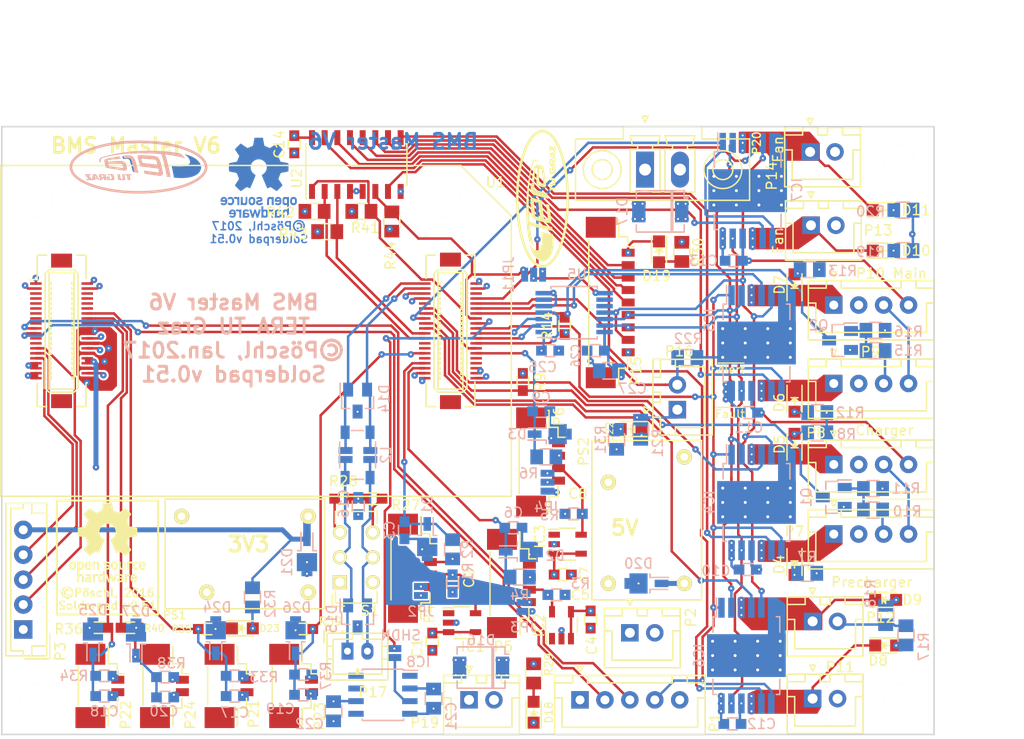
<source format=kicad_pcb>
(kicad_pcb (version 4) (host pcbnew no-vcs-found-product)
  (title_block (title "BMS Master") (date 2017-01-06) (rev 6) (company "TERA TU Graz") (comment 1 "Rene Pöschl"))
  (layers (0 F.Cu signal) (1 In1.Cu signal hide) (2 In2.Cu signal hide) (31 B.Cu signal) (34 B.Paste user hide) (35 F.Paste user) (36 B.SilkS user) (37 F.SilkS user) (38 B.Mask user) (39 F.Mask user hide) (44 Edge.Cuts user))
  (net 0 "")
  (net 1 +3V3)
  (net 2 GND)
  (net 3 /~TMP_REF_SHDN)
  (net 4 /TemperatureMeasurement/~SHDN)
  (net 5 /TS2)
  (net 6 +5V)
  (net 7 /LEM2)
  (net 8 /LEM1)
  (net 9 /TS4)
  (net 10 /TS1)
  (net 11 /LEM3)
  (net 12 /TS3)
  (net 13 +12V)
  (net 14 /Interlock_OK)
  (net 15 /MOSI)
  (net 16 /Precharge_Fault)
  (net 17 /SCLK)
  (net 18 /SPI_Controller/NCS8)
  (net 19 /MISO)
  (net 20 /Main_Fault)
  (net 21 /SPI_Controller/NCS7)
  (net 22 /SuperCharger_Fault)
  (net 23 /SPI_Controller/NCS6)
  (net 24 /FAN_PWM)
  (net 25 /SPI_Controller/NCS5)
  (net 26 "Net-(Q1-Pad1)")
  (net 27 /Main_On)
  (net 28 "Net-(Q2-Pad1)")
  (net 29 /SuperCharger_ON)
  (net 30 "Net-(R27-Pad1)")
  (net 31 "Net-(R28-Pad1)")
  (net 32 "Net-(P6-Pad2)")
  (net 33 "Net-(P4-Pad2)")
  (net 34 "Net-(P5-Pad2)")
  (net 35 "Net-(D18-Pad2)")
  (net 36 "Net-(C16-Pad1)")
  (net 37 "Net-(D19-Pad2)")
  (net 38 "Net-(D22-Pad2)")
  (net 39 "Net-(D23-Pad2)")
  (net 40 "Net-(P21-Pad1)")
  (net 41 "Net-(P22-Pad1)")
  (net 42 /NFAULT)
  (net 43 "Net-(D5-Pad2)")
  (net 44 "Net-(D4-Pad2)")
  (net 45 "Net-(P23-Pad1)")
  (net 46 "Net-(P24-Pad1)")
  (net 47 /NALERT)
  (net 48 "Net-(D11-Pad2)")
  (net 49 "Net-(D10-Pad2)")
  (net 50 "Net-(D9-Pad2)")
  (net 51 "Net-(P10-Pad3)")
  (net 52 "Net-(D7-Pad2)")
  (net 53 "Net-(D6-Pad2)")
  (net 54 "Net-(D8-Pad2)")
  (net 55 /TemperatureMeasurement/V_ref)
  (net 56 /CS_B0)
  (net 57 /CS_B1)
  (net 58 /CS_B2)
  (net 59 /SPI_CS)
  (net 60 /SPI_Controller/NCS4)
  (net 61 /SPI_Controller/NCS3)
  (net 62 /SPI_Controller/NCS2)
  (net 63 /SPI_Controller/NCS1)
  (net 64 /Interlock_On2)
  (net 65 /Interlock_On1)
  (net 66 "Net-(P7-Pad3)")
  (net 67 "Net-(U1-Pad3)")
  (net 68 /FAN_Fault)
  (net 69 "Net-(U1-Pad5)")
  (net 70 "Net-(U1-Pad6)")
  (net 71 /CurrentMeasurement/LEM3/LEM_VREF)
  (net 72 /CurrentMeasurement/LEM2/LEM_VREF)
  (net 73 /CurrentMeasurement/LEM1/LEM_VREF)
  (net 74 /RelayAndFanCtrl/MainRelais/out2)
  (net 75 /RelayAndFanCtrl/MainRelais/out1)
  (net 76 /RelayAndFanCtrl/SuperChargerRelais/out2)
  (net 77 /RelayAndFanCtrl/SuperChargerRelais/out1)
  (net 78 /RelayAndFanCtrl/PRECHARGER/out2)
  (net 79 /RelayAndFanCtrl/PRECHARGER/out1)
  (net 80 /RelayAndFanCtrl/FANS/out2)
  (net 81 /RelayAndFanCtrl/FANS/out1)
  (net 82 "Net-(P9-Pad3)")
  (net 83 "Net-(P7-Pad4)")
  (net 84 "Net-(U1-Pad4)")
  (net 85 "Net-(U5-Pad10)")
  (net 86 /RelayAndFanCtrl/SCLK)
  (net 87 /RelayAndFanCtrl/MOSI)
  (net 88 /RelayAndFanCtrl/MISO)
  (net 89 "Net-(JP11-Pad2)")
  (net 90 "Net-(U1-Pad7)")
  (net 91 "Net-(U1-Pad8)")
  (net 92 "Net-(U1-Pad9)")
  (net 93 "Net-(U1-Pad36)")
  (net 94 "Net-(S1-Pad1)")
  (net 95 "Net-(S1-Pad4)")
  (net 96 /CAN/CANperi-)
  (net 97 /CAN/CANperi+)
  (net 98 /CAN/CAN-)
  (net 99 /CAN/CAN+)
  (net 100 "Net-(U1-Pad12)")
  (net 101 "Net-(U1-Pad13)")
  (net 102 "Net-(U1-Pad35)")
  (net 103 "Net-(U1-Pad37)")
  (net 104 "Net-(U1-Pad38)")
  (net 105 "Net-(U1-Pad64)")
  (net 106 "Net-(U1-Pad65)")
  (net 107 "Net-(JP4-Pad2)")
  (net 108 "Net-(JP3-Pad2)")
  (net 109 "Net-(JP2-Pad2)")
  (net 110 +12P)
  (net 111 "Net-(U1-Pad45)")
  (net 112 "Net-(U1-Pad53)")
  (net 113 "Net-(U1-Pad54)")
  (net 114 "Net-(U1-Pad56)")
  (net 115 /EXT_GPIO_3)
  (net 116 /EXT_GPIO_2)
  (net 117 /EXT_GPIO_1)
  (net 118 "Net-(U1-Pad78)")
  (module Boards_Tera:STM32f4-board_v3-1 (layer F.Cu) (at 98 73)
    (fp_text reference U1)
    (fp_text value STM32f4_board_v3-1)
    (fp_text user %R (at 24.03 -14.912) (layer F.SilkS))
    (pad 1 smd rect (at -22.075 -4.75) (size 1.15 0.25) (layers F.Cu F.Paste F.Mask) (net 2 GND))
    (pad 30 smd rect (at -16.925 0.25) (size 1.15 0.25) (layers F.Cu F.Paste F.Mask) (net 2 GND))
    (pad "" smd rect (at -19.5 -7.05) (size 2.1 1.4) (layers F.Cu F.Paste F.Mask))
    (pad "" smd rect (at -19.5 7.05) (size 2.1 1.4) (layers F.Cu F.Paste F.Mask))
    (pad "" np_thru_hole circle (at -17.6 -6) (size 0.6 0.6) (drill 0.6) (layers *.Cu))
    (pad "" np_thru_hole circle (at -17.6 6) (size 0.6 0.6) (drill 0.6) (layers *.Cu))
    (pad 2 smd rect (at -22.075 -4.25) (size 1.15 0.25) (layers F.Cu F.Paste F.Mask) (net 1 +3V3))
    (pad 3 smd rect (at -22.075 -3.75) (size 1.15 0.25) (layers F.Cu F.Paste F.Mask) (net 67 "Net-(U1-Pad3)"))
    (pad 4 smd rect (at -22.075 -3.25) (size 1.15 0.25) (layers F.Cu F.Paste F.Mask) (net 84 "Net-(U1-Pad4)"))
    (pad 5 smd rect (at -22.075 -2.75) (size 1.15 0.25) (layers F.Cu F.Paste F.Mask) (net 69 "Net-(U1-Pad5)"))
    (pad 6 smd rect (at -22.075 -2.25) (size 1.15 0.25) (layers F.Cu F.Paste F.Mask) (net 70 "Net-(U1-Pad6)"))
    (pad 7 smd rect (at -22.075 -1.75) (size 1.15 0.25) (layers F.Cu F.Paste F.Mask) (net 90 "Net-(U1-Pad7)"))
    (pad 8 smd rect (at -22.075 -1.25) (size 1.15 0.25) (layers F.Cu F.Paste F.Mask) (net 91 "Net-(U1-Pad8)"))
    (pad 9 smd rect (at -22.075 -0.75) (size 1.15 0.25) (layers F.Cu F.Paste F.Mask) (net 92 "Net-(U1-Pad9)"))
    (pad 10 smd rect (at -22.075 -0.25) (size 1.15 0.25) (layers F.Cu F.Paste F.Mask) (net 65 /Interlock_On1))
    (pad 11 smd rect (at -22.075 0.25) (size 1.15 0.25) (layers F.Cu F.Paste F.Mask) (net 64 /Interlock_On2))
    (pad 12 smd rect (at -22.075 0.75) (size 1.15 0.25) (layers F.Cu F.Paste F.Mask) (net 100 "Net-(U1-Pad12)"))
    (pad 13 smd rect (at -22.075 1.25) (size 1.15 0.25) (layers F.Cu F.Paste F.Mask) (net 101 "Net-(U1-Pad13)"))
    (pad 14 smd rect (at -22.075 1.75) (size 1.15 0.25) (layers F.Cu F.Paste F.Mask) (net 115 /EXT_GPIO_3))
    (pad 15 smd rect (at -22.075 2.25) (size 1.15 0.25) (layers F.Cu F.Paste F.Mask) (net 116 /EXT_GPIO_2))
    (pad 16 smd rect (at -22.075 2.75) (size 1.15 0.25) (layers F.Cu F.Paste F.Mask) (net 117 /EXT_GPIO_1))
    (pad 17 smd rect (at -22.075 3.25) (size 1.15 0.25) (layers F.Cu F.Paste F.Mask) (net 1 +3V3))
    (pad 18 smd rect (at -22.075 3.75) (size 1.15 0.25) (layers F.Cu F.Paste F.Mask) (net 1 +3V3))
    (pad 19 smd rect (at -22.075 4.25) (size 1.15 0.25) (layers F.Cu F.Paste F.Mask) (net 2 GND))
    (pad 20 smd rect (at -22.075 4.75) (size 1.15 0.25) (layers F.Cu F.Paste F.Mask) (net 2 GND))
    (pad 21 smd rect (at -16.925 4.75) (size 1.15 0.25) (layers F.Cu F.Paste F.Mask) (net 2 GND))
    (pad 22 smd rect (at -16.925 4.25) (size 1.15 0.25) (layers F.Cu F.Paste F.Mask) (net 1 +3V3))
    (pad 23 smd rect (at -16.925 3.75) (size 1.15 0.25) (layers F.Cu F.Paste F.Mask) (net 2 GND))
    (pad 24 smd rect (at -16.925 3.25) (size 1.15 0.25) (layers F.Cu F.Paste F.Mask) (net 6 +5V))
    (pad 25 smd rect (at -16.925 2.75) (size 1.15 0.25) (layers F.Cu F.Paste F.Mask) (net 6 +5V))
    (pad 26 smd rect (at -16.925 2.25) (size 1.15 0.25) (layers F.Cu F.Paste F.Mask) (net 2 GND))
    (pad 27 smd rect (at -16.925 1.75) (size 1.15 0.25) (layers F.Cu F.Paste F.Mask) (net 1 +3V3))
    (pad 28 smd rect (at -16.925 1.25) (size 1.15 0.25) (layers F.Cu F.Paste F.Mask) (net 2 GND))
    (pad 29 smd rect (at -16.925 0.75) (size 1.15 0.25) (layers F.Cu F.Paste F.Mask) (net 1 +3V3))
    (pad 31 smd rect (at -16.925 -0.25) (size 1.15 0.25) (layers F.Cu F.Paste F.Mask) (net 2 GND))
    (pad 32 smd rect (at -16.925 -0.75) (size 1.15 0.25) (layers F.Cu F.Paste F.Mask) (net 10 /TS1))
    (pad 33 smd rect (at -16.925 -1.25) (size 1.15 0.25) (layers F.Cu F.Paste F.Mask) (net 5 /TS2))
    (pad 34 smd rect (at -16.925 -1.75) (size 1.15 0.25) (layers F.Cu F.Paste F.Mask) (net 12 /TS3))
    (pad 35 smd rect (at -16.925 -2.25) (size 1.15 0.25) (layers F.Cu F.Paste F.Mask) (net 102 "Net-(U1-Pad35)"))
    (pad 36 smd rect (at -16.925 -2.75) (size 1.15 0.25) (layers F.Cu F.Paste F.Mask) (net 93 "Net-(U1-Pad36)"))
    (pad 37 smd rect (at -16.925 -3.25) (size 1.15 0.25) (layers F.Cu F.Paste F.Mask) (net 103 "Net-(U1-Pad37)"))
    (pad 38 smd rect (at -16.925 -3.75) (size 1.15 0.25) (layers F.Cu F.Paste F.Mask) (net 104 "Net-(U1-Pad38)"))
    (pad 39 smd rect (at -16.925 -4.25) (size 1.15 0.25) (layers F.Cu F.Paste F.Mask) (net 1 +3V3))
    (pad 40 smd rect (at -16.925 -4.75) (size 1.15 0.25) (layers F.Cu F.Paste F.Mask) (net 2 GND))
    (pad "" smd rect (at 19.5 7.15 180) (size 2.1 1.4) (layers F.Cu F.Paste F.Mask))
    (pad "" smd rect (at 19.5 -7.15 180) (size 2.1 1.4) (layers F.Cu F.Paste F.Mask))
    (pad "" np_thru_hole circle (at 17.6 6 180) (size 0.6 0.6) (drill 0.6) (layers *.Cu))
    (pad "" np_thru_hole circle (at 17.6 -6 180) (size 0.6 0.6) (drill 0.6) (layers *.Cu))
    (pad 41 smd rect (at 16.925 -4.75 180) (size 1.15 0.25) (layers F.Cu F.Paste F.Mask) (net 98 /CAN/CAN-))
    (pad 42 smd rect (at 16.925 -4.25 180) (size 1.15 0.25) (layers F.Cu F.Paste F.Mask) (net 99 /CAN/CAN+))
    (pad 43 smd rect (at 16.925 -3.75 180) (size 1.15 0.25) (layers F.Cu F.Paste F.Mask) (net 2 GND))
    (pad 44 smd rect (at 16.925 -3.25 180) (size 1.15 0.25) (layers F.Cu F.Paste F.Mask) (net 1 +3V3))
    (pad 45 smd rect (at 16.925 -2.75 180) (size 1.15 0.25) (layers F.Cu F.Paste F.Mask) (net 111 "Net-(U1-Pad45)"))
    (pad 46 smd rect (at 16.925 -2.25 180) (size 1.15 0.25) (layers F.Cu F.Paste F.Mask) (net 22 /SuperCharger_Fault))
    (pad 47 smd rect (at 16.925 -1.75 180) (size 1.15 0.25) (layers F.Cu F.Paste F.Mask) (net 29 /SuperCharger_ON))
    (pad 48 smd rect (at 16.925 -1.25 180) (size 1.15 0.25) (layers F.Cu F.Paste F.Mask) (net 24 /FAN_PWM))
    (pad 49 smd rect (at 16.925 -0.75 180) (size 1.15 0.25) (layers F.Cu F.Paste F.Mask) (net 16 /Precharge_Fault))
    (pad 50 smd rect (at 16.925 -0.25 180) (size 1.15 0.25) (layers F.Cu F.Paste F.Mask) (net 42 /NFAULT))
    (pad 51 smd rect (at 16.925 0.25 180) (size 1.15 0.25) (layers F.Cu F.Paste F.Mask) (net 58 /CS_B2))
    (pad 52 smd rect (at 16.925 0.75 180) (size 1.15 0.25) (layers F.Cu F.Paste F.Mask) (net 57 /CS_B1))
    (pad 53 smd rect (at 16.925 1.25 180) (size 1.15 0.25) (layers F.Cu F.Paste F.Mask) (net 112 "Net-(U1-Pad53)"))
    (pad 54 smd rect (at 16.925 1.75 180) (size 1.15 0.25) (layers F.Cu F.Paste F.Mask) (net 113 "Net-(U1-Pad54)"))
    (pad 55 smd rect (at 16.925 2.25 180) (size 1.15 0.25) (layers F.Cu F.Paste F.Mask) (net 9 /TS4))
    (pad 56 smd rect (at 16.925 2.75 180) (size 1.15 0.25) (layers F.Cu F.Paste F.Mask) (net 114 "Net-(U1-Pad56)"))
    (pad 57 smd rect (at 16.925 3.25 180) (size 1.15 0.25) (layers F.Cu F.Paste F.Mask) (net 8 /LEM1))
    (pad 58 smd rect (at 16.925 3.75 180) (size 1.15 0.25) (layers F.Cu F.Paste F.Mask) (net 7 /LEM2))
    (pad 59 smd rect (at 16.925 4.25 180) (size 1.15 0.25) (layers F.Cu F.Paste F.Mask) (net 1 +3V3))
    (pad 60 smd rect (at 16.925 4.75 180) (size 1.15 0.25) (layers F.Cu F.Paste F.Mask) (net 2 GND))
    (pad 61 smd rect (at 22.075 4.75 180) (size 1.15 0.25) (layers F.Cu F.Paste F.Mask) (net 2 GND))
    (pad 62 smd rect (at 22.075 4.25 180) (size 1.15 0.25) (layers F.Cu F.Paste F.Mask) (net 1 +3V3))
    (pad 63 smd rect (at 22.075 3.75 180) (size 1.15 0.25) (layers F.Cu F.Paste F.Mask) (net 1 +3V3))
    (pad 64 smd rect (at 22.075 3.25 180) (size 1.15 0.25) (layers F.Cu F.Paste F.Mask) (net 105 "Net-(U1-Pad64)"))
    (pad 65 smd rect (at 22.075 2.75 180) (size 1.15 0.25) (layers F.Cu F.Paste F.Mask) (net 106 "Net-(U1-Pad65)"))
    (pad 66 smd rect (at 22.075 2.25 180) (size 1.15 0.25) (layers F.Cu F.Paste F.Mask) (net 11 /LEM3))
    (pad 67 smd rect (at 22.075 1.75 180) (size 1.15 0.25) (layers F.Cu F.Paste F.Mask) (net 56 /CS_B0))
    (pad 68 smd rect (at 22.075 1.25 180) (size 1.15 0.25) (layers F.Cu F.Paste F.Mask) (net 17 /SCLK))
    (pad 69 smd rect (at 22.075 0.75 180) (size 1.15 0.25) (layers F.Cu F.Paste F.Mask) (net 19 /MISO))
    (pad 70 smd rect (at 22.075 0.25 180) (size 1.15 0.25) (layers F.Cu F.Paste F.Mask) (net 15 /MOSI))
    (pad 71 smd rect (at 22.075 -0.25 180) (size 1.15 0.25) (layers F.Cu F.Paste F.Mask) (net 14 /Interlock_OK))
    (pad 72 smd rect (at 22.075 -0.75 180) (size 1.15 0.25) (layers F.Cu F.Paste F.Mask) (net 3 /~TMP_REF_SHDN))
    (pad 73 smd rect (at 22.075 -1.25 180) (size 1.15 0.25) (layers F.Cu F.Paste F.Mask) (net 59 /SPI_CS))
    (pad 74 smd rect (at 22.075 -1.75 180) (size 1.15 0.25) (layers F.Cu F.Paste F.Mask) (net 27 /Main_On))
    (pad 75 smd rect (at 22.075 -2.25 180) (size 1.15 0.25) (layers F.Cu F.Paste F.Mask) (net 20 /Main_Fault))
    (pad 76 smd rect (at 22.075 -2.75 180) (size 1.15 0.25) (layers F.Cu F.Paste F.Mask) (net 47 /NALERT))
    (pad 77 smd rect (at 22.075 -3.25 180) (size 1.15 0.25) (layers F.Cu F.Paste F.Mask) (net 68 /FAN_Fault))
    (pad 78 smd rect (at 22.075 -3.75 180) (size 1.15 0.25) (layers F.Cu F.Paste F.Mask) (net 118 "Net-(U1-Pad78)"))
    (pad 79 smd rect (at 22.075 -4.25 180) (size 1.15 0.25) (layers F.Cu F.Paste F.Mask) (net 1 +3V3))
    (pad 80 smd rect (at 22.075 -4.75 180) (size 1.15 0.25) (layers F.Cu F.Paste F.Mask) (net 2 GND))
    (pad "" np_thru_hole circle (at -22 -13) (size 3.2 3.2) (drill 3.2) (layers *.Cu *.Mask F.SilkS))
    (pad "" np_thru_hole circle (at 19 -13) (size 3.2 3.2) (drill 3.2) (layers *.Cu *.Mask F.SilkS))
    (pad "" np_thru_hole circle (at 22 13) (size 3.2 3.2) (drill 3.2) (layers *.Cu *.Mask F.SilkS))
    (pad "" np_thru_hole circle (at -22 13) (size 3.2 3.2) (drill 3.2) (layers *.Cu *.Mask F.SilkS))
  )
  (module Symbols:OSHW-Logo_7.5x8mm_Copper (layer B.Cu) (at 98.278 57.631 180)
    (fp_text reference REF*** hide)
    (fp_text value OSHW-Logo_7.5x8mm_Copper hide)
    (fp_poly (pts (xy -2.53664 -1.952468) (xy -2.501408 -1.969874) (xy -2.45796 -2.000206) (xy -2.426294 -2.033283) (xy -2.404606 -2.074817) (xy -2.391097 -2.130522) (xy -2.383962 -2.206111) (xy -2.3814 -2.307296) (xy -2.38125 -2.350797) (xy -2.381688 -2.446135) (xy -2.383504 -2.514271) (xy -2.387455 -2.561418) (xy -2.394298 -2.59379) (xy -2.404789 -2.6176) (xy -2.415704 -2.633843) (xy -2.485381 -2.702952) (xy -2.567434 -2.744521) (xy -2.65595 -2.757023) (xy -2.745019 -2.738934) (xy -2.773237 -2.726142) (xy -2.84079 -2.690931) (xy -2.84079 -3.2427) (xy -2.791488 -3.217205) (xy -2.726527 -3.19748) (xy -2.64668 -3.192427) (xy -2.566948 -3.201756) (xy -2.506735 -3.222714) (xy -2.456792 -3.262627) (xy -2.414119 -3.319741) (xy -2.41091 -3.325605) (xy -2.397378 -3.353227) (xy -2.387495 -3.381068) (xy -2.380691 -3.414794) (xy -2.376399 -3.460071) (xy -2.374049 -3.522562) (xy -2.373072 -3.607935) (xy -2.372895 -3.70401) (xy -2.372895 -4.010526) (xy -2.556711 -4.010526) (xy -2.556711 -3.445339) (xy -2.608125 -3.402077) (xy -2.661534 -3.367472) (xy -2.712112 -3.36118) (xy -2.76297 -3.377372) (xy -2.790075 -3.393227) (xy -2.810249 -3.41581) (xy -2.824597 -3.44994) (xy -2.834224 -3.500434) (xy -2.840237 -3.572111) (xy -2.84374 -3.669788) (xy -2.844974 -3.734802) (xy -2.849145 -4.002171) (xy -2.936875 -4.007222) (xy -3.024606 -4.012273) (xy -3.024606 -2.353101) (xy -2.84079 -2.353101) (xy -2.836104 -2.4456) (xy -2.820312 -2.509809) (xy -2.790817 -2.549759) (xy -2.74502 -2.56948) (xy -2.69875 -2.573421) (xy -2.646372 -2.568892) (xy -2.61161 -2.551069) (xy -2.589872 -2.527519) (xy -2.57276 -2.502189) (xy -2.562573 -2.473969) (xy -2.55804 -2.434431) (xy -2.557891 -2.375142) (xy -2.559416 -2.325498) (xy -2.562919 -2.25071) (xy -2.568133 -2.201611) (xy -2.576913 -2.170467) (xy -2.591114 -2.149545) (xy -2.604516 -2.137452) (xy -2.660513 -2.111081) (xy -2.726789 -2.106822) (xy -2.764844 -2.115906) (xy -2.802523 -2.148196) (xy -2.827481 -2.211006) (xy -2.839578 -2.303894) (xy -2.84079 -2.353101) (xy -3.024606 -2.353101) (xy -3.024606 -1.938421) (xy -2.932698 -1.938421) (xy -2.877517 -1.940603) (xy -2.849048 -1.948351) (xy -2.840794 -1.963468) (xy -2.84079 -1.963916) (xy -2.83696 -1.97872) (xy -2.820067 -1.977039) (xy -2.786481 -1.960772) (xy -2.708222 -1.935887) (xy -2.620173 -1.933271) (xy -2.53664 -1.952468)) (layer B.Cu) (width 0.01))
    (fp_poly (pts (xy -1.839543 -3.198184) (xy -1.76093 -3.21916) (xy -1.701084 -3.25718) (xy -1.658853 -3.306978) (xy -1.645725 -3.32823) (xy -1.636032 -3.350492) (xy -1.629256 -3.37897) (xy -1.624877 -3.418871) (xy -1.622376 -3.475401) (xy -1.621232 -3.553767) (xy -1.620928 -3.659176) (xy -1.620922 -3.687142) (xy -1.620922 -4.010526) (xy -1.701132 -4.010526) (xy -1.752294 -4.006943) (xy -1.790123 -3.997866) (xy -1.799601 -3.992268) (xy -1.825512 -3.982606) (xy -1.851976 -3.992268) (xy -1.895548 -4.00433) (xy -1.95884 -4.009185) (xy -2.02899 -4.007078) (xy -2.09314 -3.998256) (xy -2.130593 -3.986937) (xy -2.203067 -3.940412) (xy -2.24836 -3.875846) (xy -2.268722 -3.79) (xy -2.268912 -3.787796) (xy -2.267125 -3.749713) (xy -2.105527 -3.749713) (xy -2.091399 -3.79303) (xy -2.068388 -3.817408) (xy -2.022196 -3.835845) (xy -1.961225 -3.843205) (xy -1.899051 -3.839583) (xy -1.849249 -3.825074) (xy -1.835297 -3.815765) (xy -1.810915 -3.772753) (xy -1.804737 -3.723857) (xy -1.804737 -3.659605) (xy -1.897182 -3.659605) (xy -1.985005 -3.666366) (xy -2.051582 -3.68552) (xy -2.092998 -3.715376) (xy -2.105527 -3.749713) (xy -2.267125 -3.749713) (xy -2.26451 -3.694004) (xy -2.233576 -3.619847) (xy -2.175419 -3.563767) (xy -2.16738 -3.558665) (xy -2.132837 -3.542055) (xy -2.090082 -3.531996) (xy -2.030314 -3.527107) (xy -1.95931 -3.525983) (xy -1.804737 -3.525921) (xy -1.804737 -3.461125) (xy -1.811294 -3.41085) (xy -1.828025 -3.377169) (xy -1.829984 -3.375376) (xy -1.867217 -3.360642) (xy -1.92342 -3.354931) (xy -1.985533 -3.357737) (xy -2.04049 -3.368556) (xy -2.073101 -3.384782) (xy -2.090772 -3.39778) (xy -2.109431 -3.400262) (xy -2.135181 -3.389613) (xy -2.174127 -3.363218) (xy -2.23237 -3.318465) (xy -2.237716 -3.314273) (xy -2.234977 -3.29876) (xy -2.212124 -3.27296) (xy -2.177391 -3.244289) (xy -2.13901 -3.220166) (xy -2.126952 -3.21447) (xy -2.082966 -3.203103) (xy -2.018513 -3.194995) (xy -1.946503 -3.191743) (xy -1.943136 -3.191736) (xy -1.839543 -3.198184)) (layer B.Cu) (width 0.01))
    (fp_poly (pts (xy -1.320119 -3.193486) (xy -1.295112 -3.200982) (xy -1.28705 -3.217451) (xy -1.286711 -3.224886) (xy -1.285264 -3.245594) (xy -1.275302 -3.248845) (xy -1.248388 -3.234648) (xy -1.232402 -3.224948) (xy -1.181967 -3.204175) (xy -1.121728 -3.193904) (xy -1.058566 -3.193114) (xy -0.999363 -3.200786) (xy -0.950998 -3.215898) (xy -0.920354 -3.237432) (xy -0.914311 -3.264366) (xy -0.917361 -3.27166) (xy -0.939594 -3.301937) (xy -0.97407 -3.339175) (xy -0.980306 -3.345195) (xy -1.013167 -3.372875) (xy -1.04152 -3.381818) (xy -1.081173 -3.375576) (xy -1.097058 -3.371429) (xy -1.146491 -3.361467) (xy -1.181248 -3.365947) (xy -1.2106 -3.381746) (xy -1.237487 -3.402949) (xy -1.25729 -3.429614) (xy -1.271052 -3.466827) (xy -1.279816 -3.519673) (xy -1.284626 -3.593237) (xy -1.286526 -3.692605) (xy -1.286711 -3.752601) (xy -1.286711 -4.010526) (xy -1.453816 -4.010526) (xy -1.453816 -3.19171) (xy -1.370264 -3.19171) (xy -1.320119 -3.193486)) (layer B.Cu) (width 0.01))
    (fp_poly (pts (xy -0.267369 -4.010526) (xy -0.359277 -4.010526) (xy -0.412623 -4.008962) (xy -0.440407 -4.002485) (xy -0.45041 -3.988418) (xy -0.451185 -3.978906) (xy -0.452872 -3.959832) (xy -0.46351 -3.956174) (xy -0.491465 -3.967932) (xy -0.513205 -3.978906) (xy -0.596668 -4.004911) (xy -0.687396 -4.006416) (xy -0.761158 -3.987021) (xy -0.829846 -3.940165) (xy -0.882206 -3.871004) (xy -0.910878 -3.789427) (xy -0.911608 -3.784866) (xy -0.915868 -3.735101) (xy -0.917986 -3.663659) (xy -0.917816 -3.609626) (xy -0.73528 -3.609626) (xy -0.731051 -3.681441) (xy -0.721432 -3.740634) (xy -0.70841 -3.77406) (xy -0.659144 -3.81974) (xy -0.60065 -3.836115) (xy -0.540329 -3.822873) (xy -0.488783 -3.783373) (xy -0.469262 -3.756807) (xy -0.457848 -3.725106) (xy -0.452502 -3.678832) (xy -0.451185 -3.609328) (xy -0.453542 -3.540499) (xy -0.459767 -3.480026) (xy -0.468592 -3.439556) (xy -0.470063 -3.435929) (xy -0.505653 -3.392802) (xy -0.5576 -3.369124) (xy -0.615722 -3.365301) (xy -0.66984 -3.381738) (xy -0.709774 -3.41884) (xy -0.713917 -3.426222) (xy -0.726884 -3.471239) (xy -0.733948 -3.535967) (xy -0.73528 -3.609626) (xy -0.917816 -3.609626) (xy -0.917729 -3.58223) (xy -0.916528 -3.538405) (xy -0.908355 -3.429988) (xy -0.89137 -3.348588) (xy -0.863113 -3.288412) (xy -0.821128 -3.243666) (xy -0.780368 -3.2174) (xy -0.723419 -3.198935) (xy -0.652589 -3.192602) (xy -0.580059 -3.19776) (xy -0.518014 -3.213769) (xy -0.485232 -3.23292) (xy -0.451185 -3.263732) (xy -0.451185 -2.87421) (xy -0.267369 -2.87421) (xy -0.267369 -4.010526)) (layer B.Cu) (width 0.01))
    (fp_poly (pts (xy 0.37413 -3.195104) (xy 0.44022 -3.200066) (xy 0.526626 -3.459079) (xy 0.613031 -3.718092) (xy 0.640124 -3.626184) (xy 0.656428 -3.569384) (xy 0.677875 -3.492625) (xy 0.701035 -3.408251) (xy 0.71328 -3.362993) (xy 0.759344 -3.19171) (xy 0.949387 -3.19171) (xy 0.892582 -3.371349) (xy 0.864607 -3.459704) (xy 0.830813 -3.566281) (xy 0.79552 -3.677454) (xy 0.764013 -3.776579) (xy 0.69225 -4.002171) (xy 0.537286 -4.012253) (xy 0.49527 -3.873528) (xy 0.469359 -3.787351) (xy 0.441083 -3.692347) (xy 0.416369 -3.608441) (xy 0.415394 -3.605102) (xy 0.396935 -3.548248) (xy 0.380649 -3.509456) (xy 0.369242 -3.494787) (xy 0.366898 -3.496483) (xy 0.358671 -3.519225) (xy 0.343038 -3.56794) (xy 0.321904 -3.636502) (xy 0.29717 -3.718785) (xy 0.283787 -3.764046) (xy 0.211311 -4.010526) (xy 0.057495 -4.010526) (xy -0.065469 -3.622006) (xy -0.100012 -3.513022) (xy -0.131479 -3.414048) (xy -0.158384 -3.329736) (xy -0.179241 -3.264734) (xy -0.192562 -3.223692) (xy -0.196612 -3.211701) (xy -0.193406 -3.199423) (xy -0.168235 -3.194046) (xy -0.115854 -3.194584) (xy -0.107655 -3.19499) (xy -0.010518 -3.200066) (xy 0.0531 -3.434013) (xy 0.076484 -3.519333) (xy 0.097381 -3.594335) (xy 0.113951 -3.652507) (xy 0.124354 -3.687337) (xy 0.126276 -3.693016) (xy 0.134241 -3.686486) (xy 0.150304 -3.652654) (xy 0.172621 -3.596127) (xy 0.199345 -3.52151) (xy 0.221937 -3.454107) (xy 0.308041 -3.190143) (xy 0.37413 -3.195104)) (layer B.Cu) (width 0.01))
    (fp_poly (pts (xy 1.379992 -3.196673) (xy 1.450427 -3.21378) (xy 1.470787 -3.222844) (xy 1.510253 -3.246583) (xy 1.540541 -3.273321) (xy 1.562952 -3.307699) (xy 1.578786 -3.35436) (xy 1.589343 -3.417946) (xy 1.595924 -3.503099) (xy 1.599828 -3.614462) (xy 1.60131 -3.688849) (xy 1.606765 -4.010526) (xy 1.51358 -4.010526) (xy 1.457047 -4.008156) (xy 1.427922 -4.000055) (xy 1.420394 -3.986451) (xy 1.41642 -3.971741) (xy 1.398652 -3.974554) (xy 1.37444 -3.986348) (xy 1.313828 -4.004427) (xy 1.235929 -4.009299) (xy 1.153995 -4.00133) (xy 1.081281 -3.980889) (xy 1.074759 -3.978051) (xy 1.008302 -3.931365) (xy 0.964491 -3.866464) (xy 0.944332 -3.7906) (xy 0.945872 -3.763344) (xy 1.110345 -3.763344) (xy 1.124837 -3.800024) (xy 1.167805 -3.826309) (xy 1.237129 -3.840417) (xy 1.274177 -3.84229) (xy 1.335919 -3.837494) (xy 1.37696 -3.818858) (xy 1.386973 -3.81) (xy 1.4141 -3.761806) (xy 1.420394 -3.718092) (xy 1.420394 -3.659605) (xy 1.33893 -3.659605) (xy 1.244234 -3.664432) (xy 1.177813 -3.679613) (xy 1.135846 -3.7062) (xy 1.126449 -3.718052) (xy 1.110345 -3.763344) (xy 0.945872 -3.763344) (xy 0.948829 -3.711026) (xy 0.978985 -3.634995) (xy 1.020131 -3.583612) (xy 1.045052 -3.561397) (xy 1.069448 -3.546798) (xy 1.101191 -3.537897) (xy 1.148152 -3.532775) (xy 1.218204 -3.529515) (xy 1.24599 -3.528577) (xy 1.420394 -3.522879) (xy 1.420138 -3.470091) (xy 1.413384 -3.414603) (xy 1.388964 -3.381052) (xy 1.33963 -3.359618) (xy 1.338306 -3.359236) (xy 1.26836 -3.350808) (xy 1.199914 -3.361816) (xy 1.149047 -3.388585) (xy 1.128637 -3.401803) (xy 1.106654 -3.399974) (xy 1.072826 -3.380824) (xy 1.052961 -3.367308) (xy 1.014106 -3.338432) (xy 0.990038 -3.316786) (xy 0.986176 -3.310589) (xy 1.002079 -3.278519) (xy 1.049065 -3.240219) (xy 1.069473 -3.227297) (xy 1.128143 -3.205041) (xy 1.207212 -3.192432) (xy 1.295041 -3.1896) (xy 1.379992 -3.196673)) (layer B.Cu) (width 0.01))
    (fp_poly (pts (xy 2.173167 -3.191447) (xy 2.237408 -3.204112) (xy 2.27398 -3.222864) (xy 2.312453 -3.254017) (xy 2.257717 -3.323127) (xy 2.223969 -3.364979) (xy 2.201053 -3.385398) (xy 2.178279 -3.388517) (xy 2.144956 -3.378472) (xy 2.129314 -3.372789) (xy 2.065542 -3.364404) (xy 2.00714 -3.382378) (xy 1.964264 -3.422982) (xy 1.957299 -3.435929) (xy 1.949713 -3.470224) (xy 1.943859 -3.533427) (xy 1.940011 -3.62106) (xy 1.938443 -3.72864) (xy 1.938421 -3.743944) (xy 1.938421 -4.010526) (xy 1.754605 -4.010526) (xy 1.754605 -3.19171) (xy 1.846513 -3.19171) (xy 1.899507 -3.193094) (xy 1.927115 -3.199252) (xy 1.937324 -3.213194) (xy 1.938421 -3.226344) (xy 1.938421 -3.260978) (xy 1.98245 -3.226344) (xy 2.032937 -3.202716) (xy 2.10076 -3.191033) (xy 2.173167 -3.191447)) (layer B.Cu) (width 0.01))
    (fp_poly (pts (xy 2.701193 -3.196078) (xy 2.781068 -3.216845) (xy 2.847962 -3.259705) (xy 2.880351 -3.291723) (xy 2.933445 -3.367413) (xy 2.963873 -3.455216) (xy 2.974327 -3.56315) (xy 2.97438 -3.571875) (xy 2.974473 -3.659605) (xy 2.469534 -3.659605) (xy 2.480298 -3.705559) (xy 2.499732 -3.747178) (xy 2.533745 -3.790544) (xy 2.54086 -3.797467) (xy 2.602003 -3.834935) (xy 2.671729 -3.841289) (xy 2.751987 -3.816638) (xy 2.765592 -3.81) (xy 2.807319 -3.789819) (xy 2.835268 -3.778321) (xy 2.840145 -3.777258) (xy 2.857168 -3.787583) (xy 2.889633 -3.812845) (xy 2.906114 -3.82665) (xy 2.940264 -3.858361) (xy 2.951478 -3.879299) (xy 2.943695 -3.89856) (xy 2.939535 -3.903827) (xy 2.911357 -3.926878) (xy 2.864862 -3.954892) (xy 2.832434 -3.971246) (xy 2.740385 -4.000059) (xy 2.638476 -4.009395) (xy 2.541963 -3.998332) (xy 2.514934 -3.990412) (xy 2.431276 -3.945581) (xy 2.369266 -3.876598) (xy 2.328545 -3.782794) (xy 2.308755 -3.663498) (xy 2.306582 -3.601118) (xy 2.312926 -3.510298) (xy 2.473157 -3.510298) (xy 2.488655 -3.517012) (xy 2.530312 -3.52228) (xy 2.590876 -3.525389) (xy 2.631907 -3.525921) (xy 2.705711 -3.525408) (xy 2.752293 -3.523006) (xy 2.777848 -3.517422) (xy 2.788569 -3.507361) (xy 2.790657 -3.492763) (xy 2.776331 -3.447796) (xy 2.740262 -3.403353) (xy 2.692815 -3.369242) (xy 2.645349 -3.355288) (xy 2.580879 -3.367666) (xy 2.52507 -3.403452) (xy 2.486374 -3.455033) (xy 2.473157 -3.510298) (xy 2.312926 -3.510298) (xy 2.315821 -3.468866) (xy 2.344336 -3.363498) (xy 2.392729 -3.284178) (xy 2.461604 -3.230071) (xy 2.551565 -3.200343) (xy 2.6003 -3.194618) (xy 2.701193 -3.196078)) (layer B.Cu) (width 0.01))
    (fp_poly (pts (xy -3.373216 -1.947104) (xy -3.285795 -1.985754) (xy -3.21943 -2.05029) (xy -3.174024 -2.140812) (xy -3.149482 -2.257418) (xy -3.147723 -2.275624) (xy -3.146344 -2.403984) (xy -3.164216 -2.516496) (xy -3.20025 -2.607688) (xy -3.219545 -2.637022) (xy -3.286755 -2.699106) (xy -3.37235 -2.739316) (xy -3.46811 -2.756003) (xy -3.565813 -2.747517) (xy -3.640083 -2.72138) (xy -3.703953 -2.677335) (xy -3.756154 -2.619587) (xy -3.757057 -2.618236) (xy -3.778256 -2.582593) (xy -3.792033 -2.546752) (xy -3.800376 -2.501519) (xy -3.805273 -2.437701) (xy -3.807431 -2.385368) (xy -3.808329 -2.33791) (xy -3.641257 -2.33791) (xy -3.639624 -2.385154) (xy -3.633696 -2.448046) (xy -3.623239 -2.488407) (xy -3.604381 -2.517122) (xy -3.586719 -2.533896) (xy -3.524106 -2.569016) (xy -3.458592 -2.57371) (xy -3.397579 -2.54844) (xy -3.367072 -2.520124) (xy -3.345089 -2.491589) (xy -3.332231 -2.464284) (xy -3.326588 -2.42875) (xy -3.326249 -2.375524) (xy -3.327988 -2.326506) (xy -3.331729 -2.256482) (xy -3.337659 -2.211064) (xy -3.348347 -2.18144) (xy -3.366361 -2.158797) (xy -3.380637 -2.145855) (xy -3.440349 -2.11186) (xy -3.504766 -2.110165) (xy -3.558781 -2.130301) (xy -3.60486 -2.172352) (xy -3.632311 -2.241428) (xy -3.641257 -2.33791) (xy -3.808329 -2.33791) (xy -3.809401 -2.281299) (xy -3.806036 -2.203468) (xy -3.795955 -2.14493) (xy -3.777774 -2.098737) (xy -3.75011 -2.057942) (xy -3.739854 -2.045828) (xy -3.675722 -1.985474) (xy -3.606934 -1.95022) (xy -3.522811 -1.93545) (xy -3.481791 -1.934243) (xy -3.373216 -1.947104)) (layer B.Cu) (width 0.01))
    (fp_poly (pts (xy -1.802982 -1.957027) (xy -1.78633 -1.964866) (xy -1.728695 -2.007086) (xy -1.674195 -2.0687) (xy -1.633501 -2.136543) (xy -1.621926 -2.167734) (xy -1.611366 -2.223449) (xy -1.605069 -2.290781) (xy -1.604304 -2.318585) (xy -1.604211 -2.406316) (xy -2.10915 -2.406316) (xy -2.098387 -2.45227) (xy -2.071967 -2.50662) (xy -2.025778 -2.553591) (xy -1.970828 -2.583848) (xy -1.935811 -2.590131) (xy -1.888323 -2.582506) (xy -1.831665 -2.563383) (xy -1.812418 -2.554584) (xy -1.741241 -2.519036) (xy -1.680498 -2.565367) (xy -1.645448 -2.596703) (xy -1.626798 -2.622567) (xy -1.625853 -2.630158) (xy -1.642515 -2.648556) (xy -1.67903 -2.676515) (xy -1.712172 -2.698327) (xy -1.801607 -2.737537) (xy -1.901871 -2.755285) (xy -2.001246 -2.75067) (xy -2.080461 -2.726551) (xy -2.16212 -2.674884) (xy -2.220151 -2.606856) (xy -2.256454 -2.518843) (xy -2.272928 -2.407216) (xy -2.274389 -2.356138) (xy -2.268543 -2.239091) (xy -2.267825 -2.235686) (xy -2.100511 -2.235686) (xy -2.095903 -2.246662) (xy -2.076964 -2.252715) (xy -2.037902 -2.25531) (xy -1.972923 -2.25591) (xy -1.947903 -2.255921) (xy -1.871779 -2.255014) (xy -1.823504 -2.25172) (xy -1.79754 -2.245181) (xy -1.788352 -2.234537) (xy -1.788027 -2.231119) (xy -1.798513 -2.203956) (xy -1.824758 -2.165903) (xy -1.836041 -2.152579) (xy -1.877928 -2.114896) (xy -1.921591 -2.10008) (xy -1.945115 -2.098842) (xy -2.008757 -2.114329) (xy -2.062127 -2.15593) (xy -2.095981 -2.216353) (xy -2.096581 -2.218322) (xy -2.100511 -2.235686) (xy -2.267825 -2.235686) (xy -2.249101 -2.146928) (xy -2.214078 -2.07319) (xy -2.171244 -2.020848) (xy -2.092052 -1.964092) (xy -1.99896 -1.933762) (xy -1.899945 -1.931021) (xy -1.802982 -1.957027)) (layer B.Cu) (width 0.01))
    (fp_poly (pts (xy 0.018628 -1.935547) (xy 0.081908 -1.947548) (xy 0.147557 -1.972648) (xy 0.154572 -1.975848) (xy 0.204356 -2.002026) (xy 0.238834 -2.026353) (xy 0.249978 -2.041937) (xy 0.239366 -2.067353) (xy 0.213588 -2.104853) (xy 0.202146 -2.118852) (xy 0.154992 -2.173954) (xy 0.094201 -2.138086) (xy 0.036347 -2.114192) (xy -0.0305 -2.10142) (xy -0.094606 -2.100613) (xy -0.144236 -2.112615) (xy -0.156146 -2.120105) (xy -0.178828 -2.15445) (xy -0.181584 -2.194013) (xy -0.164612 -2.22492) (xy -0.154573 -2.230913) (xy -0.12449 -2.238357) (xy -0.071611 -2.247106) (xy -0.006425 -2.255467) (xy 0.0056 -2.256778) (xy 0.110297 -2.274888) (xy 0.186232 -2.305651) (xy 0.236592 -2.351907) (xy 0.264564 -2.416497) (xy 0.273278 -2.495387) (xy 0.26124 -2.585065) (xy 0.222151 -2.655486) (xy 0.155855 -2.706777) (xy 0.062194 -2.739067) (xy -0.041777 -2.751807) (xy -0.126562 -2.751654) (xy -0.195335 -2.740083) (xy -0.242303 -2.724109) (xy -0.30165 -2.696275) (xy -0.356494 -2.663973) (xy -0.375987 -2.649755) (xy -0.426119 -2.608835) (xy -0.305197 -2.486477) (xy -0.236457 -2.531967) (xy -0.167512 -2.566133) (xy -0.093889 -2.584004) (xy -0.023117 -2.585889) (xy 0.037274 -2.572101) (xy 0.079757 -2.542949) (xy 0.093474 -2.518352) (xy 0.091417 -2.478904) (xy 0.05733 -2.448737) (xy -0.008692 -2.427906) (xy -0.081026 -2.418279) (xy -0.192348 -2.39991) (xy -0.275048 -2.365254) (xy -0.330235 -2.313297) (xy -0.359012 -2.243023) (xy -0.362999 -2.159707) (xy -0.343307 -2.072681) (xy -0.298411 -2.006902) (xy -0.227909 -1.962068) (xy -0.131399 -1.937879) (xy -0.0599 -1.933137) (xy 0.018628 -1.935547)) (layer B.Cu) (width 0.01))
    (fp_poly (pts (xy 0.811669 -1.94831) (xy 0.896192 -1.99434) (xy 0.962321 -2.067006) (xy 0.993478 -2.126106) (xy 1.006855 -2.178305) (xy 1.015522 -2.252719) (xy 1.019237 -2.338442) (xy 1.017754 -2.424569) (xy 1.010831 -2.500193) (xy 1.002745 -2.540584) (xy 0.975465 -2.59584) (xy 0.92822 -2.65453) (xy 0.871282 -2.705852) (xy 0.814924 -2.739005) (xy 0.81355 -2.739531) (xy 0.743616 -2.754018) (xy 0.660737 -2.754377) (xy 0.581977 -2.741188) (xy 0.551566 -2.730617) (xy 0.473239 -2.686201) (xy 0.417143 -2.628007) (xy 0.380286 -2.550965) (xy 0.35968 -2.450001) (xy 0.355018 -2.397116) (xy 0.355613 -2.330663) (xy 0.534736 -2.330663) (xy 0.54077 -2.42763) (xy 0.558138 -2.501523) (xy 0.58574 -2.548736) (xy 0.605404 -2.562237) (xy 0.655787 -2.571651) (xy 0.715673 -2.568864) (xy 0.767449 -2.555316) (xy 0.781027 -2.547862) (xy 0.816849 -2.504451) (xy 0.840493 -2.438014) (xy 0.850558 -2.357161) (xy 0.845642 -2.270502) (xy 0.834655 -2.218349) (xy 0.803109 -2.157951) (xy 0.753311 -2.120197) (xy 0.693337 -2.107143) (xy 0.631264 -2.120849) (xy 0.583582 -2.154372) (xy 0.558525 -2.182031) (xy 0.5439 -2.209294) (xy 0.536929 -2.24619) (xy 0.534833 -2.30275) (xy 0.534736 -2.330663) (xy 0.355613 -2.330663) (xy 0.356282 -2.255994) (xy 0.379265 -2.140271) (xy 0.423972 -2.049941) (xy 0.490405 -1.985) (xy 0.578565 -1.945445) (xy 0.597495 -1.940858) (xy 0.711266 -1.93009) (xy 0.811669 -1.94831)) (layer B.Cu) (width 0.01))
    (fp_poly (pts (xy 1.320131 -2.198533) (xy 1.32171 -2.321089) (xy 1.327481 -2.414179) (xy 1.338991 -2.481651) (xy 1.35779 -2.527355) (xy 1.385426 -2.555139) (xy 1.423448 -2.568854) (xy 1.470526 -2.572358) (xy 1.519832 -2.568432) (xy 1.557283 -2.554089) (xy 1.584428 -2.525478) (xy 1.602815 -2.478751) (xy 1.613993 -2.410058) (xy 1.619511 -2.31555) (xy 1.620921 -2.198533) (xy 1.620921 -1.938421) (xy 1.804736 -1.938421) (xy 1.804736 -2.740526) (xy 1.712828 -2.740526) (xy 1.657422 -2.738281) (xy 1.628891 -2.730396) (xy 1.620921 -2.715428) (xy 1.61612 -2.702097) (xy 1.597014 -2.704917) (xy 1.558504 -2.723783) (xy 1.470239 -2.752887) (xy 1.376623 -2.750825) (xy 1.286921 -2.719221) (xy 1.244204 -2.694257) (xy 1.211621 -2.667226) (xy 1.187817 -2.633405) (xy 1.171439 -2.588068) (xy 1.161131 -2.526489) (xy 1.155541 -2.443943) (xy 1.153312 -2.335705) (xy 1.153026 -2.252004) (xy 1.153026 -1.938421) (xy 1.320131 -1.938421) (xy 1.320131 -2.198533)) (layer B.Cu) (width 0.01))
    (fp_poly (pts (xy 2.946576 -1.945419) (xy 3.043395 -1.986549) (xy 3.07389 -2.006571) (xy 3.112865 -2.03734) (xy 3.137331 -2.061533) (xy 3.141578 -2.069413) (xy 3.129584 -2.086899) (xy 3.098887 -2.11657) (xy 3.074312 -2.137279) (xy 3.007046 -2.191336) (xy 2.95393 -2.146642) (xy 2.912884 -2.117789) (xy 2.872863 -2.107829) (xy 2.827059 -2.110261) (xy 2.754324 -2.128345) (xy 2.704256 -2.165881) (xy 2.673829 -2.226562) (xy 2.660017 -2.314081) (xy 2.660013 -2.314136) (xy 2.661208 -2.411958) (xy 2.679772 -2.48373) (xy 2.716804 -2.532595) (xy 2.74205 -2.549143) (xy 2.809097 -2.569749) (xy 2.880709 -2.569762) (xy 2.943015 -2.549768) (xy 2.957763 -2.54) (xy 2.99475 -2.515047) (xy 3.023668 -2.510958) (xy 3.054856 -2.52953) (xy 3.089336 -2.562887) (xy 3.143912 -2.619196) (xy 3.083318 -2.669142) (xy 2.989698 -2.725513) (xy 2.884125 -2.753293) (xy 2.773798 -2.751282) (xy 2.701343 -2.732862) (xy 2.616656 -2.68731) (xy 2.548927 -2.61565) (xy 2.518157 -2.565066) (xy 2.493236 -2.492488) (xy 2.480766 -2.400569) (xy 2.48067 -2.300948) (xy 2.49287 -2.205267) (xy 2.51729 -2.125169) (xy 2.521136 -2.116956) (xy 2.578093 -2.036413) (xy 2.655209 -1.977771) (xy 2.74639 -1.942247) (xy 2.845543 -1.931057) (xy 2.946576 -1.945419)) (layer B.Cu) (width 0.01))
    (fp_poly (pts (xy 3.558784 -1.935554) (xy 3.601574 -1.945949) (xy 3.683609 -1.984013) (xy 3.753757 -2.042149) (xy 3.802305 -2.111852) (xy 3.808975 -2.127502) (xy 3.818124 -2.168496) (xy 3.824529 -2.229138) (xy 3.82671 -2.29043) (xy 3.82671 -2.406316) (xy 3.584407 -2.406316) (xy 3.484471 -2.406693) (xy 3.414069 -2.408987) (xy 3.369313 -2.414938) (xy 3.346315 -2.426285) (xy 3.341189 -2.444771) (xy 3.350048 -2.472136) (xy 3.365917 -2.504155) (xy 3.410184 -2.557592) (xy 3.471699 -2.584215) (xy 3.546885 -2.583347) (xy 3.632053 -2.554371) (xy 3.705659 -2.518611) (xy 3.766734 -2.566904) (xy 3.82781 -2.615197) (xy 3.770351 -2.668285) (xy 3.693641 -2.718445) (xy 3.599302 -2.748688) (xy 3.497827 -2.757151) (xy 3.399711 -2.741974) (xy 3.383881 -2.736824) (xy 3.297647 -2.691791) (xy 3.233501 -2.624652) (xy 3.190091 -2.533405) (xy 3.166064 -2.416044) (xy 3.165784 -2.413529) (xy 3.163633 -2.285627) (xy 3.172329 -2.239997) (xy 3.342105 -2.239997) (xy 3.357697 -2.247013) (xy 3.400029 -2.252388) (xy 3.462434 -2.255457) (xy 3.501981 -2.255921) (xy 3.575728 -2.25563) (xy 3.62184 -2.253783) (xy 3.6461 -2.248912) (xy 3.654294 -2.239555) (xy 3.652206 -2.224245) (xy 3.650455 -2.218322) (xy 3.62056 -2.162668) (xy 3.573542 -2.117815) (xy 3.532049 -2.098105) (xy 3.476926 -2.099295) (xy 3.421068 -2.123875) (xy 3.374212 -2.16457) (xy 3.346094 -2.214108) (xy 3.342105 -2.239997) (xy 3.172329 -2.239997) (xy 3.185074 -2.173133) (xy 3.227611 -2.078727) (xy 3.288747 -2.005088) (xy 3.365985 -1.954893) (xy 3.45683 -1.930822) (xy 3.558784 -1.935554)) (layer B.Cu) (width 0.01))
    (fp_poly (pts (xy -1.002043 -1.952226) (xy -0.960454 -1.97209) (xy -0.920175 -2.000784) (xy -0.88949 -2.033809) (xy -0.867139 -2.075931) (xy -0.851864 -2.131915) (xy -0.842408 -2.206528) (xy -0.837513 -2.304535) (xy -0.835919 -2.430702) (xy -0.835894 -2.443914) (xy -0.835527 -2.740526) (xy -1.019343 -2.740526) (xy -1.019343 -2.467081) (xy -1.019473 -2.365777) (xy -1.020379 -2.292353) (xy -1.022827 -2.241271) (xy -1.027586 -2.20699) (xy -1.035426 -2.183971) (xy -1.047115 -2.166673) (xy -1.063398 -2.149581) (xy -1.120366 -2.112857) (xy -1.182555 -2.106042) (xy -1.241801 -2.129261) (xy -1.262405 -2.146543) (xy -1.27753 -2.162791) (xy -1.28839 -2.180191) (xy -1.29569 -2.204212) (xy -1.300137 -2.240322) (xy -1.302436 -2.293988) (xy -1.303296 -2.37068) (xy -1.303422 -2.464043) (xy -1.303422 -2.740526) (xy -1.487237 -2.740526) (xy -1.487237 -1.938421) (xy -1.395329 -1.938421) (xy -1.340149 -1.940603) (xy -1.31168 -1.948351) (xy -1.303425 -1.963468) (xy -1.303422 -1.963916) (xy -1.299592 -1.97872) (xy -1.282699 -1.97704) (xy -1.249112 -1.960773) (xy -1.172937 -1.93684) (xy -1.0858 -1.934178) (xy -1.002043 -1.952226)) (layer B.Cu) (width 0.01))
    (fp_poly (pts (xy 2.391388 -1.937645) (xy 2.448865 -1.955206) (xy 2.485872 -1.977395) (xy 2.497927 -1.994942) (xy 2.494609 -2.015742) (xy 2.473079 -2.048419) (xy 2.454874 -2.071562) (xy 2.417344 -2.113402) (xy 2.389148 -2.131005) (xy 2.365111 -2.129856) (xy 2.293808 -2.11171) (xy 2.241442 -2.112534) (xy 2.198918 -2.133098) (xy 2.184642 -2.145134) (xy 2.138947 -2.187483) (xy 2.138947 -2.740526) (xy 1.955131 -2.740526) (xy 1.955131 -1.938421) (xy 2.047039 -1.938421) (xy 2.102219 -1.940603) (xy 2.130688 -1.948351) (xy 2.138943 -1.963468) (xy 2.138947 -1.963916) (xy 2.142845 -1.979749) (xy 2.160474 -1.977684) (xy 2.184901 -1.966261) (xy 2.23535 -1.945005) (xy 2.276316 -1.932216) (xy 2.329028 -1.928938) (xy 2.391388 -1.937645)) (layer B.Cu) (width 0.01))
    (fp_poly (pts (xy 0.500964 3.601424) (xy 0.576513 3.200678) (xy 1.134041 2.970846) (xy 1.468465 3.198252) (xy 1.562122 3.261569) (xy 1.646782 3.318104) (xy 1.718495 3.365273) (xy 1.773311 3.400498) (xy 1.80728 3.421195) (xy 1.81653 3.425658) (xy 1.833195 3.41418) (xy 1.868806 3.382449) (xy 1.919371 3.334517) (xy 1.9809 3.274438) (xy 2.049399 3.206267) (xy 2.120879 3.134055) (xy 2.191347 3.061858) (xy 2.256811 2.993727) (xy 2.31328 2.933717) (xy 2.356763 2.885881) (xy 2.383268 2.854273) (xy 2.389605 2.843695) (xy 2.380486 2.824194) (xy 2.35492 2.781469) (xy 2.315597 2.719702) (xy 2.265203 2.643069) (xy 2.206427 2.555752) (xy 2.172368 2.505948) (xy 2.110289 2.415007) (xy 2.055126 2.332941) (xy 2.009554 2.263837) (xy 1.97625 2.211778) (xy 1.95789 2.18085) (xy 1.955131 2.17435) (xy 1.961385 2.155879) (xy 1.978434 2.112828) (xy 2.003703 2.051251) (xy 2.034622 1.977201) (xy 2.068618 1.89673) (xy 2.103118 1.815893) (xy 2.135551 1.740742) (xy 2.163343 1.677329) (xy 2.183923 1.631707) (xy 2.194719 1.609931) (xy 2.195356 1.609074) (xy 2.212307 1.604916) (xy 2.257451 1.595639) (xy 2.32611 1.582156) (xy 2.413602 1.565379) (xy 2.51525 1.546219) (xy 2.574556 1.53517) (xy 2.683172 1.51449) (xy 2.781277 1.494811) (xy 2.863909 1.477211) (xy 2.926104 1.462767) (xy 2.962899 1.452554) (xy 2.970296 1.449314) (xy 2.97754 1.427383) (xy 2.983385 1.377853) (xy 2.987835 1.306515) (xy 2.990893 1.219161) (xy 2.992565 1.121583) (xy 2.992853 1.019574) (xy 2.991761 0.918925) (xy 2.989294 0.825428) (xy 2.985456 0.744875) (xy 2.98025 0.683058) (xy 2.973681 0.64577) (xy 2.969741 0.638007) (xy 2.946188 0.628702) (xy 2.896282 0.6154) (xy 2.826623 0.599663) (xy 2.743813 0.583054) (xy 2.714905 0.577681) (xy 2.575531 0.552152) (xy 2.465436 0.531592) (xy 2.380982 0.515185) (xy 2.31853 0.502113) (xy 2.274444 0.491559) (xy 2.245085 0.482706) (xy 2.226815 0.474737) (xy 2.215998 0.466835) (xy 2.214485 0.465273) (xy 2.199377 0.440114) (xy 2.176329 0.39115) (xy 2.147644 0.324379) (xy 2.115622 0.245795) (xy 2.082565 0.161393) (xy 2.050773 0.07717) (xy 2.022549 -0.000879) (xy 2.000193 -0.066759) (xy 1.986007 -0.114473) (xy 1.982293 -0.138027) (xy 1.982602 -0.138852) (xy 1.995189 -0.158104) (xy 2.023744 -0.200463) (xy 2.065267 -0.261521) (xy 2.116756 -0.336868) (xy 2.175211 -0.422096) (xy 2.191858 -0.446315) (xy 2.251215 -0.534123) (xy 2.303447 -0.614238) (xy 2.345708 -0.682062) (xy 2.375153 -0.732993) (xy 2.388937 -0.762431) (xy 2.389605 -0.766048) (xy 2.378024 -0.785057) (xy 2.346024 -0.822714) (xy 2.297718 -0.874973) (xy 2.23722 -0.937786) (xy 2.168644 -1.007106) (xy 2.096104 -1.078885) (xy 2.023712 -1.149077) (xy 1.955584 -1.213635) (xy 1.895832 -1.26851) (xy 1.848571 -1.309656) (xy 1.817913 -1.333026) (xy 1.809432 -1.336842) (xy 1.789691 -1.327855) (xy 1.749274 -1.303616) (xy 1.694763 -1.268209) (xy 1.652823 -1.239711) (xy 1.576829 -1.187418) (xy 1.486834 -1.125845) (xy 1.396564 -1.06437) (xy 1.348032 -1.031469) (xy 1.183762 -0.920359) (xy 1.045869 -0.994916) (xy 0.983049 -1.027578) (xy 0.929629 -1.052966) (xy 0.893484 -1.067446) (xy 0.884284 -1.06946) (xy 0.873221 -1.054584) (xy 0.851394 -1.012547) (xy 0.820434 -0.947227) (xy 0.78197 -0.8625) (xy 0.737632 -0.762245) (xy 0.689047 -0.650339) (xy 0.637846 -0.530659) (xy 0.585659 -0.407084) (xy 0.534113 -0.283491) (xy 0.48484 -0.163757) (xy 0.439467 -0.051759) (xy 0.399625 0.048623) (xy 0.366942 0.133514) (xy 0.343049 0.199035) (xy 0.329574 0.24131) (xy 0.327406 0.255828) (xy 0.344583 0.274347) (xy 0.38219 0.30441) (xy 0.432366 0.339768) (xy 0.436578 0.342566) (xy 0.566264 0.446375) (xy 0.670834 0.567485) (xy 0.749381 0.702024) (xy 0.800999 0.846118) (xy 0.824782 0.995895) (xy 0.819823 1.147483) (xy 0.785217 1.297008) (xy 0.720057 1.4406) (xy 0.700886 1.472016) (xy 0.601174 1.598875) (xy 0.483377 1.700745) (xy 0.351571 1.777096) (xy 0.209833 1.827398) (xy 0.062242 1.851121) (xy -0.087127 1.847735) (xy -0.234197 1.816712) (xy -0.374889 1.75752) (xy -0.505127 1.669631) (xy -0.545414 1.633958) (xy -0.647945 1.522294) (xy -0.722659 1.404743) (xy -0.77391 1.27298) (xy -0.802454 1.142493) (xy -0.8095 0.995784) (xy -0.786004 0.848347) (xy -0.734351 0.705166) (xy -0.656929 0.571223) (xy -0.556125 0.451502) (xy -0.434324 0.350986) (xy -0.418316 0.340391) (xy -0.367602 0.305694) (xy -0.32905 0.27563) (xy -0.310619 0.256435) (xy -0.310351 0.255828) (xy -0.314308 0.235064) (xy -0.329993 0.187938) (xy -0.355778 0.118327) (xy -0.390031 0.030107) (xy -0.431123 -0.072844) (xy -0.477424 -0.18665) (xy -0.527304 -0.307435) (xy -0.579133 -0.431321) (xy -0.631281 -0.554432) (xy -0.682118 -0.672891) (xy -0.730013 -0.782823) (xy -0.773338 -0.880349) (xy -0.810462 -0.961593) (xy -0.839756 -1.022679) (xy -0.859588 -1.05973) (xy -0.867574 -1.06946) (xy -0.891979 -1.061883) (xy -0.937642 -1.04156) (xy -0.99669 -1.012125) (xy -1.02916 -0.994916) (xy -1.167053 -0.920359) (xy -1.331323 -1.031469) (xy -1.415179 -1.08839) (xy -1.506987 -1.15103) (xy -1.59302 -1.210011) (xy -1.636113 -1.239711) (xy -1.696723 -1.28041) (xy -1.748045 -1.312663) (xy -1.783385 -1.332384) (xy -1.794863 -1.336554) (xy -1.81157 -1.325307) (xy -1.848546 -1.293911) (xy -1.902205 -1.245624) (xy -1.968962 -1.183708) (xy -2.045234 -1.111421) (xy -2.093473 -1.065008) (xy -2.177867 -0.982087) (xy -2.250803 -0.90792) (xy -2.309331 -0.84568) (xy -2.350503 -0.798541) (xy -2.371372 -0.769673) (xy -2.373374 -0.763815) (xy -2.364083 -0.741532) (xy -2.338409 -0.696477) (xy -2.2992 -0.633211) (xy -2.249303 -0.556295) (xy -2.191567 -0.470292) (xy -2.175149 -0.446315) (xy -2.115323 -0.35917) (xy -2.06165 -0.28071) (xy -2.01713 -0.215345) (xy -1.984765 -0.167484) (xy -1.967555 -0.141535) (xy -1.965893 -0.138852) (xy -1.968379 -0.118172) (xy -1.981577 -0.072704) (xy -2.003186 -0.008444) (xy -2.030904 0.068613) (xy -2.06243 0.152471) (xy -2.095463 0.237134) (xy -2.127701 0.316608) (xy -2.156843 0.384896) (xy -2.180588 0.436003) (xy -2.196635 0.463933) (xy -2.197775 0.465273) (xy -2.207588 0.473255) (xy -2.224161 0.481149) (xy -2.251132 0.489771) (xy -2.292139 0.499938) (xy -2.35082 0.512469) (xy -2.430813 0.528179) (xy -2.535755 0.547887) (xy -2.669285 0.572408) (xy -2.698196 0.577681) (xy -2.783882 0.594236) (xy -2.858582 0.610431) (xy -2.915694 0.624704) (xy -2.948617 0.635492) (xy -2.953031 0.638007) (xy -2.960306 0.660304) (xy -2.966219 0.710131) (xy -2.970766 0.781696) (xy -2.973945 0.869207) (xy -2.975749 0.966872) (xy -2.976177 1.068899) (xy -2.975223 1.169497) (xy -2.972884 1.262873) (xy -2.969156 1.343235) (xy -2.964034 1.404791) (xy -2.957516 1.44175) (xy -2.953586 1.449314) (xy -2.931708 1.456944) (xy -2.881891 1.469358) (xy -2.809097 1.485478) (xy -2.718289 1.504227) (xy -2.614431 1.524529) (xy -2.557846 1.53517) (xy -2.450486 1.55524) (xy -2.354746 1.57342) (xy -2.275306 1.588801) (xy -2.216846 1.600469) (xy -2.184045 1.607512) (xy -2.178646 1.609074) (xy -2.169522 1.626678) (xy -2.150235 1.669082) (xy -2.123355 1.730228) (xy -2.091454 1.804057) (xy -2.057102 1.884511) (xy -2.022871 1.965532) (xy -1.991331 2.041063) (xy -1.965054 2.105045) (xy -1.946611 2.15142) (xy -1.938571 2.174131) (xy -1.938422 2.175124) (xy -1.947535 2.193039) (xy -1.973086 2.234267) (xy -2.012388 2.294709) (xy -2.062757 2.370269) (xy -2.121506 2.456848) (xy -2.155658 2.506579) (xy -2.21789 2.597764) (xy -2.273164 2.680551) (xy -2.318782 2.750751) (xy -2.352048 2.804176) (xy -2.370264 2.836639) (xy -2.372895 2.843917) (xy -2.361586 2.860855) (xy -2.330319 2.897022) (xy -2.28309 2.948365) (xy -2.223892 3.010833) (xy -2.156719 3.080374) (xy -2.085566 3.152935) (xy -2.014426 3.224465) (xy -1.947293 3.290913) (xy -1.888161 3.348226) (xy -1.841025 3.392353) (xy -1.809877 3.419241) (xy -1.799457 3.425658) (xy -1.782491 3.416635) (xy -1.741911 3.391285) (xy -1.681663 3.35219) (xy -1.605693 3.301929) (xy -1.517946 3.243083) (xy -1.451756 3.198252) (xy -1.117332 2.970846) (xy -0.838567 3.085762) (xy -0.559803 3.200678) (xy -0.484254 3.601424) (xy -0.408706 4.002171) (xy 0.425415 4.002171) (xy 0.500964 3.601424)) (layer B.Cu) (width 0.01))
  )
  (module tera_rlc:R_0805in (layer F.Cu) (at 108.568 61.009)
    (fp_text reference R41)
    (fp_text value 1k)
    (fp_text user %R (at 0.381 1.651) (layer F.SilkS))
    (pad 1 smd rect (at -0.965 0) (size 1.27 1.5) (layers F.Cu F.Paste F.Mask) (net 6 +5V))
    (pad 2 smd rect (at 0.965 0) (size 1.27 1.5) (layers F.Cu F.Paste F.Mask) (net 56 /CS_B0))
  )
  (module tera_rlc:R_0603in (layer F.Cu) (at 102.829 102.919 180)
    (fp_text reference R39)
    (fp_text value ?R)
    (fp_text user %R (at -2.6275 0.762 180) (layer F.SilkS) (effects (font (size 0.8 0.8) (thickness 0.13))))
    (pad 1 smd rect (at -0.865 0 180) (size 1.07 1) (layers F.Cu F.Paste F.Mask) (net 9 /TS4))
    (pad 2 smd rect (at 0.865 0 180) (size 1.07 1) (layers F.Cu F.Paste F.Mask) (net 2 GND))
  )
  (module tera_rlc:C_0603in (layer F.Cu) (at 117.712 98.347 270)
    (fp_text reference C2)
    (fp_text value 100n)
    (fp_text user %R (at -0.508 -1.651 270) (layer F.SilkS))
    (pad 1 smd rect (at -0.865 0 270) (size 1.07 1) (layers F.Cu F.Paste F.Mask) (net 73 /CurrentMeasurement/LEM1/LEM_VREF))
    (pad 2 smd rect (at 0.865 0 270) (size 1.07 1) (layers F.Cu F.Paste F.Mask) (net 2 GND))
  )
  (module tera_Connectors_Molex:Molex_PicoBlade_53398-0471_04x1.25mm_Straight (layer F.Cu) (at 122.665 98.347 270)
    (fp_text reference P5)
    (fp_text value LEM)
    (fp_text user %R (at 6.35 -0.127) (layer F.SilkS))
    (pad 1 smd rect (at -1.875 -2.75 270) (size 0.8 1.3) (layers F.Cu F.Paste F.Mask) (net 2 GND))
    (pad 2 smd rect (at -0.625 -2.75 270) (size 0.8 1.3) (layers F.Cu F.Paste F.Mask) (net 34 "Net-(P5-Pad2)"))
    (pad 3 smd rect (at 0.625 -2.75 270) (size 0.8 1.3) (layers F.Cu F.Paste F.Mask) (net 72 /CurrentMeasurement/LEM2/LEM_VREF))
    (pad 4 smd rect (at 1.875 -2.75 270) (size 0.8 1.3) (layers F.Cu F.Paste F.Mask) (net 108 "Net-(JP3-Pad2)"))
    (pad "" smd rect (at -4.425 0 270) (size 2.1 3) (layers F.Cu F.Paste F.Mask))
    (pad "" smd rect (at 4.425 0 270) (size 2.1 3) (layers F.Cu F.Paste F.Mask))
  )
  (module tera_rlc:C_0603in (layer B.Cu) (at 127.491 74.979 180)
    (fp_text reference C25)
    (fp_text value 100n)
    (fp_text user %R (at 0.762 -1.651 180) (layer B.SilkS) (effects (justify mirror)))
    (pad 1 smd rect (at -0.865 0 180) (size 1.07 1) (layers B.Cu B.Paste B.Mask) (net 2 GND))
    (pad 2 smd rect (at 0.865 0 180) (size 1.07 1) (layers B.Cu B.Paste B.Mask) (net 1 +3V3))
  )
  (module tera_rlc:C_0603in (layer B.Cu) (at 132.063 74.979)
    (fp_text reference C26)
    (fp_text value 100n)
    (fp_text user %R (at -2.032 0.508 90) (layer B.SilkS) (effects (font (size 0.8 0.8) (thickness 0.13)) (justify mirror)))
    (pad 1 smd rect (at -0.865 0) (size 1.07 1) (layers B.Cu B.Paste B.Mask) (net 2 GND))
    (pad 2 smd rect (at 0.865 0) (size 1.07 1) (layers B.Cu B.Paste B.Mask) (net 6 +5V))
  )
  (module Mounting_Holes:MountingHole_3.2mm_M3 (layer F.Cu) (at 162.5 110)
    (fp_text reference REF** hide)
    (fp_text value MountingHole_3.2mm_M3 hide)
    (pad 1 np_thru_hole circle (at 0 0) (size 3.2 3.2) (drill 3.2) (layers *.Cu *.Mask F.SilkS))
  )
  (module Mounting_Holes:MountingHole_3.2mm_M3 (layer F.Cu) (at 162.5 56)
    (fp_text reference REF** hide)
    (fp_text value MountingHole_3.2mm_M3 hide)
    (pad 1 np_thru_hole circle (at 0 0) (size 3.2 3.2) (drill 3.2) (layers *.Cu *.Mask F.SilkS))
  )
  (module tera_general:SOLDERJUMPER_2 (layer B.Cu) (at 109.457 85.4565 180)
    (fp_text reference JP9 hide)
    (fp_text value Jumper_NO_Small hide)
    (pad 1 smd rect (at 0 0.45 180) (size 1.4 0.7) (layers B.Cu B.Paste B.Mask) (net 99 /CAN/CAN+))
    (pad 2 smd rect (at 0 -0.45 180) (size 1.4 0.7) (layers B.Cu B.Paste B.Mask) (net 97 /CAN/CANperi+))
  )
  (module tera_general:SOLDERJUMPER_2 (layer B.Cu) (at 111.87 105.332 180)
    (fp_text reference JP1 hide)
    (fp_text value Jumper_NO_Small hide)
    (pad 1 smd rect (at 0 0.45 180) (size 1.4 0.7) (layers B.Cu B.Paste B.Mask) (net 3 /~TMP_REF_SHDN))
    (pad 2 smd rect (at 0 -0.45 180) (size 1.4 0.7) (layers B.Cu B.Paste B.Mask) (net 4 /TemperatureMeasurement/~SHDN))
  )
  (module tera_general:SOLDERJUMPER_2 (layer B.Cu) (at 106.9805 85.4565 180)
    (fp_text reference JP10 hide)
    (fp_text value Jumper_NO_Small hide)
    (pad 1 smd rect (at 0 0.45 180) (size 1.4 0.7) (layers B.Cu B.Paste B.Mask) (net 98 /CAN/CAN-))
    (pad 2 smd rect (at 0 -0.45 180) (size 1.4 0.7) (layers B.Cu B.Paste B.Mask) (net 96 /CAN/CANperi-))
  )
  (module Mounting_Holes:MountingHole_3.2mm_M3 (layer F.Cu) (at 76 110)
    (fp_text reference REF** hide)
    (fp_text value MountingHole_3.2mm_M3 hide)
    (pad 1 np_thru_hole circle (at 0 0) (size 3.2 3.2) (drill 3.2) (layers *.Cu *.Mask F.SilkS))
  )
  (module tera_rlc:L_ACT45B-XXX-2P_common-mode-choke (layer B.Cu) (at 108.187 85.450481 90)
    (fp_text reference L2)
    (fp_text value CM_CHOKE)
    (fp_text user %R (at 0 2.828767 90) (layer B.SilkS) (effects (justify mirror)))
    (pad 4 smd rect (at -2.275 1.25 90) (size 1.35 0.9) (layers B.Cu B.Paste B.Mask) (net 97 /CAN/CANperi+))
    (pad 3 smd rect (at 2.275 1.25 90) (size 1.35 0.9) (layers B.Cu B.Paste B.Mask) (net 99 /CAN/CAN+))
    (pad 2 smd rect (at 2.275 -1.25 90) (size 1.35 0.9) (layers B.Cu B.Paste B.Mask) (net 98 /CAN/CAN-))
    (pad 1 smd rect (at -2.275 -1.25 90) (size 1.35 0.9) (layers B.Cu B.Paste B.Mask) (net 96 /CAN/CANperi-))
  )
  (module tera_sot:SOT-23 (layer B.Cu) (at 155.939 89.711 270)
    (fp_text reference Q1)
    (fp_text value BSS205N)
    (fp_text user %R (at 0 2.75 270) (layer B.SilkS) (effects (justify mirror)))
    (pad 1 smd rect (at -0.95 -1.1 270) (size 1 1.4) (layers B.Cu B.Paste B.Mask) (net 26 "Net-(Q1-Pad1)"))
    (pad 2 smd rect (at 0.95 -1.1 270) (size 1 1.4) (layers B.Cu B.Paste B.Mask) (net 2 GND))
    (pad 3 smd rect (at 0 1.1 270) (size 1 1.4) (layers B.Cu B.Paste B.Mask) (net 29 /SuperCharger_ON))
  )
  (module tera_sot:SOT-23 (layer B.Cu) (at 108.187 101.649)
    (fp_text reference D15)
    (fp_text value SUPPRESSOR)
    (fp_text user %R (at -2.6005 0.254 -270) (layer B.SilkS) (effects (justify mirror)))
    (pad 1 smd rect (at -0.95 -1.1) (size 1 1.4) (layers B.Cu B.Paste B.Mask) (net 96 /CAN/CANperi-))
    (pad 2 smd rect (at 0.95 -1.1) (size 1 1.4) (layers B.Cu B.Paste B.Mask) (net 97 /CAN/CANperi+))
    (pad 3 smd rect (at 0 1.1) (size 1 1.4) (layers B.Cu B.Paste B.Mask) (net 2 GND))
  )
  (module tera_sot:SOT-23 (layer B.Cu) (at 108.187 79.9955)
    (fp_text reference D14)
    (fp_text value SUPPRESSOR)
    (fp_text user %R (at 2.667 -0.1905 90) (layer B.SilkS) (effects (justify mirror)))
    (pad 1 smd rect (at -0.95 -1.1) (size 1 1.4) (layers B.Cu B.Paste B.Mask) (net 98 /CAN/CAN-))
    (pad 2 smd rect (at 0.95 -1.1) (size 1 1.4) (layers B.Cu B.Paste B.Mask) (net 99 /CAN/CAN+))
    (pad 3 smd rect (at 0 1.1) (size 1 1.4) (layers B.Cu B.Paste B.Mask) (net 2 GND))
  )
  (module tera_sot:SOT-23 (layer B.Cu) (at 156.574 73.963 270)
    (fp_text reference Q2)
    (fp_text value BSS205N)
    (fp_text user %R (at -1.524 2.159) (layer B.SilkS) (effects (justify mirror)))
    (pad 1 smd rect (at -0.95 -1.1 270) (size 1 1.4) (layers B.Cu B.Paste B.Mask) (net 28 "Net-(Q2-Pad1)"))
    (pad 2 smd rect (at 0.95 -1.1 270) (size 1 1.4) (layers B.Cu B.Paste B.Mask) (net 2 GND))
    (pad 3 smd rect (at 0 1.1 270) (size 1 1.4) (layers B.Cu B.Paste B.Mask) (net 27 /Main_On))
  )
  (module tera_atomic_ic:MAX3390EEUD (layer B.Cu) (at 129.904 71.169)
    (fp_text reference U5)
    (fp_text value MAX3390EEUD)
    (fp_text user %R (at 0.28 -3.833) (layer B.SilkS) (effects (justify mirror)))
    (pad 1 smd rect (at -3.05 1.95) (size 1.65 0.45) (layers B.Cu B.Paste B.Mask) (net 1 +3V3))
    (pad 2 smd rect (at -3.05 1.3) (size 1.65 0.45) (layers B.Cu B.Paste B.Mask) (net 19 /MISO))
    (pad 3 smd rect (at -3.05 0.65) (size 1.65 0.45) (layers B.Cu B.Paste B.Mask) (net 15 /MOSI))
    (pad 4 smd rect (at -3.05 0) (size 1.65 0.45) (layers B.Cu B.Paste B.Mask) (net 17 /SCLK))
    (pad 5 smd rect (at -3.05 -0.65) (size 1.65 0.45) (layers B.Cu B.Paste B.Mask) (net 2 GND))
    (pad 6 smd rect (at -3.05 -1.3) (size 1.65 0.45) (layers B.Cu B.Paste B.Mask))
    (pad 7 smd rect (at -3.05 -1.95) (size 1.65 0.45) (layers B.Cu B.Paste B.Mask) (net 2 GND))
    (pad 8 smd rect (at 3.05 -1.95) (size 1.65 0.45) (layers B.Cu B.Paste B.Mask) (net 89 "Net-(JP11-Pad2)"))
    (pad 9 smd rect (at 3.05 -1.3) (size 1.65 0.45) (layers B.Cu B.Paste B.Mask))
    (pad 10 smd rect (at 3.05 -0.65) (size 1.65 0.45) (layers B.Cu B.Paste B.Mask) (net 85 "Net-(U5-Pad10)"))
    (pad 11 smd rect (at 3.05 0) (size 1.65 0.45) (layers B.Cu B.Paste B.Mask) (net 86 /RelayAndFanCtrl/SCLK))
    (pad 12 smd rect (at 3.05 0.65) (size 1.65 0.45) (layers B.Cu B.Paste B.Mask) (net 87 /RelayAndFanCtrl/MOSI))
    (pad 13 smd rect (at 3.05 1.3) (size 1.65 0.45) (layers B.Cu B.Paste B.Mask) (net 88 /RelayAndFanCtrl/MISO))
    (pad 14 smd rect (at 3.05 1.95) (size 1.65 0.45) (layers B.Cu B.Paste B.Mask) (net 6 +5V))
  )
  (module Boards_Tera:DCDC_Stepdown_v6 (layer F.Cu) (at 103.234 99.236 180)
    (fp_text reference PS1)
    (fp_text value Stepdown_v6-3V3)
    (fp_text user %R (at 13.3985 -2.286 180) (layer F.SilkS) (effects (font (size 0.8 0.8) (thickness 0.13))))
    (pad 1 thru_hole circle (at 0 0 180) (size 1.524 1.524) (drill 0.762) (layers *.Cu *.Mask F.SilkS) (net 13 +12V))
    (pad 4 thru_hole circle (at 10.16 0 180) (size 1.524 1.524) (drill 0.762) (layers *.Cu *.Mask F.SilkS) (net 2 GND))
    (pad 3 thru_hole circle (at 12.7 7.62 180) (size 1.524 1.524) (drill 0.762) (layers *.Cu *.Mask F.SilkS) (net 2 GND))
    (pad 2 thru_hole circle (at 0 7.62 180) (size 1.524 1.524) (drill 0.762) (layers *.Cu *.Mask F.SilkS) (net 1 +3V3))
  )
  (module Boards_Tera:DCDC_Stepdown_v6 (layer F.Cu) (at 133.333 98.347 90)
    (fp_text reference PS2)
    (fp_text value Stepdown_v6-5V)
    (fp_text user %R (at 13.237 -2.483 90) (layer F.SilkS))
    (pad 1 thru_hole circle (at 0 0 90) (size 1.524 1.524) (drill 0.762) (layers *.Cu *.Mask F.SilkS) (net 13 +12V))
    (pad 4 thru_hole circle (at 10.16 0 90) (size 1.524 1.524) (drill 0.762) (layers *.Cu *.Mask F.SilkS) (net 2 GND))
    (pad 3 thru_hole circle (at 12.7 7.62 90) (size 1.524 1.524) (drill 0.762) (layers *.Cu *.Mask F.SilkS) (net 2 GND))
    (pad 2 thru_hole circle (at 0 7.62 90) (size 1.524 1.524) (drill 0.762) (layers *.Cu *.Mask F.SilkS) (net 6 +5V))
  )
  (module tera_Connectors_JST:JST_XH_B05B-XH-A_05x2.50mm_Straight (layer F.Cu) (at 130.492 110.031)
    (fp_text reference P1)
    (fp_text value Interlock)
    (fp_text user %R (at 13.509 2.286 90) (layer F.SilkS))
    (pad 1 thru_hole rect (at 0 0) (size 1.75 1.75) (drill 0.9) (layers *.Cu *.Mask) (net 2 GND))
    (pad 2 thru_hole circle (at 2.5 0) (size 1.75 1.75) (drill 0.9) (layers *.Cu *.Mask) (net 64 /Interlock_On2))
    (pad 3 thru_hole circle (at 5 0) (size 1.75 1.75) (drill 0.9) (layers *.Cu *.Mask) (net 65 /Interlock_On1))
    (pad 4 thru_hole circle (at 7.5 0) (size 1.75 1.75) (drill 0.9) (layers *.Cu *.Mask) (net 14 /Interlock_OK))
    (pad 5 thru_hole circle (at 10 0) (size 1.75 1.75) (drill 0.9) (layers *.Cu *.Mask) (net 6 +5V))
  )
  (module tera_Connectors_JST:JST_XH_B04B-XH-A_04x2.50mm_Straight (layer F.Cu) (at 155.939 93.394)
    (fp_text reference P7)
    (fp_text value K_CH1)
    (fp_text user %R (at -3.937 -0.254) (layer F.SilkS))
    (pad 1 thru_hole rect (at 0 0) (size 1.75 1.75) (drill 0.9) (layers *.Cu *.Mask) (net 77 /RelayAndFanCtrl/SuperChargerRelais/out1))
    (pad 2 thru_hole circle (at 2.5 0) (size 1.75 1.75) (drill 0.9) (layers *.Cu *.Mask) (net 110 +12P))
    (pad 3 thru_hole circle (at 5 0) (size 1.75 1.75) (drill 0.9) (layers *.Cu *.Mask) (net 66 "Net-(P7-Pad3)"))
    (pad 4 thru_hole circle (at 7.5 0) (size 1.75 1.75) (drill 0.9) (layers *.Cu *.Mask) (net 83 "Net-(P7-Pad4)"))
  )
  (module tera_Connectors_JST:JST_XH_B04B-XH-A_04x2.50mm_Straight (layer F.Cu) (at 155.939 86.409)
    (fp_text reference P8)
    (fp_text value K_CH2)
    (fp_text user %R (at -1.778 -3.175) (layer F.SilkS))
    (pad 1 thru_hole rect (at 0 0) (size 1.75 1.75) (drill 0.9) (layers *.Cu *.Mask) (net 76 /RelayAndFanCtrl/SuperChargerRelais/out2))
    (pad 2 thru_hole circle (at 2.5 0) (size 1.75 1.75) (drill 0.9) (layers *.Cu *.Mask) (net 110 +12P))
    (pad 3 thru_hole circle (at 5 0) (size 1.75 1.75) (drill 0.9) (layers *.Cu *.Mask) (net 83 "Net-(P7-Pad4)"))
    (pad 4 thru_hole circle (at 7.5 0) (size 1.75 1.75) (drill 0.9) (layers *.Cu *.Mask) (net 6 +5V))
  )
  (module tera_Connectors_JST:JST_XH_B04B-XH-A_04x2.50mm_Straight (layer F.Cu) (at 155.939 70.407)
    (fp_text reference P10)
    (fp_text value K_CH2)
    (fp_text user %R (at 3.683 -3.175) (layer F.SilkS))
    (pad 1 thru_hole rect (at 0 0) (size 1.75 1.75) (drill 0.9) (layers *.Cu *.Mask) (net 74 /RelayAndFanCtrl/MainRelais/out2))
    (pad 2 thru_hole circle (at 2.5 0) (size 1.75 1.75) (drill 0.9) (layers *.Cu *.Mask) (net 110 +12P))
    (pad 3 thru_hole circle (at 5 0) (size 1.75 1.75) (drill 0.9) (layers *.Cu *.Mask) (net 51 "Net-(P10-Pad3)"))
    (pad 4 thru_hole circle (at 7.5 0) (size 1.75 1.75) (drill 0.9) (layers *.Cu *.Mask) (net 6 +5V))
  )
  (module tera_Connectors_JST:JST_XH_B04B-XH-A_04x2.50mm_Straight (layer F.Cu) (at 155.939 78.281)
    (fp_text reference P9)
    (fp_text value K_CH1)
    (fp_text user %R (at 3.683 -3.175) (layer F.SilkS))
    (pad 1 thru_hole rect (at 0 0) (size 1.75 1.75) (drill 0.9) (layers *.Cu *.Mask) (net 75 /RelayAndFanCtrl/MainRelais/out1))
    (pad 2 thru_hole circle (at 2.5 0) (size 1.75 1.75) (drill 0.9) (layers *.Cu *.Mask) (net 110 +12P))
    (pad 3 thru_hole circle (at 5 0) (size 1.75 1.75) (drill 0.9) (layers *.Cu *.Mask) (net 82 "Net-(P9-Pad3)"))
    (pad 4 thru_hole circle (at 7.5 0) (size 1.75 1.75) (drill 0.9) (layers *.Cu *.Mask) (net 51 "Net-(P10-Pad3)"))
  )
  (module tera_Connectors_JST:JST_XH_B02B-XH-A_02x2.50mm_Straight (layer F.Cu) (at 153.82 102.157)
    (fp_text reference P12)
    (fp_text value K_CH2)
    (fp_text user %R (at 6.818 -0.381) (layer F.SilkS))
    (pad 1 thru_hole rect (at 0 0) (size 1.75 1.75) (drill 1) (layers *.Cu *.Mask) (net 78 /RelayAndFanCtrl/PRECHARGER/out2))
    (pad 2 thru_hole circle (at 2.5 0) (size 1.75 1.75) (drill 1) (layers *.Cu *.Mask) (net 110 +12P))
  )
  (module tera_Connectors_JST:JST_XH_B02B-XH-A_02x2.50mm_Straight (layer F.Cu) (at 119.363 110.028)
    (fp_text reference P19)
    (fp_text value 12V_CRTL)
    (fp_text user %R (at -4.445 2.289 180) (layer F.SilkS))
    (pad 1 thru_hole rect (at 0 0) (size 1.75 1.75) (drill 1) (layers *.Cu *.Mask) (net 2 GND))
    (pad 2 thru_hole circle (at 2.5 0) (size 1.75 1.75) (drill 1) (layers *.Cu *.Mask) (net 13 +12V))
  )
  (module tera_Connectors_JST:JST_XH_B02B-XH-A_02x2.50mm_Straight (layer F.Cu) (at 140.2545 80.908 90)
    (fp_text reference P16)
    (fp_text value DI_Slaves)
    (fp_text user %R (at 5.8655 0.1905 180) (layer F.SilkS))
    (pad 1 thru_hole rect (at 0 0 90) (size 1.75 1.75) (drill 1) (layers *.Cu *.Mask) (net 42 /NFAULT))
    (pad 2 thru_hole circle (at 2.5 0 90) (size 1.75 1.75) (drill 1) (layers *.Cu *.Mask) (net 47 /NALERT))
  )
  (module tera_Connectors_JST:JST_XH_B02B-XH-A_02x2.50mm_Straight (layer F.Cu) (at 153.653 62.406)
    (fp_text reference P13)
    (fp_text value K_CH1)
    (fp_text user %R (at 6.731 0.508 180) (layer F.SilkS))
    (pad 1 thru_hole rect (at 0 0) (size 1.75 1.75) (drill 1) (layers *.Cu *.Mask) (net 81 /RelayAndFanCtrl/FANS/out1))
    (pad 2 thru_hole circle (at 2.5 0) (size 1.75 1.75) (drill 1) (layers *.Cu *.Mask) (net 110 +12P))
  )
  (module tera_Connectors_JST:JST_XH_B02B-XH-A_02x2.50mm_Straight (layer F.Cu) (at 153.82 109.904)
    (fp_text reference P11)
    (fp_text value K_CH1)
    (fp_text user %R (at 2.75 -3.175) (layer F.SilkS))
    (pad 1 thru_hole rect (at 0 0) (size 1.75 1.75) (drill 1) (layers *.Cu *.Mask) (net 79 /RelayAndFanCtrl/PRECHARGER/out1))
    (pad 2 thru_hole circle (at 2.5 0) (size 1.75 1.75) (drill 1) (layers *.Cu *.Mask) (net 110 +12P))
  )
  (module tera_Connectors_JST:JST_XH_B02B-XH-A_02x2.50mm_Straight (layer F.Cu) (at 153.566 55.04)
    (fp_text reference P14)
    (fp_text value K_CH2)
    (fp_text user %R (at -3.85 2.413 90) (layer F.SilkS))
    (pad 1 thru_hole rect (at 0 0) (size 1.75 1.75) (drill 1) (layers *.Cu *.Mask) (net 80 /RelayAndFanCtrl/FANS/out2))
    (pad 2 thru_hole circle (at 2.5 0) (size 1.75 1.75) (drill 1) (layers *.Cu *.Mask) (net 110 +12P))
  )
  (module tera_Connectors_JST:JST_XH_B02B-XH-A_02x2.50mm_Straight (layer F.Cu) (at 135.492 103.3)
    (fp_text reference P2)
    (fp_text value 12V_IL)
    (fp_text user %R (at 6.096 -1.524 90) (layer F.SilkS))
    (pad 1 thru_hole rect (at 0 0) (size 1.75 1.75) (drill 1) (layers *.Cu *.Mask) (net 2 GND))
    (pad 2 thru_hole circle (at 2.5 0) (size 1.75 1.75) (drill 1) (layers *.Cu *.Mask) (net 13 +12V))
  )
  (module tera_rlc:R_0805in (layer B.Cu) (at 134.1585 83.92 90)
    (fp_text reference R31)
    (fp_text value 5k1)
    (fp_text user %R (at 0 -1.5875 90) (layer B.SilkS) (effects (justify mirror)))
    (pad 1 smd rect (at -0.965 0 90) (size 1.27 1.5) (layers B.Cu B.Paste B.Mask) (net 6 +5V))
    (pad 2 smd rect (at 0.965 0 90) (size 1.27 1.5) (layers B.Cu B.Paste B.Mask) (net 38 "Net-(D22-Pad2)"))
  )
  (module tera_rlc:R_0805in (layer B.Cu) (at 153.272 97.331 180)
    (fp_text reference R7)
    (fp_text value 12k)
    (fp_text user %R (at 0 1.651 180) (layer B.SilkS) (effects (justify mirror)))
    (pad 1 smd rect (at -0.965 0 180) (size 1.27 1.5) (layers B.Cu B.Paste B.Mask) (net 110 +12P))
    (pad 2 smd rect (at 0.965 0 180) (size 1.27 1.5) (layers B.Cu B.Paste B.Mask) (net 44 "Net-(D4-Pad2)"))
  )
  (module tera_rlc:R_0805in (layer B.Cu) (at 124.443 97.712 180)
    (fp_text reference R4)
    (fp_text value 1K)
    (fp_text user %R (at 0 -1.778 180) (layer B.SilkS) (effects (justify mirror)))
    (pad 1 smd rect (at -0.965 0 180) (size 1.27 1.5) (layers B.Cu B.Paste B.Mask) (net 34 "Net-(P5-Pad2)"))
    (pad 2 smd rect (at 0.965 0 180) (size 1.27 1.5) (layers B.Cu B.Paste B.Mask) (net 7 /LEM2))
  )
  (module tera_rlc:R_0805in (layer B.Cu) (at 117.712 94.918 90)
    (fp_text reference R2)
    (fp_text value 1K)
    (fp_text user %R (at 0 1.5 90) (layer B.SilkS) (effects (justify mirror)))
    (pad 1 smd rect (at -0.965 0 90) (size 1.27 1.5) (layers B.Cu B.Paste B.Mask) (net 33 "Net-(P4-Pad2)"))
    (pad 2 smd rect (at 0.965 0 90) (size 1.27 1.5) (layers B.Cu B.Paste B.Mask) (net 8 /LEM1))
  )
  (module tera_rlc:R_0805in (layer B.Cu) (at 141.25 75.6775)
    (fp_text reference R22)
    (fp_text value 10k)
    (fp_text user %R (at 0.084 -1.888) (layer B.SilkS) (effects (justify mirror)))
    (pad 1 smd rect (at -0.965 0) (size 1.27 1.5) (layers B.Cu B.Paste B.Mask) (net 47 /NALERT))
    (pad 2 smd rect (at 0.965 0) (size 1.27 1.5) (layers B.Cu B.Paste B.Mask) (net 2 GND))
  )
  (module tera_rlc:R_0805in (layer F.Cu) (at 125.84 107.3765 270)
    (fp_text reference R29)
    (fp_text value 12k)
    (fp_text user %R (at -0.9015 -1.524 270) (layer F.SilkS) (effects (font (size 0.8 0.8) (thickness 0.13))))
    (pad 1 smd rect (at -0.965 0 270) (size 1.27 1.5) (layers F.Cu F.Paste F.Mask) (net 13 +12V))
    (pad 2 smd rect (at 0.965 0 270) (size 1.27 1.5) (layers F.Cu F.Paste F.Mask) (net 35 "Net-(D18-Pad2)"))
  )
  (module tera_rlc:R_0805in (layer F.Cu) (at 140.699 65.073 270)
    (fp_text reference R30)
    (fp_text value 12k)
    (fp_text user %R (at 0 -1.651 270) (layer F.SilkS))
    (pad 1 smd rect (at -0.965 0 270) (size 1.27 1.5) (layers F.Cu F.Paste F.Mask) (net 110 +12P))
    (pad 2 smd rect (at 0.965 0 270) (size 1.27 1.5) (layers F.Cu F.Paste F.Mask) (net 37 "Net-(D19-Pad2)"))
  )
  (module tera_rlc:R_0805in (layer B.Cu) (at 127.11 85.647 180)
    (fp_text reference R6)
    (fp_text value 1K)
    (fp_text user %R (at 1.778 -1.651 180) (layer B.SilkS) (effects (justify mirror)))
    (pad 1 smd rect (at -0.965 0 180) (size 1.27 1.5) (layers B.Cu B.Paste B.Mask) (net 32 "Net-(P6-Pad2)"))
    (pad 2 smd rect (at 0.965 0 180) (size 1.27 1.5) (layers B.Cu B.Paste B.Mask) (net 11 /LEM3))
  )
  (module tera_rlc:R_0805in (layer B.Cu) (at 154.288 83.234 180)
    (fp_text reference R8)
    (fp_text value 12k)
    (fp_text user %R (at -2.921 -0.127 180) (layer B.SilkS) (effects (justify mirror)))
    (pad 1 smd rect (at -0.965 0 180) (size 1.27 1.5) (layers B.Cu B.Paste B.Mask) (net 110 +12P))
    (pad 2 smd rect (at 0.965 0 180) (size 1.27 1.5) (layers B.Cu B.Paste B.Mask) (net 43 "Net-(D5-Pad2)"))
  )
  (module tera_rlc:R_0805in (layer B.Cu) (at 162.924 60.882 180)
    (fp_text reference R20)
    (fp_text value 12k)
    (fp_text user %R (at 3.302 -0.127 180) (layer B.SilkS) (effects (justify mirror)))
    (pad 1 smd rect (at -0.965 0 180) (size 1.27 1.5) (layers B.Cu B.Paste B.Mask) (net 110 +12P))
    (pad 2 smd rect (at 0.965 0 180) (size 1.27 1.5) (layers B.Cu B.Paste B.Mask) (net 48 "Net-(D11-Pad2)"))
  )
  (module tera_rlc:R_0805in (layer B.Cu) (at 162.924 64.946 180)
    (fp_text reference R19)
    (fp_text value 12k)
    (fp_text user %R (at 3.302 -0.127 180) (layer B.SilkS) (effects (justify mirror)))
    (pad 1 smd rect (at -0.965 0 180) (size 1.27 1.5) (layers B.Cu B.Paste B.Mask) (net 110 +12P))
    (pad 2 smd rect (at 0.965 0 180) (size 1.27 1.5) (layers B.Cu B.Paste B.Mask) (net 49 "Net-(D10-Pad2)"))
  )
  (module tera_rlc:R_0805in (layer B.Cu) (at 161.146 101.522 90)
    (fp_text reference R18)
    (fp_text value 12k)
    (fp_text user %R (at 2.159 -1.524 90) (layer B.SilkS) (effects (justify mirror)))
    (pad 1 smd rect (at -0.965 0 90) (size 1.27 1.5) (layers B.Cu B.Paste B.Mask) (net 110 +12P))
    (pad 2 smd rect (at 0.965 0 90) (size 1.27 1.5) (layers B.Cu B.Paste B.Mask) (net 50 "Net-(D9-Pad2)"))
  )
  (module tera_rlc:R_0805in (layer B.Cu) (at 163.178 103.554 270)
    (fp_text reference R17)
    (fp_text value 12k)
    (fp_text user %R (at 1.143 -1.778 270) (layer B.SilkS) (effects (justify mirror)))
    (pad 1 smd rect (at -0.965 0 270) (size 1.27 1.5) (layers B.Cu B.Paste B.Mask) (net 110 +12P))
    (pad 2 smd rect (at 0.965 0 270) (size 1.27 1.5) (layers B.Cu B.Paste B.Mask) (net 54 "Net-(D8-Pad2)"))
  )
  (module tera_rlc:R_0805in (layer B.Cu) (at 160.13 72.947)
    (fp_text reference R16)
    (fp_text value 12k)
    (fp_text user %R (at 3.302 0.127) (layer B.SilkS) (effects (justify mirror)))
    (pad 1 smd rect (at -0.965 0) (size 1.27 1.5) (layers B.Cu B.Paste B.Mask) (net 28 "Net-(Q2-Pad1)"))
    (pad 2 smd rect (at 0.965 0) (size 1.27 1.5) (layers B.Cu B.Paste B.Mask) (net 2 GND))
  )
  (module tera_rlc:R_0805in (layer B.Cu) (at 160.13 74.979 180)
    (fp_text reference R15)
    (fp_text value 18k)
    (fp_text user %R (at -3.302 0 180) (layer B.SilkS) (effects (justify mirror)))
    (pad 1 smd rect (at -0.965 0 180) (size 1.27 1.5) (layers B.Cu B.Paste B.Mask) (net 82 "Net-(P9-Pad3)"))
    (pad 2 smd rect (at 0.965 0 180) (size 1.27 1.5) (layers B.Cu B.Paste B.Mask) (net 28 "Net-(Q2-Pad1)"))
  )
  (module tera_rlc:R_0805in (layer B.Cu) (at 153.526 66.851 180)
    (fp_text reference R13)
    (fp_text value 12k)
    (fp_text user %R (at -3.302 -0.127 180) (layer B.SilkS) (effects (justify mirror)))
    (pad 1 smd rect (at -0.965 0 180) (size 1.27 1.5) (layers B.Cu B.Paste B.Mask) (net 110 +12P))
    (pad 2 smd rect (at 0.965 0 180) (size 1.27 1.5) (layers B.Cu B.Paste B.Mask) (net 52 "Net-(D7-Pad2)"))
  )
  (module tera_rlc:R_0805in (layer B.Cu) (at 154.288 81.202 180)
    (fp_text reference R12)
    (fp_text value 12k)
    (fp_text user %R (at -3.302 0 180) (layer B.SilkS) (effects (justify mirror)))
    (pad 1 smd rect (at -0.965 0 180) (size 1.27 1.5) (layers B.Cu B.Paste B.Mask) (net 110 +12P))
    (pad 2 smd rect (at 0.965 0 180) (size 1.27 1.5) (layers B.Cu B.Paste B.Mask) (net 53 "Net-(D6-Pad2)"))
  )
  (module tera_rlc:R_0805in (layer B.Cu) (at 159.876 88.822)
    (fp_text reference R11)
    (fp_text value 12k)
    (fp_text user %R (at 3.302 0) (layer B.SilkS) (effects (justify mirror)))
    (pad 1 smd rect (at -0.965 0) (size 1.27 1.5) (layers B.Cu B.Paste B.Mask) (net 26 "Net-(Q1-Pad1)"))
    (pad 2 smd rect (at 0.965 0) (size 1.27 1.5) (layers B.Cu B.Paste B.Mask) (net 2 GND))
  )
  (module tera_rlc:R_0805in (layer B.Cu) (at 159.876 90.981 180)
    (fp_text reference R10)
    (fp_text value 18k)
    (fp_text user %R (at -3.429 -0.127 180) (layer B.SilkS) (effects (justify mirror)))
    (pad 1 smd rect (at -0.965 0 180) (size 1.27 1.5) (layers B.Cu B.Paste B.Mask) (net 66 "Net-(P7-Pad3)"))
    (pad 2 smd rect (at 0.965 0 180) (size 1.27 1.5) (layers B.Cu B.Paste B.Mask) (net 26 "Net-(Q1-Pad1)"))
  )
  (module tera_rlc:R_0805in (layer B.Cu) (at 136.5715 82.9165 270)
    (fp_text reference R21)
    (fp_text value 10k)
    (fp_text user %R (at 1.3335 -1.7145 270) (layer B.SilkS) (effects (justify mirror)))
    (pad 1 smd rect (at -0.965 0 270) (size 1.27 1.5) (layers B.Cu B.Paste B.Mask) (net 42 /NFAULT))
    (pad 2 smd rect (at 0.965 0 270) (size 1.27 1.5) (layers B.Cu B.Paste B.Mask) (net 2 GND))
  )
  (module tera_rlc:R_0805in (layer B.Cu) (at 97.646 99.744 270)
    (fp_text reference R32)
    (fp_text value 2k2)
    (fp_text user %R (at 0.635 -1.778 270) (layer B.SilkS) (effects (justify mirror)))
    (pad 1 smd rect (at -0.965 0 270) (size 1.27 1.5) (layers B.Cu B.Paste B.Mask) (net 1 +3V3))
    (pad 2 smd rect (at 0.965 0 270) (size 1.27 1.5) (layers B.Cu B.Paste B.Mask) (net 39 "Net-(D23-Pad2)"))
  )
  (module tera_rlc:C_0805in (layer B.Cu) (at 133.384 77.011)
    (fp_text reference C27)
    (fp_text value 1u)
    (fp_text user %R (at 2.362 1.778) (layer B.SilkS) (effects (justify mirror)))
    (pad 1 smd rect (at -0.965 0) (size 1.27 1.5) (layers B.Cu B.Paste B.Mask) (net 2 GND))
    (pad 2 smd rect (at 0.965 0) (size 1.27 1.5) (layers B.Cu B.Paste B.Mask) (net 6 +5V))
  )
  (module tera_rlc:C_0805in (layer B.Cu) (at 115.807 109.904 270)
    (fp_text reference C21)
    (fp_text value 1u)
    (fp_text user %R (at 1.778 -1.778 270) (layer B.SilkS) (effects (justify mirror)))
    (pad 1 smd rect (at -0.965 0 270) (size 1.27 1.5) (layers B.Cu B.Paste B.Mask) (net 13 +12V))
    (pad 2 smd rect (at 0.965 0 270) (size 1.27 1.5) (layers B.Cu B.Paste B.Mask) (net 2 GND))
  )
  (module tera_rlc:C_0805in (layer B.Cu) (at 105.774 111.174 270)
    (fp_text reference C22)
    (fp_text value 2u2)
    (fp_text user %R (at 1.27 2.413) (layer B.SilkS) (effects (justify mirror)))
    (pad 1 smd rect (at -0.965 0 270) (size 1.27 1.5) (layers B.Cu B.Paste B.Mask) (net 55 /TemperatureMeasurement/V_ref))
    (pad 2 smd rect (at 0.965 0 270) (size 1.27 1.5) (layers B.Cu B.Paste B.Mask) (net 2 GND))
  )
  (module tera_rlc:C_0603in (layer F.Cu) (at 115.68 104.189 270)
    (fp_text reference C1)
    (fp_text value 100n)
    (fp_text user %R (at 0.635 1.524 270) (layer F.SilkS))
    (pad 1 smd rect (at -0.865 0 270) (size 1.07 1) (layers F.Cu F.Paste F.Mask) (net 6 +5V))
    (pad 2 smd rect (at 0.865 0 270) (size 1.07 1) (layers F.Cu F.Paste F.Mask) (net 2 GND))
  )
  (module tera_rlc:C_0603in (layer F.Cu) (at 129.8645 91.362 180)
    (fp_text reference C8)
    (fp_text value 100n)
    (fp_text user %R (at -0.4205 2.032 180) (layer F.SilkS))
    (pad 1 smd rect (at -0.865 0 180) (size 1.07 1) (layers F.Cu F.Paste F.Mask) (net 71 /CurrentMeasurement/LEM3/LEM_VREF))
    (pad 2 smd rect (at 0.865 0 180) (size 1.07 1) (layers F.Cu F.Paste F.Mask) (net 2 GND))
  )
  (module tera_rlc:C_0603in (layer B.Cu) (at 147.303 96.95)
    (fp_text reference C10)
    (fp_text value 100n)
    (fp_text user %R (at -3.175 0.127) (layer B.SilkS) (effects (justify mirror)))
    (pad 1 smd rect (at -0.865 0) (size 1.07 1) (layers B.Cu B.Paste B.Mask) (net 2 GND))
    (pad 2 smd rect (at 0.865 0) (size 1.07 1) (layers B.Cu B.Paste B.Mask) (net 6 +5V))
  )
  (module tera_rlc:C_0603in (layer B.Cu) (at 112.886 93.013 270)
    (fp_text reference C3)
    (fp_text value 100n)
    (fp_text user %R (at 0 1.5 270) (layer B.SilkS) (effects (justify mirror)))
    (pad 1 smd rect (at -0.865 0 270) (size 1.07 1) (layers B.Cu B.Paste B.Mask) (net 8 /LEM1))
    (pad 2 smd rect (at 0.865 0 270) (size 1.07 1) (layers B.Cu B.Paste B.Mask) (net 2 GND))
  )
  (module tera_rlc:C_0603in (layer F.Cu) (at 131.555 101.9665 270)
    (fp_text reference C4)
    (fp_text value 100n)
    (fp_text user %R (at 2.6035 -0.127 270) (layer F.SilkS))
    (pad 1 smd rect (at -0.865 0 270) (size 1.07 1) (layers F.Cu F.Paste F.Mask) (net 6 +5V))
    (pad 2 smd rect (at 0.865 0 270) (size 1.07 1) (layers F.Cu F.Paste F.Mask) (net 2 GND))
  )
  (module tera_rlc:C_0603in (layer B.Cu) (at 123.808 92.759)
    (fp_text reference C6)
    (fp_text value 100n)
    (fp_text user %R (at 0 -1.524) (layer B.SilkS) (effects (justify mirror)))
    (pad 1 smd rect (at -0.865 0) (size 1.07 1) (layers B.Cu B.Paste B.Mask) (net 7 /LEM2))
    (pad 2 smd rect (at 0.865 0) (size 1.07 1) (layers B.Cu B.Paste B.Mask) (net 2 GND))
  )
  (module tera_rlc:C_0603in (layer F.Cu) (at 128.761 97.458)
    (fp_text reference C7)
    (fp_text value 100n)
    (fp_text user %R (at 2.159 0 90) (layer F.SilkS) (effects (font (size 0.8 0.8) (thickness 0.13))))
    (pad 1 smd rect (at -0.865 0) (size 1.07 1) (layers F.Cu F.Paste F.Mask) (net 6 +5V))
    (pad 2 smd rect (at 0.865 0) (size 1.07 1) (layers F.Cu F.Paste F.Mask) (net 2 GND))
  )
  (module tera_rlc:C_0603in (layer B.Cu) (at 147.43 81.202)
    (fp_text reference C11)
    (fp_text value 100n)
    (fp_text user %R (at 0 1.5) (layer B.SilkS) (effects (justify mirror)))
    (pad 1 smd rect (at -0.865 0) (size 1.07 1) (layers B.Cu B.Paste B.Mask) (net 2 GND))
    (pad 2 smd rect (at 0.865 0) (size 1.07 1) (layers B.Cu B.Paste B.Mask) (net 6 +5V))
  )
  (module tera_rlc:C_0603in (layer B.Cu) (at 126.602 81.075)
    (fp_text reference C9)
    (fp_text value 100n)
    (fp_text user %R (at 0 -1.397) (layer B.SilkS) (effects (justify mirror)))
    (pad 1 smd rect (at -0.865 0) (size 1.07 1) (layers B.Cu B.Paste B.Mask) (net 11 /LEM3))
    (pad 2 smd rect (at 0.865 0) (size 1.07 1) (layers B.Cu B.Paste B.Mask) (net 2 GND))
  )
  (module tera_rlc:C_0603in (layer B.Cu) (at 88.883 109.777 180)
    (fp_text reference C20)
    (fp_text value 100n)
    (fp_text user %R (at 0.127 -1.397 180) (layer B.SilkS) (effects (justify mirror)))
    (pad 1 smd rect (at -0.865 0 180) (size 1.07 1) (layers B.Cu B.Paste B.Mask) (net 55 /TemperatureMeasurement/V_ref))
    (pad 2 smd rect (at 0.865 0 180) (size 1.07 1) (layers B.Cu B.Paste B.Mask) (net 5 /TS2))
  )
  (module tera_rlc:C_0603in (layer B.Cu) (at 102.726 109.523 180)
    (fp_text reference C19)
    (fp_text value 100n)
    (fp_text user %R (at 2.286 -1.397 180) (layer B.SilkS) (effects (justify mirror)))
    (pad 1 smd rect (at -0.865 0 180) (size 1.07 1) (layers B.Cu B.Paste B.Mask) (net 55 /TemperatureMeasurement/V_ref))
    (pad 2 smd rect (at 0.865 0 180) (size 1.07 1) (layers B.Cu B.Paste B.Mask) (net 9 /TS4))
  )
  (module tera_rlc:C_0603in (layer B.Cu) (at 82.787 109.65 180)
    (fp_text reference C18)
    (fp_text value 100n)
    (fp_text user %R (at 0 -1.524 180) (layer B.SilkS) (effects (justify mirror)))
    (pad 1 smd rect (at -0.865 0 180) (size 1.07 1) (layers B.Cu B.Paste B.Mask) (net 55 /TemperatureMeasurement/V_ref))
    (pad 2 smd rect (at 0.865 0 180) (size 1.07 1) (layers B.Cu B.Paste B.Mask) (net 10 /TS1))
  )
  (module tera_rlc:C_0603in (layer B.Cu) (at 95.868 109.65 180)
    (fp_text reference C17)
    (fp_text value 100n)
    (fp_text user %R (at 0 -1.651 180) (layer B.SilkS) (effects (justify mirror)))
    (pad 1 smd rect (at -0.865 0 180) (size 1.07 1) (layers B.Cu B.Paste B.Mask) (net 55 /TemperatureMeasurement/V_ref))
    (pad 2 smd rect (at 0.865 0 180) (size 1.07 1) (layers B.Cu B.Paste B.Mask) (net 12 /TS3))
  )
  (module tera_rlc:C_0603in (layer F.Cu) (at 101.837 54.278 90)
    (fp_text reference C14)
    (fp_text value 100n)
    (fp_text user %R (at 0 -1.5 90) (layer F.SilkS))
    (pad 1 smd rect (at -0.865 0 90) (size 1.07 1) (layers F.Cu F.Paste F.Mask) (net 2 GND))
    (pad 2 smd rect (at 0.865 0 90) (size 1.07 1) (layers F.Cu F.Paste F.Mask) (net 6 +5V))
  )
  (module tera_rlc:C_0603in (layer B.Cu) (at 145.906 65.962)
    (fp_text reference C13)
    (fp_text value 100n)
    (fp_text user %R (at -3.048 0) (layer B.SilkS) (effects (justify mirror)))
    (pad 1 smd rect (at -0.865 0) (size 1.07 1) (layers B.Cu B.Paste B.Mask) (net 2 GND))
    (pad 2 smd rect (at 0.865 0) (size 1.07 1) (layers B.Cu B.Paste B.Mask) (net 6 +5V))
  )
  (module tera_rlc:C_0603in (layer F.Cu) (at 128.126 99.49)
    (fp_text reference C5)
    (fp_text value 100n)
    (fp_text user %R (at 2.413 0) (layer F.SilkS))
    (pad 1 smd rect (at -0.865 0) (size 1.07 1) (layers F.Cu F.Paste F.Mask) (net 72 /CurrentMeasurement/LEM2/LEM_VREF))
    (pad 2 smd rect (at 0.865 0) (size 1.07 1) (layers F.Cu F.Paste F.Mask) (net 2 GND))
  )
  (module tera_rlc:C_0603in (layer B.Cu) (at 145.779 112.444)
    (fp_text reference C12)
    (fp_text value 100n)
    (fp_text user %R (at 2.921 0) (layer B.SilkS) (effects (justify mirror)))
    (pad 1 smd rect (at -0.865 0) (size 1.07 1) (layers B.Cu B.Paste B.Mask) (net 2 GND))
    (pad 2 smd rect (at 0.865 0) (size 1.07 1) (layers B.Cu B.Paste B.Mask) (net 6 +5V))
  )
  (module tera_rlc:R_0603in (layer B.Cu) (at 102.726 107.491 180)
    (fp_text reference R37)
    (fp_text value ?R)
    (fp_text user %R (at -2.286 -0.127 270) (layer B.SilkS) (effects (justify mirror)))
    (pad 1 smd rect (at -0.865 0 180) (size 1.07 1) (layers B.Cu B.Paste B.Mask) (net 45 "Net-(P23-Pad1)"))
    (pad 2 smd rect (at 0.865 0 180) (size 1.07 1) (layers B.Cu B.Paste B.Mask) (net 9 /TS4))
  )
  (module tera_rlc:R_0603in (layer B.Cu) (at 88.883 107.745 180)
    (fp_text reference R38)
    (fp_text value ?R)
    (fp_text user %R (at -0.635 1.397) (layer B.SilkS) (effects (justify mirror)))
    (pad 1 smd rect (at -0.865 0 180) (size 1.07 1) (layers B.Cu B.Paste B.Mask) (net 46 "Net-(P24-Pad1)"))
    (pad 2 smd rect (at 0.865 0 180) (size 1.07 1) (layers B.Cu B.Paste B.Mask) (net 5 /TS2))
  )
  (module tera_rlc:R_0603in (layer F.Cu) (at 82.279 102.792 180)
    (fp_text reference R36)
    (fp_text value ?R)
    (fp_text user %R (at 3.048 -0.127 180) (layer F.SilkS))
    (pad 1 smd rect (at -0.865 0 180) (size 1.07 1) (layers F.Cu F.Paste F.Mask) (net 10 /TS1))
    (pad 2 smd rect (at 0.865 0 180) (size 1.07 1) (layers F.Cu F.Paste F.Mask) (net 2 GND))
  )
  (module tera_rlc:R_0603in (layer B.Cu) (at 128.126 99.49)
    (fp_text reference R3)
    (fp_text value 330R)
    (fp_text user %R (at 2.413 -1.143) (layer B.SilkS) (effects (justify mirror)))
    (pad 1 smd rect (at -0.865 0) (size 1.07 1) (layers B.Cu B.Paste B.Mask) (net 72 /CurrentMeasurement/LEM2/LEM_VREF))
    (pad 2 smd rect (at 0.865 0) (size 1.07 1) (layers B.Cu B.Paste B.Mask) (net 2 GND))
  )
  (module tera_rlc:R_0603in (layer B.Cu) (at 117.712 98.347 270)
    (fp_text reference R1)
    (fp_text value 330R)
    (fp_text user %R (at -1.143 -1.524 270) (layer B.SilkS) (effects (justify mirror)))
    (pad 1 smd rect (at -0.865 0 270) (size 1.07 1) (layers B.Cu B.Paste B.Mask) (net 73 /CurrentMeasurement/LEM1/LEM_VREF))
    (pad 2 smd rect (at 0.865 0 270) (size 1.07 1) (layers B.Cu B.Paste B.Mask) (net 2 GND))
  )
  (module tera_rlc:R_0603in (layer F.Cu) (at 85.327 102.792)
    (fp_text reference R40)
    (fp_text value ?R)
    (fp_text user %R (at 2.4765 0.0635) (layer F.SilkS) (effects (font (size 0.7 0.7) (thickness 0.12))))
    (pad 1 smd rect (at -0.865 0) (size 1.07 1) (layers F.Cu F.Paste F.Mask) (net 5 /TS2))
    (pad 2 smd rect (at 0.865 0) (size 1.07 1) (layers F.Cu F.Paste F.Mask) (net 2 GND))
  )
  (module tera_rlc:R_0603in (layer F.Cu) (at 93.074 102.919)
    (fp_text reference R35)
    (fp_text value ?R)
    (fp_text user %R (at -2.54 0) (layer F.SilkS) (effects (font (size 0.7 0.7) (thickness 0.12))))
    (pad 1 smd rect (at -0.865 0) (size 1.07 1) (layers F.Cu F.Paste F.Mask) (net 12 /TS3))
    (pad 2 smd rect (at 0.865 0) (size 1.07 1) (layers F.Cu F.Paste F.Mask) (net 2 GND))
  )
  (module tera_rlc:R_0603in (layer B.Cu) (at 95.868 107.618 180)
    (fp_text reference R33)
    (fp_text value ?R)
    (fp_text user %R (at -2.921 -0.127 180) (layer B.SilkS) (effects (justify mirror)))
    (pad 1 smd rect (at -0.865 0 180) (size 1.07 1) (layers B.Cu B.Paste B.Mask) (net 40 "Net-(P21-Pad1)"))
    (pad 2 smd rect (at 0.865 0 180) (size 1.07 1) (layers B.Cu B.Paste B.Mask) (net 12 /TS3))
  )
  (module tera_rlc:R_0603in (layer B.Cu) (at 82.787 107.618 180)
    (fp_text reference R34)
    (fp_text value ?R)
    (fp_text user %R (at 3.048 0) (layer B.SilkS) (effects (justify mirror)))
    (pad 1 smd rect (at -0.865 0 180) (size 1.07 1) (layers B.Cu B.Paste B.Mask) (net 41 "Net-(P22-Pad1)"))
    (pad 2 smd rect (at 0.865 0 180) (size 1.07 1) (layers B.Cu B.Paste B.Mask) (net 10 /TS1))
  )
  (module tera_rlc:R_0603in (layer B.Cu) (at 129.8405 91.362 180)
    (fp_text reference R5)
    (fp_text value 330R)
    (fp_text user %R (at 2.413 -0.127 180) (layer B.SilkS) (effects (justify mirror)))
    (pad 1 smd rect (at -0.865 0 180) (size 1.07 1) (layers B.Cu B.Paste B.Mask) (net 71 /CurrentMeasurement/LEM3/LEM_VREF))
    (pad 2 smd rect (at 0.865 0 180) (size 1.07 1) (layers B.Cu B.Paste B.Mask) (net 2 GND))
  )
  (module tera_rlc:R_0805in (layer F.Cu) (at 111.616 62.025 90)
    (fp_text reference R44)
    (fp_text value 1k)
    (fp_text user %R (at -3.429 -0.127 90) (layer F.SilkS))
    (pad 1 smd rect (at -0.965 0 90) (size 1.27 1.5) (layers F.Cu F.Paste F.Mask) (net 6 +5V))
    (pad 2 smd rect (at 0.965 0 90) (size 1.27 1.5) (layers F.Cu F.Paste F.Mask) (net 59 /SPI_CS))
  )
  (module tera_rlc:R_0805in (layer F.Cu) (at 105.139 63.041)
    (fp_text reference R43)
    (fp_text value 1k)
    (fp_text user %R (at -3.429 0.254) (layer F.SilkS))
    (pad 1 smd rect (at -0.965 0) (size 1.27 1.5) (layers F.Cu F.Paste F.Mask) (net 6 +5V))
    (pad 2 smd rect (at 0.965 0) (size 1.27 1.5) (layers F.Cu F.Paste F.Mask) (net 58 /CS_B2))
  )
  (module tera_rlc:R_0805in (layer F.Cu) (at 103.869 61.009)
    (fp_text reference R42)
    (fp_text value 1k)
    (fp_text user %R (at -3.429 0.127) (layer F.SilkS))
    (pad 1 smd rect (at -0.965 0) (size 1.27 1.5) (layers F.Cu F.Paste F.Mask) (net 6 +5V))
    (pad 2 smd rect (at 0.965 0) (size 1.27 1.5) (layers F.Cu F.Paste F.Mask) (net 57 /CS_B1))
  )
  (module tera_general:SOLDERJUMPER_3 (layer B.Cu) (at 125.84 67.359 270)
    (fp_text reference JP11 (at 0 2.5 270) (layer B.SilkS) (effects (justify mirror)))
    (fp_text value JUMPER3_NO hide)
    (pad 1 smd rect (at 0 0.9 270) (size 1.4 0.7) (layers B.Cu B.Paste B.Mask) (net 59 /SPI_CS))
    (pad 2 smd rect (at 0 0 270) (size 1.4 0.7) (layers B.Cu B.Paste B.Mask) (net 89 "Net-(JP11-Pad2)"))
    (pad 3 smd rect (at 0 -0.9 270) (size 1.4 0.7) (layers B.Cu B.Paste B.Mask) (net 1 +3V3))
  )
  (module tera_diodes:DO-216AA (layer B.Cu) (at 115.172 94.688 90)
    (fp_text reference D1)
    (fp_text value 3V3)
    (fp_text user %R (at 4.215 0 90) (layer B.SilkS) (effects (justify mirror)))
    (pad 2 smd rect (at 0 0 90) (size 1.82 2.03) (layers B.Cu B.Paste B.Mask) (net 2 GND))
    (pad 1 smd rect (at 2.31 0 90) (size 1.38 0.75) (layers B.Cu B.Paste B.Mask) (net 8 /LEM1))
    (pad 2 smd rect (at -1.16 0 90) (size 0.5 1.1) (layers B.Cu B.Paste B.Mask) (net 2 GND))
  )
  (module tera_diodes:DO-216AA (layer B.Cu) (at 125.356 95.172 180)
    (fp_text reference D2)
    (fp_text value 3V3)
    (fp_text user %R (at -2.643 -0.381 180) (layer B.SilkS) (effects (justify mirror)))
    (pad 2 smd rect (at 0 0 180) (size 1.82 2.03) (layers B.Cu B.Paste B.Mask) (net 2 GND))
    (pad 1 smd rect (at 2.31 0 180) (size 1.38 0.75) (layers B.Cu B.Paste B.Mask) (net 7 /LEM2))
    (pad 2 smd rect (at -1.16 0 180) (size 0.5 1.1) (layers B.Cu B.Paste B.Mask) (net 2 GND))
  )
  (module tera_diodes:DO-216AA (layer B.Cu) (at 128.253 83.361 180)
    (fp_text reference D3)
    (fp_text value 3V3)
    (fp_text user %R (at 4.064 0 180) (layer B.SilkS) (effects (justify mirror)))
    (pad 2 smd rect (at 0 0 180) (size 1.82 2.03) (layers B.Cu B.Paste B.Mask) (net 2 GND))
    (pad 1 smd rect (at 2.31 0 180) (size 1.38 0.75) (layers B.Cu B.Paste B.Mask) (net 11 /LEM3))
    (pad 2 smd rect (at -1.16 0 180) (size 0.5 1.1) (layers B.Cu B.Paste B.Mask) (net 2 GND))
  )
  (module tera_diodes:DO-216AA (layer B.Cu) (at 136.357 98.347)
    (fp_text reference D20)
    (fp_text value 5V)
    (fp_text user %R (at 0 -2) (layer B.SilkS) (effects (justify mirror)))
    (pad 2 smd rect (at 0 0) (size 1.82 2.03) (layers B.Cu B.Paste B.Mask) (net 2 GND))
    (pad 1 smd rect (at 2.31 0) (size 1.38 0.75) (layers B.Cu B.Paste B.Mask) (net 6 +5V))
    (pad 2 smd rect (at -1.16 0) (size 0.5 1.1) (layers B.Cu B.Paste B.Mask) (net 2 GND))
  )
  (module tera_diodes:DO-216AA (layer B.Cu) (at 93.963 103.046 270)
    (fp_text reference D24)
    (fp_text value 3V3)
    (fp_text user %R (at -2.303 -0.127) (layer B.SilkS) (effects (justify mirror)))
    (pad 2 smd rect (at 0 0 270) (size 1.82 2.03) (layers B.Cu B.Paste B.Mask) (net 2 GND))
    (pad 1 smd rect (at 2.31 0 270) (size 1.38 0.75) (layers B.Cu B.Paste B.Mask) (net 12 /TS3))
    (pad 2 smd rect (at -1.16 0 270) (size 0.5 1.1) (layers B.Cu B.Paste B.Mask) (net 2 GND))
  )
  (module tera_diodes:DO-216AA (layer B.Cu) (at 81.644 103.173 270)
    (fp_text reference D25)
    (fp_text value 3V3)
    (fp_text user %R (at -2.159 0) (layer B.SilkS) (effects (justify mirror)))
    (pad 2 smd rect (at 0 0 270) (size 1.82 2.03) (layers B.Cu B.Paste B.Mask) (net 2 GND))
    (pad 1 smd rect (at 2.31 0 270) (size 1.38 0.75) (layers B.Cu B.Paste B.Mask) (net 10 /TS1))
    (pad 2 smd rect (at -1.16 0 270) (size 0.5 1.1) (layers B.Cu B.Paste B.Mask) (net 2 GND))
  )
  (module tera_diodes:DO-216AA (layer B.Cu) (at 101.964 103.046 270)
    (fp_text reference D26)
    (fp_text value 3V3)
    (fp_text user %R (at -2.286 -0.127) (layer B.SilkS) (effects (justify mirror)))
    (pad 2 smd rect (at 0 0 270) (size 1.82 2.03) (layers B.Cu B.Paste B.Mask) (net 2 GND))
    (pad 1 smd rect (at 2.31 0 270) (size 1.38 0.75) (layers B.Cu B.Paste B.Mask) (net 9 /TS4))
    (pad 2 smd rect (at -1.16 0 270) (size 0.5 1.1) (layers B.Cu B.Paste B.Mask) (net 2 GND))
  )
  (module tera_diodes:DO-216AA (layer B.Cu) (at 85.962 103.276 270)
    (fp_text reference D27)
    (fp_text value 3V3)
    (fp_text user %R (at -2.135 0) (layer B.SilkS) (effects (justify mirror)))
    (pad 2 smd rect (at 0 0 270) (size 1.82 2.03) (layers B.Cu B.Paste B.Mask) (net 2 GND))
    (pad 1 smd rect (at 2.31 0 270) (size 1.38 0.75) (layers B.Cu B.Paste B.Mask) (net 5 /TS2))
    (pad 2 smd rect (at -1.16 0 270) (size 0.5 1.1) (layers B.Cu B.Paste B.Mask) (net 2 GND))
  )
  (module tera_diodes:DO-216AA (layer B.Cu) (at 103.107 96.212 90)
    (fp_text reference D21)
    (fp_text value 3V3)
    (fp_text user %R (at 0 -2 90) (layer B.SilkS) (effects (justify mirror)))
    (pad 2 smd rect (at 0 0 90) (size 1.82 2.03) (layers B.Cu B.Paste B.Mask) (net 2 GND))
    (pad 1 smd rect (at 2.31 0 90) (size 1.38 0.75) (layers B.Cu B.Paste B.Mask) (net 1 +3V3))
    (pad 2 smd rect (at -1.16 0 90) (size 0.5 1.1) (layers B.Cu B.Paste B.Mask) (net 2 GND))
  )
  (module infineon:INF-PG-DSO-12-11-EP_N_EPvias (layer B.Cu) (at 147.303 58.928 270)
    (fp_text reference IC7)
    (fp_text value TLE8102SG)
    (fp_text user %R (at -0.078 -4.953 270) (layer B.SilkS) (effects (justify mirror)))
    (pad 1 smd rect (at -4.8 2.5 270) (size 2 0.65) (layers B.Cu B.Paste B.Mask) (net 24 /FAN_PWM))
    (pad 13 smd rect (at 0 0 270) (size 4.3 7.9) (layers B.Cu B.Paste B.Mask) (net 2 GND))
    (pad 13 thru_hole circle (at -1.44 3.39 270) (size 0.75 0.75) (drill 0.3) (layers *.Cu B.Mask) (net 2 GND))
    (pad 13 thru_hole circle (at 0 3.39 270) (size 0.75 0.75) (drill 0.3) (layers *.Cu B.Mask) (net 2 GND))
    (pad 13 thru_hole circle (at 1.44 3.39 270) (size 0.75 0.75) (drill 0.3) (layers *.Cu B.Mask) (net 2 GND))
    (pad 13 thru_hole circle (at 1.44 1.13 270) (size 0.75 0.75) (drill 0.3) (layers *.Cu B.Mask) (net 2 GND))
    (pad 13 thru_hole circle (at 0 1.13 270) (size 0.75 0.75) (drill 0.3) (layers *.Cu B.Mask) (net 2 GND))
    (pad 13 thru_hole circle (at -1.44 1.13 270) (size 0.75 0.75) (drill 0.3) (layers *.Cu B.Mask) (net 2 GND))
    (pad 13 thru_hole circle (at -1.44 -1.13 270) (size 0.75 0.75) (drill 0.3) (layers *.Cu B.Mask) (net 2 GND))
    (pad 13 thru_hole circle (at 0 -1.13 270) (size 0.75 0.75) (drill 0.3) (layers *.Cu B.Mask) (net 2 GND))
    (pad 13 thru_hole circle (at 1.44 -1.13 270) (size 0.75 0.75) (drill 0.3) (layers *.Cu B.Mask) (net 2 GND))
    (pad 13 thru_hole circle (at 1.44 -3.39 270) (size 0.75 0.75) (drill 0.3) (layers *.Cu B.Mask) (net 2 GND))
    (pad 13 thru_hole circle (at 0 -3.39 270) (size 0.75 0.75) (drill 0.3) (layers *.Cu B.Mask) (net 2 GND))
    (pad 13 thru_hole circle (at -1.44 -3.39 270) (size 0.75 0.75) (drill 0.3) (layers *.Cu B.Mask) (net 2 GND))
    (pad 2 smd rect (at -4.8 1.5 270) (size 2 0.65) (layers B.Cu B.Paste B.Mask) (net 87 /RelayAndFanCtrl/MOSI))
    (pad 3 smd rect (at -4.8 0.5 270) (size 2 0.65) (layers B.Cu B.Paste B.Mask) (net 80 /RelayAndFanCtrl/FANS/out2))
    (pad 4 smd rect (at -4.8 -0.5 270) (size 2 0.65) (layers B.Cu B.Paste B.Mask) (net 68 /FAN_Fault))
    (pad 5 smd rect (at -4.8 -1.5 270) (size 2 0.65) (layers B.Cu B.Paste B.Mask) (net 86 /RelayAndFanCtrl/SCLK))
    (pad 6 smd rect (at -4.8 -2.5 270) (size 2 0.65) (layers B.Cu B.Paste B.Mask) (net 2 GND))
    (pad 7 smd rect (at 4.8 -2.5 270) (size 2 0.65) (layers B.Cu B.Paste B.Mask) (net 24 /FAN_PWM))
    (pad 8 smd rect (at 4.8 -1.5 270) (size 2 0.65) (layers B.Cu B.Paste B.Mask) (net 25 /SPI_Controller/NCS5))
    (pad 9 smd rect (at 4.8 -0.5 270) (size 2 0.65) (layers B.Cu B.Paste B.Mask) (net 81 /RelayAndFanCtrl/FANS/out1))
    (pad 10 smd rect (at 4.8 0.5 270) (size 2 0.65) (layers B.Cu B.Paste B.Mask) (net 6 +5V))
    (pad 11 smd rect (at 4.8 1.5 270) (size 2 0.65) (layers B.Cu B.Paste B.Mask) (net 88 /RelayAndFanCtrl/MISO))
    (pad 12 smd rect (at 4.8 2.5 270) (size 2 0.65) (layers B.Cu B.Paste B.Mask) (net 2 GND))
  )
  (module infineon:INF-PG-DSO-12-11-EP_N_EPvias (layer B.Cu) (at 147.176 105.586 270)
    (fp_text reference IC6)
    (fp_text value TLE8102SG)
    (fp_text user %R (at 0 4.75 270) (layer B.SilkS) (effects (justify mirror)))
    (pad 1 smd rect (at -4.8 2.5 270) (size 2 0.65) (layers B.Cu B.Paste B.Mask) (net 14 /Interlock_OK))
    (pad 13 smd rect (at 0 0 270) (size 4.3 7.9) (layers B.Cu B.Paste B.Mask) (net 2 GND))
    (pad 13 thru_hole circle (at -1.44 3.39 270) (size 0.75 0.75) (drill 0.3) (layers *.Cu B.Mask) (net 2 GND))
    (pad 13 thru_hole circle (at 0 3.39 270) (size 0.75 0.75) (drill 0.3) (layers *.Cu B.Mask) (net 2 GND))
    (pad 13 thru_hole circle (at 1.44 3.39 270) (size 0.75 0.75) (drill 0.3) (layers *.Cu B.Mask) (net 2 GND))
    (pad 13 thru_hole circle (at 1.44 1.13 270) (size 0.75 0.75) (drill 0.3) (layers *.Cu B.Mask) (net 2 GND))
    (pad 13 thru_hole circle (at 0 1.13 270) (size 0.75 0.75) (drill 0.3) (layers *.Cu B.Mask) (net 2 GND))
    (pad 13 thru_hole circle (at -1.44 1.13 270) (size 0.75 0.75) (drill 0.3) (layers *.Cu B.Mask) (net 2 GND))
    (pad 13 thru_hole circle (at -1.44 -1.13 270) (size 0.75 0.75) (drill 0.3) (layers *.Cu B.Mask) (net 2 GND))
    (pad 13 thru_hole circle (at 0 -1.13 270) (size 0.75 0.75) (drill 0.3) (layers *.Cu B.Mask) (net 2 GND))
    (pad 13 thru_hole circle (at 1.44 -1.13 270) (size 0.75 0.75) (drill 0.3) (layers *.Cu B.Mask) (net 2 GND))
    (pad 13 thru_hole circle (at 1.44 -3.39 270) (size 0.75 0.75) (drill 0.3) (layers *.Cu B.Mask) (net 2 GND))
    (pad 13 thru_hole circle (at 0 -3.39 270) (size 0.75 0.75) (drill 0.3) (layers *.Cu B.Mask) (net 2 GND))
    (pad 13 thru_hole circle (at -1.44 -3.39 270) (size 0.75 0.75) (drill 0.3) (layers *.Cu B.Mask) (net 2 GND))
    (pad 2 smd rect (at -4.8 1.5 270) (size 2 0.65) (layers B.Cu B.Paste B.Mask) (net 87 /RelayAndFanCtrl/MOSI))
    (pad 3 smd rect (at -4.8 0.5 270) (size 2 0.65) (layers B.Cu B.Paste B.Mask) (net 78 /RelayAndFanCtrl/PRECHARGER/out2))
    (pad 4 smd rect (at -4.8 -0.5 270) (size 2 0.65) (layers B.Cu B.Paste B.Mask) (net 16 /Precharge_Fault))
    (pad 5 smd rect (at -4.8 -1.5 270) (size 2 0.65) (layers B.Cu B.Paste B.Mask) (net 86 /RelayAndFanCtrl/SCLK))
    (pad 6 smd rect (at -4.8 -2.5 270) (size 2 0.65) (layers B.Cu B.Paste B.Mask) (net 2 GND))
    (pad 7 smd rect (at 4.8 -2.5 270) (size 2 0.65) (layers B.Cu B.Paste B.Mask) (net 14 /Interlock_OK))
    (pad 8 smd rect (at 4.8 -1.5 270) (size 2 0.65) (layers B.Cu B.Paste B.Mask) (net 18 /SPI_Controller/NCS8))
    (pad 9 smd rect (at 4.8 -0.5 270) (size 2 0.65) (layers B.Cu B.Paste B.Mask) (net 79 /RelayAndFanCtrl/PRECHARGER/out1))
    (pad 10 smd rect (at 4.8 0.5 270) (size 2 0.65) (layers B.Cu B.Paste B.Mask) (net 6 +5V))
    (pad 11 smd rect (at 4.8 1.5 270) (size 2 0.65) (layers B.Cu B.Paste B.Mask) (net 88 /RelayAndFanCtrl/MISO))
    (pad 12 smd rect (at 4.8 2.5 270) (size 2 0.65) (layers B.Cu B.Paste B.Mask) (net 2 GND))
  )
  (module infineon:INF-PG-DSO-12-11-EP_N_EPvias (layer B.Cu) (at 148.192 74.217 270)
    (fp_text reference IC5)
    (fp_text value TLE8102SG)
    (fp_text user %R (at -2.286 4.699 270) (layer B.SilkS) (effects (justify mirror)))
    (pad 1 smd rect (at -4.8 2.5 270) (size 2 0.65) (layers B.Cu B.Paste B.Mask) (net 14 /Interlock_OK))
    (pad 13 smd rect (at 0 0 270) (size 4.3 7.9) (layers B.Cu B.Paste B.Mask) (net 2 GND))
    (pad 13 thru_hole circle (at -1.44 3.39 270) (size 0.75 0.75) (drill 0.3) (layers *.Cu B.Mask) (net 2 GND))
    (pad 13 thru_hole circle (at 0 3.39 270) (size 0.75 0.75) (drill 0.3) (layers *.Cu B.Mask) (net 2 GND))
    (pad 13 thru_hole circle (at 1.44 3.39 270) (size 0.75 0.75) (drill 0.3) (layers *.Cu B.Mask) (net 2 GND))
    (pad 13 thru_hole circle (at 1.44 1.13 270) (size 0.75 0.75) (drill 0.3) (layers *.Cu B.Mask) (net 2 GND))
    (pad 13 thru_hole circle (at 0 1.13 270) (size 0.75 0.75) (drill 0.3) (layers *.Cu B.Mask) (net 2 GND))
    (pad 13 thru_hole circle (at -1.44 1.13 270) (size 0.75 0.75) (drill 0.3) (layers *.Cu B.Mask) (net 2 GND))
    (pad 13 thru_hole circle (at -1.44 -1.13 270) (size 0.75 0.75) (drill 0.3) (layers *.Cu B.Mask) (net 2 GND))
    (pad 13 thru_hole circle (at 0 -1.13 270) (size 0.75 0.75) (drill 0.3) (layers *.Cu B.Mask) (net 2 GND))
    (pad 13 thru_hole circle (at 1.44 -1.13 270) (size 0.75 0.75) (drill 0.3) (layers *.Cu B.Mask) (net 2 GND))
    (pad 13 thru_hole circle (at 1.44 -3.39 270) (size 0.75 0.75) (drill 0.3) (layers *.Cu B.Mask) (net 2 GND))
    (pad 13 thru_hole circle (at 0 -3.39 270) (size 0.75 0.75) (drill 0.3) (layers *.Cu B.Mask) (net 2 GND))
    (pad 13 thru_hole circle (at -1.44 -3.39 270) (size 0.75 0.75) (drill 0.3) (layers *.Cu B.Mask) (net 2 GND))
    (pad 2 smd rect (at -4.8 1.5 270) (size 2 0.65) (layers B.Cu B.Paste B.Mask) (net 87 /RelayAndFanCtrl/MOSI))
    (pad 3 smd rect (at -4.8 0.5 270) (size 2 0.65) (layers B.Cu B.Paste B.Mask) (net 74 /RelayAndFanCtrl/MainRelais/out2))
    (pad 4 smd rect (at -4.8 -0.5 270) (size 2 0.65) (layers B.Cu B.Paste B.Mask) (net 20 /Main_Fault))
    (pad 5 smd rect (at -4.8 -1.5 270) (size 2 0.65) (layers B.Cu B.Paste B.Mask) (net 86 /RelayAndFanCtrl/SCLK))
    (pad 6 smd rect (at -4.8 -2.5 270) (size 2 0.65) (layers B.Cu B.Paste B.Mask) (net 2 GND))
    (pad 7 smd rect (at 4.8 -2.5 270) (size 2 0.65) (layers B.Cu B.Paste B.Mask) (net 14 /Interlock_OK))
    (pad 8 smd rect (at 4.8 -1.5 270) (size 2 0.65) (layers B.Cu B.Paste B.Mask) (net 23 /SPI_Controller/NCS6))
    (pad 9 smd rect (at 4.8 -0.5 270) (size 2 0.65) (layers B.Cu B.Paste B.Mask) (net 75 /RelayAndFanCtrl/MainRelais/out1))
    (pad 10 smd rect (at 4.8 0.5 270) (size 2 0.65) (layers B.Cu B.Paste B.Mask) (net 6 +5V))
    (pad 11 smd rect (at 4.8 1.5 270) (size 2 0.65) (layers B.Cu B.Paste B.Mask) (net 88 /RelayAndFanCtrl/MISO))
    (pad 12 smd rect (at 4.8 2.5 270) (size 2 0.65) (layers B.Cu B.Paste B.Mask) (net 2 GND))
  )
  (module infineon:INF-PG-DSO-12-11-EP_N_EPvias (layer B.Cu) (at 148.192 90.219 270)
    (fp_text reference IC4)
    (fp_text value TLE8102SG)
    (fp_text user %R (at 0 4.75 270) (layer B.SilkS) (effects (justify mirror)))
    (pad 1 smd rect (at -4.8 2.5 270) (size 2 0.65) (layers B.Cu B.Paste B.Mask) (net 14 /Interlock_OK))
    (pad 13 smd rect (at 0 0 270) (size 4.3 7.9) (layers B.Cu B.Paste B.Mask) (net 2 GND))
    (pad 13 thru_hole circle (at -1.44 3.39 270) (size 0.75 0.75) (drill 0.3) (layers *.Cu B.Mask) (net 2 GND))
    (pad 13 thru_hole circle (at 0 3.39 270) (size 0.75 0.75) (drill 0.3) (layers *.Cu B.Mask) (net 2 GND))
    (pad 13 thru_hole circle (at 1.44 3.39 270) (size 0.75 0.75) (drill 0.3) (layers *.Cu B.Mask) (net 2 GND))
    (pad 13 thru_hole circle (at 1.44 1.13 270) (size 0.75 0.75) (drill 0.3) (layers *.Cu B.Mask) (net 2 GND))
    (pad 13 thru_hole circle (at 0 1.13 270) (size 0.75 0.75) (drill 0.3) (layers *.Cu B.Mask) (net 2 GND))
    (pad 13 thru_hole circle (at -1.44 1.13 270) (size 0.75 0.75) (drill 0.3) (layers *.Cu B.Mask) (net 2 GND))
    (pad 13 thru_hole circle (at -1.44 -1.13 270) (size 0.75 0.75) (drill 0.3) (layers *.Cu B.Mask) (net 2 GND))
    (pad 13 thru_hole circle (at 0 -1.13 270) (size 0.75 0.75) (drill 0.3) (layers *.Cu B.Mask) (net 2 GND))
    (pad 13 thru_hole circle (at 1.44 -1.13 270) (size 0.75 0.75) (drill 0.3) (layers *.Cu B.Mask) (net 2 GND))
    (pad 13 thru_hole circle (at 1.44 -3.39 270) (size 0.75 0.75) (drill 0.3) (layers *.Cu B.Mask) (net 2 GND))
    (pad 13 thru_hole circle (at 0 -3.39 270) (size 0.75 0.75) (drill 0.3) (layers *.Cu B.Mask) (net 2 GND))
    (pad 13 thru_hole circle (at -1.44 -3.39 270) (size 0.75 0.75) (drill 0.3) (layers *.Cu B.Mask) (net 2 GND))
    (pad 2 smd rect (at -4.8 1.5 270) (size 2 0.65) (layers B.Cu B.Paste B.Mask) (net 87 /RelayAndFanCtrl/MOSI))
    (pad 3 smd rect (at -4.8 0.5 270) (size 2 0.65) (layers B.Cu B.Paste B.Mask) (net 76 /RelayAndFanCtrl/SuperChargerRelais/out2))
    (pad 4 smd rect (at -4.8 -0.5 270) (size 2 0.65) (layers B.Cu B.Paste B.Mask) (net 22 /SuperCharger_Fault))
    (pad 5 smd rect (at -4.8 -1.5 270) (size 2 0.65) (layers B.Cu B.Paste B.Mask) (net 86 /RelayAndFanCtrl/SCLK))
    (pad 6 smd rect (at -4.8 -2.5 270) (size 2 0.65) (layers B.Cu B.Paste B.Mask) (net 2 GND))
    (pad 7 smd rect (at 4.8 -2.5 270) (size 2 0.65) (layers B.Cu B.Paste B.Mask) (net 14 /Interlock_OK))
    (pad 8 smd rect (at 4.8 -1.5 270) (size 2 0.65) (layers B.Cu B.Paste B.Mask) (net 21 /SPI_Controller/NCS7))
    (pad 9 smd rect (at 4.8 -0.5 270) (size 2 0.65) (layers B.Cu B.Paste B.Mask) (net 77 /RelayAndFanCtrl/SuperChargerRelais/out1))
    (pad 10 smd rect (at 4.8 0.5 270) (size 2 0.65) (layers B.Cu B.Paste B.Mask) (net 6 +5V))
    (pad 11 smd rect (at 4.8 1.5 270) (size 2 0.65) (layers B.Cu B.Paste B.Mask) (net 88 /RelayAndFanCtrl/MISO))
    (pad 12 smd rect (at 4.8 2.5 270) (size 2 0.65) (layers B.Cu B.Paste B.Mask) (net 2 GND))
  )
  (module tera_diodes:DO-214AA_with_vias_in_pad (layer B.Cu) (at 138.54 61.009 180)
    (fp_text reference D17)
    (fp_text value 18V)
    (fp_text user %R (at 3.81 0 270) (layer B.SilkS) (effects (justify mirror)))
    (pad 2 smd rect (at 2.15 0 180) (size 1.34 2.2) (layers B.Cu B.Paste B.Mask) (net 2 GND))
    (pad 1 smd rect (at -2.15 0 180) (size 1.34 2.2) (layers B.Cu B.Paste B.Mask) (net 110 +12P))
    (pad 1 thru_hole circle (at -1.778 0.762 180) (size 0.65 0.65) (drill 0.2) (layers *.Cu *.Mask) (net 110 +12P))
    (pad 1 thru_hole circle (at -2.54 0.762 180) (size 0.65 0.65) (drill 0.2) (layers *.Cu *.Mask) (net 110 +12P))
    (pad 1 thru_hole circle (at -2.54 -0.762 180) (size 0.65 0.65) (drill 0.2) (layers *.Cu *.Mask) (net 110 +12P))
    (pad 1 thru_hole circle (at -1.778 -0.762 180) (size 0.65 0.65) (drill 0.2) (layers *.Cu *.Mask) (net 110 +12P))
    (pad 2 thru_hole circle (at 1.778 0.762 180) (size 0.65 0.65) (drill 0.2) (layers *.Cu *.Mask) (net 2 GND))
    (pad 2 thru_hole circle (at 2.54 0.762 180) (size 0.65 0.65) (drill 0.2) (layers *.Cu *.Mask) (net 2 GND))
    (pad 2 thru_hole circle (at 2.54 -0.762 180) (size 0.65 0.65) (drill 0.2) (layers *.Cu *.Mask) (net 2 GND))
    (pad 2 thru_hole circle (at 1.778 -0.762 180) (size 0.65 0.65) (drill 0.2) (layers *.Cu *.Mask) (net 2 GND))
  )
  (module tera_diodes:DO-214AA_with_vias_in_pad (layer B.Cu) (at 120.5695 106.7895 180)
    (fp_text reference D16)
    (fp_text value 18V)
    (fp_text user %R (at 0 2.75 180) (layer B.SilkS) (effects (justify mirror)))
    (pad 2 smd rect (at 2.15 0 180) (size 1.34 2.2) (layers B.Cu B.Paste B.Mask) (net 2 GND))
    (pad 1 smd rect (at -2.15 0 180) (size 1.34 2.2) (layers B.Cu B.Paste B.Mask) (net 13 +12V))
    (pad 1 thru_hole circle (at -1.778 0.762 180) (size 0.65 0.65) (drill 0.2) (layers *.Cu *.Mask) (net 13 +12V))
    (pad 1 thru_hole circle (at -2.54 0.762 180) (size 0.65 0.65) (drill 0.2) (layers *.Cu *.Mask) (net 13 +12V))
    (pad 1 thru_hole circle (at -2.54 -0.762 180) (size 0.65 0.65) (drill 0.2) (layers *.Cu *.Mask) (net 13 +12V))
    (pad 1 thru_hole circle (at -1.778 -0.762 180) (size 0.65 0.65) (drill 0.2) (layers *.Cu *.Mask) (net 13 +12V))
    (pad 2 thru_hole circle (at 1.778 0.762 180) (size 0.65 0.65) (drill 0.2) (layers *.Cu *.Mask) (net 2 GND))
    (pad 2 thru_hole circle (at 2.54 0.762 180) (size 0.65 0.65) (drill 0.2) (layers *.Cu *.Mask) (net 2 GND))
    (pad 2 thru_hole circle (at 2.54 -0.762 180) (size 0.65 0.65) (drill 0.2) (layers *.Cu *.Mask) (net 2 GND))
    (pad 2 thru_hole circle (at 1.778 -0.762 180) (size 0.65 0.65) (drill 0.2) (layers *.Cu *.Mask) (net 2 GND))
  )
  (module tera_atomic_ic:SN74HC138DR (layer F.Cu) (at 108.06 56.31 90)
    (fp_text reference U2)
    (fp_text value SN74HC138DR)
    (fp_text user %R (at -1.397 -5.969 90) (layer F.SilkS))
    (pad 1 smd rect (at -2.7 -4.445 90) (size 1.5 0.6) (layers F.Cu F.Paste F.Mask) (net 56 /CS_B0))
    (pad 2 smd rect (at -2.7 -3.175 90) (size 1.5 0.6) (layers F.Cu F.Paste F.Mask) (net 57 /CS_B1))
    (pad 3 smd rect (at -2.7 -1.905 90) (size 1.5 0.6) (layers F.Cu F.Paste F.Mask) (net 58 /CS_B2))
    (pad 4 smd rect (at -2.7 -0.635 90) (size 1.5 0.6) (layers F.Cu F.Paste F.Mask) (net 2 GND))
    (pad 5 smd rect (at -2.7 0.635 90) (size 1.5 0.6) (layers F.Cu F.Paste F.Mask) (net 2 GND))
    (pad 6 smd rect (at -2.7 1.905 90) (size 1.5 0.6) (layers F.Cu F.Paste F.Mask) (net 59 /SPI_CS))
    (pad 7 smd rect (at -2.7 3.175 90) (size 1.5 0.6) (layers F.Cu F.Paste F.Mask) (net 18 /SPI_Controller/NCS8))
    (pad 8 smd rect (at -2.7 4.445 90) (size 1.5 0.6) (layers F.Cu F.Paste F.Mask) (net 2 GND))
    (pad 9 smd rect (at 2.7 4.445 90) (size 1.5 0.6) (layers F.Cu F.Paste F.Mask) (net 21 /SPI_Controller/NCS7))
    (pad 10 smd rect (at 2.7 3.175 90) (size 1.5 0.6) (layers F.Cu F.Paste F.Mask) (net 23 /SPI_Controller/NCS6))
    (pad 11 smd rect (at 2.7 1.905 90) (size 1.5 0.6) (layers F.Cu F.Paste F.Mask) (net 25 /SPI_Controller/NCS5))
    (pad 12 smd rect (at 2.7 0.635 90) (size 1.5 0.6) (layers F.Cu F.Paste F.Mask) (net 60 /SPI_Controller/NCS4))
    (pad 13 smd rect (at 2.7 -0.635 90) (size 1.5 0.6) (layers F.Cu F.Paste F.Mask) (net 61 /SPI_Controller/NCS3))
    (pad 14 smd rect (at 2.7 -1.905 90) (size 1.5 0.6) (layers F.Cu F.Paste F.Mask) (net 62 /SPI_Controller/NCS2))
    (pad 15 smd rect (at 2.7 -3.175 90) (size 1.5 0.6) (layers F.Cu F.Paste F.Mask) (net 63 /SPI_Controller/NCS1))
    (pad 16 smd rect (at 2.7 -4.445 90) (size 1.5 0.6) (layers F.Cu F.Paste F.Mask) (net 6 +5V))
  )
  (module tera_diodes:LED_0805 (layer F.Cu) (at 160.892 60.882)
    (fp_text reference D11)
    (fp_text value K_CH2)
    (fp_text user %R (at 3.302 0) (layer F.SilkS))
    (pad 2 smd rect (at 1.04902 0 180) (size 1.19888 1.19888) (layers F.Cu F.Paste F.Mask) (net 48 "Net-(D11-Pad2)"))
    (pad 1 smd rect (at -1.04902 0 180) (size 1.19888 1.19888) (layers F.Cu F.Paste F.Mask) (net 80 /RelayAndFanCtrl/FANS/out2))
  )
  (module tera_diodes:LED_0805 (layer F.Cu) (at 152.002 96.442 270)
    (fp_text reference D4)
    (fp_text value K_CH1)
    (fp_text user %R (at 0 1.524 270) (layer F.SilkS))
    (pad 2 smd rect (at 1.04902 0 90) (size 1.19888 1.19888) (layers F.Cu F.Paste F.Mask) (net 44 "Net-(D4-Pad2)"))
    (pad 1 smd rect (at -1.04902 0 90) (size 1.19888 1.19888) (layers F.Cu F.Paste F.Mask) (net 77 /RelayAndFanCtrl/SuperChargerRelais/out1))
  )
  (module tera_diodes:LED_0805 (layer F.Cu) (at 152.002 84.377 90)
    (fp_text reference D5)
    (fp_text value K_CH2)
    (fp_text user %R (at 0 -1.5 90) (layer F.SilkS))
    (pad 2 smd rect (at 1.04902 0 270) (size 1.19888 1.19888) (layers F.Cu F.Paste F.Mask) (net 43 "Net-(D5-Pad2)"))
    (pad 1 smd rect (at -1.04902 0 270) (size 1.19888 1.19888) (layers F.Cu F.Paste F.Mask) (net 76 /RelayAndFanCtrl/SuperChargerRelais/out2))
  )
  (module tera_diodes:LED_0805 (layer F.Cu) (at 152.002 80.059 270)
    (fp_text reference D6)
    (fp_text value K_CH1)
    (fp_text user %R (at 0.127 1.524 270) (layer F.SilkS))
    (pad 2 smd rect (at 1.04902 0 90) (size 1.19888 1.19888) (layers F.Cu F.Paste F.Mask) (net 53 "Net-(D6-Pad2)"))
    (pad 1 smd rect (at -1.04902 0 90) (size 1.19888 1.19888) (layers F.Cu F.Paste F.Mask) (net 75 /RelayAndFanCtrl/MainRelais/out1))
  )
  (module tera_diodes:LED_0805 (layer F.Cu) (at 152.002 68.375 90)
    (fp_text reference D7)
    (fp_text value K_CH2)
    (fp_text user %R (at 0 -1.5 90) (layer F.SilkS))
    (pad 2 smd rect (at 1.04902 0 270) (size 1.19888 1.19888) (layers F.Cu F.Paste F.Mask) (net 52 "Net-(D7-Pad2)"))
    (pad 1 smd rect (at -1.04902 0 270) (size 1.19888 1.19888) (layers F.Cu F.Paste F.Mask) (net 74 /RelayAndFanCtrl/MainRelais/out2))
  )
  (module tera_diodes:LED_0805 (layer F.Cu) (at 161.146 104.57)
    (fp_text reference D8)
    (fp_text value K_CH1)
    (fp_text user %R (at -0.762 1.524) (layer F.SilkS))
    (pad 2 smd rect (at 1.04902 0 180) (size 1.19888 1.19888) (layers F.Cu F.Paste F.Mask) (net 54 "Net-(D8-Pad2)"))
    (pad 1 smd rect (at -1.04902 0 180) (size 1.19888 1.19888) (layers F.Cu F.Paste F.Mask) (net 79 /RelayAndFanCtrl/PRECHARGER/out1))
  )
  (module tera_diodes:LED_0805 (layer F.Cu) (at 161.146 99.998)
    (fp_text reference D9)
    (fp_text value K_CH2)
    (fp_text user %R (at 2.667 0) (layer F.SilkS))
    (pad 2 smd rect (at 1.04902 0 180) (size 1.19888 1.19888) (layers F.Cu F.Paste F.Mask) (net 50 "Net-(D9-Pad2)"))
    (pad 1 smd rect (at -1.04902 0 180) (size 1.19888 1.19888) (layers F.Cu F.Paste F.Mask) (net 78 /RelayAndFanCtrl/PRECHARGER/out2))
  )
  (module tera_diodes:LED_0805 (layer F.Cu) (at 125.84 111.27052 90)
    (fp_text reference D18)
    (fp_text value 12V_CRTL_OK)
    (fp_text user %R (at -0.03048 1.524 90) (layer F.SilkS) (effects (font (size 0.75 0.75) (thickness 0.12))))
    (pad 2 smd rect (at 1.04902 0 270) (size 1.19888 1.19888) (layers F.Cu F.Paste F.Mask) (net 35 "Net-(D18-Pad2)"))
    (pad 1 smd rect (at -1.04902 0 270) (size 1.19888 1.19888) (layers F.Cu F.Paste F.Mask) (net 2 GND))
  )
  (module tera_diodes:LED_0805 (layer F.Cu) (at 138.413 65.073 270)
    (fp_text reference D19)
    (fp_text value 12V_PWR_OK)
    (fp_text user %R (at 2.413 0.254) (layer F.SilkS))
    (pad 2 smd rect (at 1.04902 0 90) (size 1.19888 1.19888) (layers F.Cu F.Paste F.Mask) (net 37 "Net-(D19-Pad2)"))
    (pad 1 smd rect (at -1.04902 0 90) (size 1.19888 1.19888) (layers F.Cu F.Paste F.Mask) (net 2 GND))
  )
  (module tera_diodes:LED_0805 (layer F.Cu) (at 135.619 82.853 180)
    (fp_text reference D22)
    (fp_text value 5V_OK)
    (fp_text user %R (at 2.159 -0.254 -90) (layer F.SilkS) (effects (font (size 0.7 0.7) (thickness 0.1))))
    (pad 2 smd rect (at 1.04902 0) (size 1.19888 1.19888) (layers F.Cu F.Paste F.Mask) (net 38 "Net-(D22-Pad2)"))
    (pad 1 smd rect (at -1.04902 0) (size 1.19888 1.19888) (layers F.Cu F.Paste F.Mask) (net 2 GND))
  )
  (module tera_diodes:LED_0805 (layer F.Cu) (at 96.63 102.8555)
    (fp_text reference D23)
    (fp_text value 3V3_OK)
    (fp_text user %R (at 2.7305 0) (layer F.SilkS) (effects (font (size 0.7 0.7) (thickness 0.12))))
    (pad 2 smd rect (at 1.04902 0 180) (size 1.19888 1.19888) (layers F.Cu F.Paste F.Mask) (net 39 "Net-(D23-Pad2)"))
    (pad 1 smd rect (at -1.04902 0 180) (size 1.19888 1.19888) (layers F.Cu F.Paste F.Mask) (net 2 GND))
  )
  (module tera_diodes:LED_0805 (layer F.Cu) (at 160.892 64.946)
    (fp_text reference D10)
    (fp_text value K_CH1)
    (fp_text user %R (at 3.302 0) (layer F.SilkS))
    (pad 2 smd rect (at 1.04902 0 180) (size 1.19888 1.19888) (layers F.Cu F.Paste F.Mask) (net 49 "Net-(D10-Pad2)"))
    (pad 1 smd rect (at -1.04902 0 180) (size 1.19888 1.19888) (layers F.Cu F.Paste F.Mask) (net 81 /RelayAndFanCtrl/FANS/out1))
  )
  (module tera_Connectors_Molex:Molex_PicoBlade_53398-0471_04x1.25mm_Straight (layer F.Cu) (at 112.7395 96.823 270)
    (fp_text reference P4)
    (fp_text value LEM)
    (fp_text user %R (at 4.594 -2.657 270) (layer F.SilkS))
    (pad 1 smd rect (at -1.875 -2.75 270) (size 0.8 1.3) (layers F.Cu F.Paste F.Mask) (net 2 GND))
    (pad 2 smd rect (at -0.625 -2.75 270) (size 0.8 1.3) (layers F.Cu F.Paste F.Mask) (net 33 "Net-(P4-Pad2)"))
    (pad 3 smd rect (at 0.625 -2.75 270) (size 0.8 1.3) (layers F.Cu F.Paste F.Mask) (net 73 /CurrentMeasurement/LEM1/LEM_VREF))
    (pad 4 smd rect (at 1.875 -2.75 270) (size 0.8 1.3) (layers F.Cu F.Paste F.Mask) (net 109 "Net-(JP2-Pad2)"))
    (pad "" smd rect (at -4.425 0 270) (size 2.1 3) (layers F.Cu F.Paste F.Mask))
    (pad "" smd rect (at 4.425 0 270) (size 2.1 3) (layers F.Cu F.Paste F.Mask))
  )
  (module tera_Connectors_Molex:Molex_PicoBlade_53398-0471_04x1.25mm_Straight (layer F.Cu) (at 125.586 86.155 270)
    (fp_text reference P6)
    (fp_text value LEM)
    (fp_text user %R (at -4.572 -2.794 270) (layer F.SilkS))
    (pad 1 smd rect (at -1.875 -2.75 270) (size 0.8 1.3) (layers F.Cu F.Paste F.Mask) (net 2 GND))
    (pad 2 smd rect (at -0.625 -2.75 270) (size 0.8 1.3) (layers F.Cu F.Paste F.Mask) (net 32 "Net-(P6-Pad2)"))
    (pad 3 smd rect (at 0.625 -2.75 270) (size 0.8 1.3) (layers F.Cu F.Paste F.Mask) (net 71 /CurrentMeasurement/LEM3/LEM_VREF))
    (pad 4 smd rect (at 1.875 -2.75 270) (size 0.8 1.3) (layers F.Cu F.Paste F.Mask) (net 107 "Net-(JP4-Pad2)"))
    (pad "" smd rect (at -4.425 0 270) (size 2.1 3) (layers F.Cu F.Paste F.Mask))
    (pad "" smd rect (at 4.425 0 270) (size 2.1 3) (layers F.Cu F.Paste F.Mask))
  )
  (module tera_Connectors_Molex:Molex_PicoBlade_53398-0271_02x1.25mm_Straight (layer F.Cu) (at 87.867 108.634 270)
    (fp_text reference P24)
    (fp_text value TS2)
    (fp_text user %R (at 2.921 -3.556 270) (layer F.SilkS))
    (pad 1 smd rect (at -0.625 -2.75 270) (size 0.8 1.3) (layers F.Cu F.Paste F.Mask) (net 46 "Net-(P24-Pad1)"))
    (pad 2 smd rect (at 0.625 -2.75 270) (size 0.8 1.3) (layers F.Cu F.Paste F.Mask) (net 55 /TemperatureMeasurement/V_ref))
    (pad "" smd rect (at -3.175 0 270) (size 2.1 3) (layers F.Cu F.Paste F.Mask))
    (pad "" smd rect (at 3.175 0 270) (size 2.1 3) (layers F.Cu F.Paste F.Mask))
  )
  (module tera_Connectors_Molex:Molex_PicoBlade_53398-0271_02x1.25mm_Straight (layer F.Cu) (at 94.344 108.634 270)
    (fp_text reference P21)
    (fp_text value TS3)
    (fp_text user %R (at 2.794 -3.429 270) (layer F.SilkS))
    (pad 1 smd rect (at -0.625 -2.75 270) (size 0.8 1.3) (layers F.Cu F.Paste F.Mask) (net 40 "Net-(P21-Pad1)"))
    (pad 2 smd rect (at 0.625 -2.75 270) (size 0.8 1.3) (layers F.Cu F.Paste F.Mask) (net 55 /TemperatureMeasurement/V_ref))
    (pad "" smd rect (at -3.175 0 270) (size 2.1 3) (layers F.Cu F.Paste F.Mask))
    (pad "" smd rect (at 3.175 0 270) (size 2.1 3) (layers F.Cu F.Paste F.Mask))
  )
  (module tera_Connectors_Molex:Molex_PicoBlade_53398-0271_02x1.25mm_Straight (layer F.Cu) (at 81.39 108.634 270)
    (fp_text reference P22)
    (fp_text value TS1)
    (fp_text user %R (at 2.921 -3.556 270) (layer F.SilkS))
    (pad 1 smd rect (at -0.625 -2.75 270) (size 0.8 1.3) (layers F.Cu F.Paste F.Mask) (net 41 "Net-(P22-Pad1)"))
    (pad 2 smd rect (at 0.625 -2.75 270) (size 0.8 1.3) (layers F.Cu F.Paste F.Mask) (net 55 /TemperatureMeasurement/V_ref))
    (pad "" smd rect (at -3.175 0 270) (size 2.1 3) (layers F.Cu F.Paste F.Mask))
    (pad "" smd rect (at 3.175 0 270) (size 2.1 3) (layers F.Cu F.Paste F.Mask))
  )
  (module tera_Connectors_Molex:Molex_PicoBlade_53398-0271_02x1.25mm_Straight (layer F.Cu) (at 100.821 108.634 270)
    (fp_text reference P23)
    (fp_text value TS4)
    (fp_text user %R (at 3.048 -3.556 270) (layer F.SilkS))
    (pad 1 smd rect (at -0.625 -2.75 270) (size 0.8 1.3) (layers F.Cu F.Paste F.Mask) (net 45 "Net-(P23-Pad1)"))
    (pad 2 smd rect (at 0.625 -2.75 270) (size 0.8 1.3) (layers F.Cu F.Paste F.Mask) (net 55 /TemperatureMeasurement/V_ref))
    (pad "" smd rect (at -3.175 0 270) (size 2.1 3) (layers F.Cu F.Paste F.Mask))
    (pad "" smd rect (at 3.175 0 270) (size 2.1 3) (layers F.Cu F.Paste F.Mask))
  )
  (module tera_Connectors_Molex:Molex_PicoBlade_53398-0971_09x1.25mm_Straight (layer F.Cu) (at 132.571 70.153 270)
    (fp_text reference P15)
    (fp_text value SPI_Slaves)
    (fp_text user %R (at 6.858 -3.556 270) (layer F.SilkS))
    (pad 1 smd rect (at -5 -2.75 270) (size 0.8 1.3) (layers F.Cu F.Paste F.Mask) (net 2 GND))
    (pad 2 smd rect (at -3.75 -2.75 270) (size 0.8 1.3) (layers F.Cu F.Paste F.Mask) (net 60 /SPI_Controller/NCS4))
    (pad 3 smd rect (at -2.5 -2.75 270) (size 0.8 1.3) (layers F.Cu F.Paste F.Mask) (net 61 /SPI_Controller/NCS3))
    (pad 4 smd rect (at -1.25 -2.75 270) (size 0.8 1.3) (layers F.Cu F.Paste F.Mask) (net 62 /SPI_Controller/NCS2))
    (pad 5 smd rect (at 0 -2.75 270) (size 0.8 1.3) (layers F.Cu F.Paste F.Mask) (net 63 /SPI_Controller/NCS1))
    (pad 6 smd rect (at 1.25 -2.75 270) (size 0.8 1.3) (layers F.Cu F.Paste F.Mask) (net 87 /RelayAndFanCtrl/MOSI))
    (pad 7 smd rect (at 2.5 -2.75 270) (size 0.8 1.3) (layers F.Cu F.Paste F.Mask) (net 88 /RelayAndFanCtrl/MISO))
    (pad 8 smd rect (at 3.75 -2.75 270) (size 0.8 1.3) (layers F.Cu F.Paste F.Mask) (net 86 /RelayAndFanCtrl/SCLK))
    (pad 9 smd rect (at 5 -2.75 270) (size 0.8 1.3) (layers F.Cu F.Paste F.Mask) (net 6 +5V))
    (pad "" smd rect (at -7.55 0 270) (size 2.1 3) (layers F.Cu F.Paste F.Mask))
    (pad "" smd rect (at 7.55 0 270) (size 2.1 3) (layers F.Cu F.Paste F.Mask))
  )
  (module tera_atomic_ic:LT1461ACS8 (layer B.Cu) (at 110.727 109.523 180)
    (fp_text reference IC8)
    (fp_text value LT1461ACS8-5)
    (fp_text user %R (at -3.556 3.302 180) (layer B.SilkS) (effects (justify mirror)))
    (pad 1 smd rect (at -2.7 1.905 180) (size 1.55 0.6) (layers B.Cu B.Paste B.Mask))
    (pad 2 smd rect (at -2.7 0.635 180) (size 1.55 0.6) (layers B.Cu B.Paste B.Mask) (net 13 +12V))
    (pad 3 smd rect (at -2.7 -0.635 180) (size 1.55 0.6) (layers B.Cu B.Paste B.Mask) (net 4 /TemperatureMeasurement/~SHDN))
    (pad 4 smd rect (at -2.7 -1.905 180) (size 1.55 0.6) (layers B.Cu B.Paste B.Mask) (net 2 GND))
    (pad 5 smd rect (at 2.7 -1.905 180) (size 1.55 0.6) (layers B.Cu B.Paste B.Mask))
    (pad 6 smd rect (at 2.7 -0.635 180) (size 1.55 0.6) (layers B.Cu B.Paste B.Mask) (net 55 /TemperatureMeasurement/V_ref))
    (pad 7 smd rect (at 2.7 0.635 180) (size 1.55 0.6) (layers B.Cu B.Paste B.Mask))
    (pad 8 smd rect (at 2.7 1.905 180) (size 1.55 0.6) (layers B.Cu B.Paste B.Mask))
  )
  (module tera_atomic_ic:LM4132A (layer F.Cu) (at 128.634 102.538 90)
    (fp_text reference IC2)
    (fp_text value LM4132A-1.8)
    (fp_text user %R (at 0 -2.25 90) (layer F.SilkS))
    (pad 1 smd rect (at -1.35 -0.95 90) (size 1.15 0.6) (layers F.Cu F.Paste F.Mask))
    (pad 2 smd rect (at -1.35 0 90) (size 1.15 0.6) (layers F.Cu F.Paste F.Mask) (net 2 GND))
    (pad 3 smd rect (at -1.35 0.95 90) (size 1.15 0.6) (layers F.Cu F.Paste F.Mask) (net 6 +5V))
    (pad 4 smd rect (at 1.35 0.95 90) (size 1.15 0.6) (layers F.Cu F.Paste F.Mask) (net 6 +5V))
    (pad 5 smd rect (at 1.35 -0.95 90) (size 1.15 0.6) (layers F.Cu F.Paste F.Mask) (net 72 /CurrentMeasurement/LEM2/LEM_VREF))
  )
  (module tera_atomic_ic:LM4132A (layer F.Cu) (at 118.6645 102.284)
    (fp_text reference IC1)
    (fp_text value LM4132A-1.8)
    (fp_text user %R (at 1.0795 2.413) (layer F.SilkS))
    (pad 1 smd rect (at -1.35 -0.95) (size 1.15 0.6) (layers F.Cu F.Paste F.Mask))
    (pad 2 smd rect (at -1.35 0) (size 1.15 0.6) (layers F.Cu F.Paste F.Mask) (net 2 GND))
    (pad 3 smd rect (at -1.35 0.95) (size 1.15 0.6) (layers F.Cu F.Paste F.Mask) (net 6 +5V))
    (pad 4 smd rect (at 1.35 0.95) (size 1.15 0.6) (layers F.Cu F.Paste F.Mask) (net 6 +5V))
    (pad 5 smd rect (at 1.35 -0.95) (size 1.15 0.6) (layers F.Cu F.Paste F.Mask) (net 73 /CurrentMeasurement/LEM1/LEM_VREF))
  )
  (module tera_atomic_ic:LM4132A (layer F.Cu) (at 129.2525 94.4075)
    (fp_text reference IC3)
    (fp_text value LM4132A-1.8)
    (fp_text user %R (at -2.7775 -0.7595 90) (layer F.SilkS))
    (pad 1 smd rect (at -1.35 -0.95) (size 1.15 0.6) (layers F.Cu F.Paste F.Mask))
    (pad 2 smd rect (at -1.35 0) (size 1.15 0.6) (layers F.Cu F.Paste F.Mask) (net 2 GND))
    (pad 3 smd rect (at -1.35 0.95) (size 1.15 0.6) (layers F.Cu F.Paste F.Mask) (net 6 +5V))
    (pad 4 smd rect (at 1.35 0.95) (size 1.15 0.6) (layers F.Cu F.Paste F.Mask) (net 6 +5V))
    (pad 5 smd rect (at 1.35 -0.95) (size 1.15 0.6) (layers F.Cu F.Paste F.Mask) (net 71 /CurrentMeasurement/LEM3/LEM_VREF))
  )
  (module tera_Connectors_JST:JST_PH_B2B-PH-K_02x2.00mm_Straight (layer F.Cu) (at 107.171 105.1415)
    (fp_text reference P17)
    (fp_text value CAN_CON_2pol)
    (fp_text user %R (at 2.54 4.1275) (layer F.SilkS))
    (pad 1 thru_hole rect (at 0 0) (size 1.2 1.7) (drill 0.7) (layers *.Cu *.Mask) (net 96 /CAN/CANperi-))
    (pad 2 thru_hole oval (at 2 0) (size 1.2 1.7) (drill 0.7) (layers *.Cu *.Mask) (net 97 /CAN/CANperi+))
  )
  (module tera_rlc:R_0603in (layer F.Cu) (at 109.7745 89.838 180)
    (fp_text reference R27)
    (fp_text value 60R)
    (fp_text user %R (at -3.2385 -0.635 180) (layer F.SilkS))
    (pad 1 smd rect (at -0.865 0 180) (size 1.07 1) (layers F.Cu F.Paste F.Mask) (net 30 "Net-(R27-Pad1)"))
    (pad 2 smd rect (at 0.865 0 180) (size 1.07 1) (layers F.Cu F.Paste F.Mask) (net 36 "Net-(C16-Pad1)"))
  )
  (module tera_rlc:R_0603in (layer F.Cu) (at 106.7505 89.838)
    (fp_text reference R28)
    (fp_text value 60R)
    (fp_text user %R (at 0 -1.75) (layer F.SilkS))
    (pad 1 smd rect (at -0.865 0) (size 1.07 1) (layers F.Cu F.Paste F.Mask) (net 31 "Net-(R28-Pad1)"))
    (pad 2 smd rect (at 0.865 0) (size 1.07 1) (layers F.Cu F.Paste F.Mask) (net 36 "Net-(C16-Pad1)"))
  )
  (module tera_rlc:C_0603in (layer B.Cu) (at 108.2505 90.576 270)
    (fp_text reference C16)
    (fp_text value 47nF)
    (fp_text user %R (at -0.23 1.4605 270) (layer B.SilkS) (effects (justify mirror)))
    (pad 1 smd rect (at -0.865 0 270) (size 1.07 1) (layers B.Cu B.Paste B.Mask) (net 36 "Net-(C16-Pad1)"))
    (pad 2 smd rect (at 0.865 0 270) (size 1.07 1) (layers B.Cu B.Paste B.Mask) (net 2 GND))
  )
  (module tera_rlc:R_0603in (layer F.Cu) (at 128.9515 72.5025 90)
    (fp_text reference R14)
    (fp_text value 10k)
    (fp_text user %R (at 0 -1.75 90) (layer F.SilkS))
    (pad 1 smd rect (at -0.865 0 90) (size 1.07 1) (layers F.Cu F.Paste F.Mask) (net 1 +3V3))
    (pad 2 smd rect (at 0.865 0 90) (size 1.07 1) (layers F.Cu F.Paste F.Mask) (net 27 /Main_On))
  )
  (module tera_rlc:R_0603in (layer F.Cu) (at 124.7605 78.13 270)
    (fp_text reference R9)
    (fp_text value 10k)
    (fp_text user %R (at 0 -1.75 270) (layer F.SilkS))
    (pad 1 smd rect (at -0.865 0 270) (size 1.07 1) (layers F.Cu F.Paste F.Mask) (net 1 +3V3))
    (pad 2 smd rect (at 0.865 0 270) (size 1.07 1) (layers F.Cu F.Paste F.Mask) (net 29 /SuperCharger_ON))
  )
  (module Symbols:OSHW-Logo_7.5x8mm_SilkScreen (layer F.Cu) (at 83.1045 94.2195)
    (fp_text reference REF*** hide)
    (fp_text value OSHW-Logo_7.5x8mm_SilkScreen hide)
  )
  (module tera_general:SOLDERJUMPER_3 (layer B.Cu) (at 127.237 88.187)
    (fp_text reference JP4)
    (fp_text value JUMPER3_NO hide)
    (fp_text user %R (at 0 2.5) (layer B.SilkS) (effects (justify mirror)))
    (pad 1 smd rect (at 0 0.9) (size 1.4 0.7) (layers B.Cu B.Paste B.Mask) (net 6 +5V))
    (pad 2 smd rect (at 0 0) (size 1.4 0.7) (layers B.Cu B.Paste B.Mask) (net 107 "Net-(JP4-Pad2)"))
    (pad 3 smd rect (at 0 -0.9) (size 1.4 0.7) (layers B.Cu B.Paste B.Mask) (net 1 +3V3))
  )
  (module tera_general:SOLDERJUMPER_3 (layer B.Cu) (at 124.824 100.252)
    (fp_text reference JP3)
    (fp_text value JUMPER3_NO hide)
    (fp_text user %R (at 0 2.5) (layer B.SilkS) (effects (justify mirror)))
    (pad 1 smd rect (at 0 0.9) (size 1.4 0.7) (layers B.Cu B.Paste B.Mask) (net 6 +5V))
    (pad 2 smd rect (at 0 0) (size 1.4 0.7) (layers B.Cu B.Paste B.Mask) (net 108 "Net-(JP3-Pad2)"))
    (pad 3 smd rect (at 0 -0.9) (size 1.4 0.7) (layers B.Cu B.Paste B.Mask) (net 1 +3V3))
  )
  (module tera_general:SOLDERJUMPER_3 (layer B.Cu) (at 114.537 98.6535)
    (fp_text reference JP2)
    (fp_text value JUMPER3_NO hide)
    (fp_text user %R (at 0 2.5) (layer B.SilkS) (effects (justify mirror)))
    (pad 1 smd rect (at 0 0.9) (size 1.4 0.7) (layers B.Cu B.Paste B.Mask) (net 6 +5V))
    (pad 2 smd rect (at 0 0) (size 1.4 0.7) (layers B.Cu B.Paste B.Mask) (net 109 "Net-(JP2-Pad2)"))
    (pad 3 smd rect (at 0 -0.9) (size 1.4 0.7) (layers B.Cu B.Paste B.Mask) (net 1 +3V3))
  )
  (module tera_Connectors_JST:JST_EH_B05B-EH-A_05x2.50mm_Straight (layer F.Cu) (at 74.659 102.966 90)
    (fp_text reference P3)
    (fp_text value ExtGPIO)
    (fp_text user %R (at -2.214 3.721 90) (layer F.SilkS))
    (pad 1 thru_hole rect (at 0 0 90) (size 1.85 1.85) (drill 0.9) (layers *.Cu *.Mask) (net 2 GND))
    (pad 2 thru_hole circle (at 2.5 0 90) (size 1.85 1.85) (drill 0.9) (layers *.Cu *.Mask) (net 115 /EXT_GPIO_3))
    (pad 3 thru_hole circle (at 5 0 90) (size 1.85 1.85) (drill 0.9) (layers *.Cu *.Mask) (net 116 /EXT_GPIO_2))
    (pad 4 thru_hole circle (at 7.5 0 90) (size 1.85 1.85) (drill 0.9) (layers *.Cu *.Mask) (net 117 /EXT_GPIO_1))
    (pad 5 thru_hole circle (at 10 0 90) (size 1.85 1.85) (drill 0.9) (layers *.Cu *.Mask) (net 1 +3V3))
  )
  (module tera_switches:CuK_JS202011CQN_DPDT (layer F.Cu) (at 106.409 98.22 90)
    (fp_text reference S1)
    (fp_text value SWITCH_DPDT)
    (fp_text user %R (at -2.89 3.021 180) (layer F.SilkS))
    (pad 1 thru_hole rect (at 0 0 90) (size 1.4 1.4) (drill 0.9) (layers *.Cu *.Mask F.SilkS) (net 94 "Net-(S1-Pad1)"))
    (pad 2 thru_hole circle (at 2.5 0 90) (size 1.4 1.4) (drill 0.9) (layers *.Cu *.Mask F.SilkS) (net 96 /CAN/CANperi-))
    (pad 3 thru_hole circle (at 5 0 90) (size 1.4 1.4) (drill 0.9) (layers *.Cu *.Mask F.SilkS) (net 31 "Net-(R28-Pad1)"))
    (pad 4 thru_hole circle (at 0 3.3 90) (size 1.4 1.4) (drill 0.9) (layers *.Cu *.Mask F.SilkS) (net 95 "Net-(S1-Pad4)"))
    (pad 5 thru_hole circle (at 2.5 3.3 90) (size 1.4 1.4) (drill 0.9) (layers *.Cu *.Mask F.SilkS) (net 97 /CAN/CANperi+))
    (pad 6 thru_hole circle (at 5 3.3 90) (size 1.4 1.4) (drill 0.9) (layers *.Cu *.Mask F.SilkS) (net 30 "Net-(R27-Pad1)"))
  )
  (module tera_Connectors_Phoenix:MCV_1.5_2-GF-3.5 (layer F.Cu) (at 137.016 56.818)
    (fp_text reference P20)
    (fp_text value 12V_PWR)
    (fp_text user %R (at 11.194 -2.668 90) (layer F.SilkS) (effects (font (size 0.8 0.8) (thickness 0.14))))
    (pad 1 thru_hole rect (at 0 0) (size 1.8 3.6) (drill 1.2) (layers *.Cu *.Mask) (net 2 GND))
    (pad 2 thru_hole oval (at 3.5 0) (size 1.8 3.6) (drill 1.2) (layers *.Cu *.Mask) (net 110 +12P))
  )
  (module tera_logos:TERA_Logo_SilkS_5x12.5mm (layer F.Cu) (at 126.729 59.739 90)
    (fp_text reference svg2mod hide)
    (fp_text value G*** hide)
  )
  (module tera_logos:TERA_Logo_SilkS_and_Cu_5x12.5mm (layer B.Cu) (at 86.216 56.564 180)
    (fp_text reference svg2mod hide)
    (fp_text value G*** hide)
    (fp_poly (pts (xy -3.317285 0.128468) (xy -3.324876 0.095561) (xy -3.332399 0.062585) (xy -3.339856 0.029542) (xy -3.347248 -0.003567) (xy -3.354576 -0.036739) (xy -3.361843 -0.069974) (xy -3.36905 -0.103269) (xy -3.376198 -0.136623) (xy -3.383289 -0.170034) (xy -3.390325 -0.203502) (xy -3.397307 -0.237023) (xy -3.404237 -0.270596) (xy -3.411117 -0.30422) (xy -3.417948 -0.337894) (xy -3.424732 -0.371615) (xy -3.431471 -0.405381) (xy -3.438165 -0.439192) (xy -3.444817 -0.473046) (xy -3.451429 -0.50694) (xy -3.458001 -0.540874) (xy -3.464536 -0.574845) (xy -3.471035 -0.608852) (xy -3.4775 -0.642894) (xy -3.483932 -0.676968) (xy -3.490333 -0.711074) (xy -3.496705 -0.745209) (xy -3.503049 -0.779372) (xy -3.509367 -0.813561) (xy -3.51566 -0.847775) (xy -3.521931 -0.882011) (xy -3.52818 -0.916269) (xy -3.53441 -0.950547) (xy -3.540621 -0.984843) (xy -3.546816 -1.019155) (xy -3.552997 -1.053481) (xy -3.589773 -1.057685) (xy -3.626654 -1.061708) (xy -3.663628 -1.065545) (xy -3.700688 -1.069194) (xy -3.737823 -1.072652) (xy -3.775025 -1.075915) (xy -3.812285 -1.078981) (xy -3.849593 -1.081844) (xy -3.886939 -1.084504) (xy -3.924316 -1.086955) (xy -3.961713 -1.089195) (xy -3.999122 -1.091221) (xy -4.036532 -1.093029) (xy -4.073936 -1.094615) (xy -4.111323 -1.095978) (xy -4.148685 -1.097112) (xy -4.186013 -1.098016) (xy -4.223296 -1.098685) (xy -4.260527 -1.099117) (xy -4.297695 -1.099308) (xy -4.334792 -1.099255) (xy -4.371808 -1.098955) (xy -4.408734 -1.098403) (xy -4.445561 -1.097598) (xy -4.482279 -1.096535) (xy -4.51888 -1.095212) (xy -4.555355 -1.093624) (xy -4.591693 -1.09177) (xy -4.627886 -1.089645) (xy -4.663925 -1.087246) (xy -4.699801 -1.08457) (xy -4.735503 -1.081613) (xy -4.771024 -1.078373) (xy -4.806353 -1.074846) (xy -4.841482 -1.071029) (xy -4.876402 -1.066918) (xy -4.911102 -1.06251) (xy -4.945575 -1.057802) (xy -4.97981 -1.05279) (xy -5.013799 -1.047472) (xy -5.047532 -1.041844) (xy -5.081001 -1.035902) (xy -5.114195 -1.029644) (xy -5.147106 -1.023065) (xy -5.179725 -1.016164) (xy -5.212041 -1.008936) (xy -5.244047 -1.001378) (xy -5.275733 -0.993487) (xy -5.30709 -0.985259) (xy -5.338108 -0.976692) (xy -5.368778 -0.967782) (xy -5.399091 -0.958525) (xy -5.429038 -0.948919) (xy -5.45861 -0.93896) (xy -5.487797 -0.928645) (xy -5.516591 -0.91797) (xy -5.544981 -0.906932) (xy -5.57296 -0.895529) (xy -5.600517 -0.883756) (xy -5.627643 -0.87161) (xy -5.654329 -0.859089) (xy -5.680567 -0.846188) (xy -5.706346 -0.832904) (xy -5.731658 -0.819235) (xy -5.756493 -0.805176) (xy -5.780842 -0.790725) (xy -5.804696 -0.775879) (xy -5.828046 -0.760633) (xy -5.850882 -0.744985) (xy -5.873196 -0.728931) (xy -5.894978 -0.712469) (xy -5.916219 -0.695594) (xy -5.936909 -0.678303) (xy -5.960893 -0.657256) (xy -5.98443 -0.63556) (xy -6.00747 -0.613195) (xy -6.02996 -0.590143) (xy -6.051851 -0.566382) (xy -6.073091 -0.541894) (xy -6.093628 -0.51666) (xy -6.113413 -0.49066) (xy -6.132395 -0.463874) (xy -6.150521 -0.436282) (xy -6.167741 -0.407866) (xy -6.184005 -0.378606) (xy -6.199261 -0.348483) (xy -6.213457 -0.317476) (xy -6.226544 -0.285567) (xy -6.23847 -0.252735) (xy -6.249184 -0.218962) (xy -6.258636 -0.184227) (xy -6.266773 -0.148512) (xy -6.273546 -0.111797) (xy -6.278902 -0.074062) (xy -6.278902 -0.004316) (xy -6.274572 0.033031) (xy -6.268948 0.069618) (xy -6.262071 0.105451) (xy -6.253984 0.140538) (xy -6.244726 0.174888) (xy -6.23434 0.208508) (xy -6.222867 0.241406) (xy -6.210347 0.27359) (xy -6.196823 0.305068) (xy -6.182334 0.335847) (xy -6.166924 0.365935) (xy -6.150632 0.395341) (xy -6.1335 0.424071) (xy -6.11557 0.452135) (xy -6.096882 0.479539) (xy -6.077477 0.506291) (xy -6.057398 0.5324) (xy -6.036685 0.557873) (xy -6.01538 0.582717) (xy -5.993523 0.606942) (xy -5.971157 0.630554) (xy -5.948321 0.653562) (xy -5.925058 0.675973) (xy -5.901409 0.697794) (xy -5.877415 0.719035) (xy -5.853116 0.739703) (xy -5.828556 0.759805) (xy -5.803774 0.779349) (xy -5.778812 0.798344) (xy -5.753711 0.816797) (xy -5.728512 0.834716) (xy -5.703257 0.852108) (xy -5.677987 0.868982) (xy -5.650798 0.886583) (xy -5.623256 0.903869) (xy -5.595368 0.920841) (xy -5.56714 0.937498) (xy -5.53858 0.95384) (xy -5.509694 0.969867) (xy -5.48049 0.98558) (xy -5.450974 1.000979) (xy -5.421153 1.016063) (xy -5.391035 1.030832) (xy -5.360627 1.045288) (xy -5.329934 1.059429) (xy -5.298965 1.073256) (xy -5.267726 1.086769) (xy -5.236224 1.099967) (xy -5.204466 1.112852) (xy -5.172459 1.125423) (xy -5.14021 1.13768) (xy -5.107727 1.149623) (xy -5.075015 1.161253) (xy -5.042082 1.172569) (xy -5.008935 1.183571) (xy -4.97558 1.19426) (xy -4.942025 1.204635) (xy -4.908277 1.214697) (xy -4.874343 1.224445) (xy -4.840229 1.23388) (xy -4.805943 1.243002) (xy -4.771492 1.251811) (xy -4.736881 1.260307) (xy -4.70212 1.26849) (xy -4.667213 1.276359) (xy -4.632169 1.283916) (xy -4.659485 1.26382) (xy -4.686565 1.243317) (xy -4.713378 1.22239) (xy -4.739891 1.201022) (xy -4.766074 1.179195) (xy -4.791895 1.156893) (xy -4.817322 1.134097) (xy -4.842324 1.11079) (xy -4.86687 1.086956) (xy -4.890927 1.062577) (xy -4.914466 1.037635) (xy -4.937453 1.012114) (xy -4.959858 0.985995) (xy -4.981649 0.959263) (xy -5.002794 0.931899) (xy -5.023263 0.903886) (xy -5.043023 0.875208) (xy -5.062044 0.845845) (xy -5.080293 0.815782) (xy -5.094375 0.790961) (xy -5.10821 0.76456) (xy -5.121482 0.736762) (xy -5.133873 0.707751) (xy -5.145069 0.67771) (xy -5.154751 0.646821) (xy -5.162604 0.615267) (xy -5.168311 0.583232) (xy -5.171555 0.550897) (xy -5.172021 0.518447) (xy -5.169391 0.486063) (xy -5.163349 0.45393) (xy -5.153188 0.420904) (xy -5.139664 0.390205) (xy -5.123057 0.361719) (xy -5.10365 0.335335) (xy -5.081723 0.310941) (xy -5.057558 0.288423) (xy -5.031437 0.26767) (xy -5.003641 0.24857) (xy -4.974451 0.23101) (xy -4.944149 0.214878) (xy -4.918929 0.202705) (xy -4.892909 0.19114) (xy -4.866115 0.180173) (xy -4.838578 0.169794) (xy -4.810324 0.159991) (xy -4.781382 0.150753) (xy -4.75178 0.142069) (xy -4.721546 0.133928) (xy -4.690709 0.126321) (xy -4.659296 0.119234) (xy -4.627336 0.112658) (xy -4.594856 0.106582) (xy -4.561885 0.100995) (xy -4.528452 0.095885) (xy -4.494584 0.091243) (xy -4.460309 0.087056) (xy -4.425656 0.083314) (xy -4.390652 0.080007) (xy -4.355326 0.077123) (xy -4.319707 0.074651) (xy -4.283821 0.07258) (xy -4.247698 0.0709) (xy -4.211365 0.069599) (xy -4.174851 0.068667) (xy -4.138183 0.068093) (xy -4.101391 0.067865) (xy -4.064501 0.067973) (xy -4.027543 0.068406) (xy -3.990544 0.069153) (xy -3.953533 0.070203) (xy -3.916537 0.071545) (xy -3.879585 0.073168) (xy -3.842705 0.075062) (xy -3.805925 0.077215) (xy -3.769274 0.079616) (xy -3.732779 0.082255) (xy -3.696468 0.08512) (xy -3.66037 0.088201) (xy -3.624513 0.091487) (xy -3.588925 0.094967) (xy -3.553634 0.098629) (xy -3.518669 0.102463) (xy -3.484057 0.106459) (xy -3.449827 0.110604) (xy -3.416006 0.114889) (xy -3.382624 0.119302) (xy -3.349707 0.123832) (xy -3.317285 0.128468)) (layer B.Cu) (width 0))
    (fp_poly (pts (xy 0.432117 -0.373229) (xy 0.45775 -0.266416) (xy 0.675656 0.558215) (xy 0.678353 0.569765) (xy 0.685797 0.599353) (xy 0.697014 0.639388) (xy 0.700801 0.651725) (xy 0.706434 0.668427) (xy 0.714182 0.688635) (xy 0.724316 0.711486) (xy 0.737102 0.73612) (xy 0.75281 0.761677) (xy 0.77171 0.787296) (xy 0.794069 0.812116) (xy 0.820156 0.835277) (xy 0.85024 0.855918) (xy 0.884591 0.873177) (xy 0.923476 0.886195) (xy 0.967165 0.894111) (xy 1.011056 0.898175) (xy 1.056462 0.901032) (xy 1.102622 0.902829) (xy 1.148771 0.903709) (xy 1.194146 0.903818) (xy 1.237985 0.9033) (xy 1.279525 0.902301) (xy 1.318001 0.900964) (xy 1.352652 0.899436) (xy 1.382714 0.897861) (xy 1.407424 0.896384) (xy 1.426019 0.895149) (xy 1.437735 0.894302) (xy 1.44181 0.893987) (xy 1.510401 1.081365) (xy 1.636536 1.064839) (xy 1.543591 0.815782) (xy 1.5395 0.815988) (xy 1.527741 0.816557) (xy 1.509086 0.817415) (xy 1.484304 0.818487) (xy 1.454166 0.819701) (xy 1.419443 0.820982) (xy 1.380907 0.822256) (xy 1.339326 0.82345) (xy 1.295473 0.824489) (xy 1.250118 0.825301) (xy 1.204031 0.82581) (xy 1.157984 0.825943) (xy 1.112746 0.825626) (xy 1.067268 0.82111) (xy 1.027225 0.809714) (xy 0.992336 0.792822) (xy 0.962318 0.771823) (xy 0.936888 0.748101) (xy 0.915765 0.723045) (xy 0.898666 0.698039) (xy 0.885308 0.674471) (xy 0.875411 0.653727) (xy 0.868691 0.637194) (xy 0.864866 0.626257) (xy 0.863653 0.622303) (xy 0.560705 -0.472454) (xy 0.408049 -0.495782) (xy 0.432117 -0.373228) (xy 0.432117 -0.373229)) (layer B.Cu) (width 0))
  )
  (gr_line (start 78.0245 101.4585) (end 78.0245 90.0285) (layer F.SilkS) (width 0.2))
  (gr_line (start 88.1845 101.4585) (end 78.0245 101.4585) (layer F.SilkS) (width 0.2))
  (gr_line (start 88.1845 90.0285) (end 88.1845 101.4585) (layer F.SilkS) (width 0.2))
  (gr_line (start 78.0245 90.0285) (end 88.1845 90.0285) (layer F.SilkS) (width 0.2))
  (gr_text "©Pöschl, 2017\nSolderpad v0.51" (at 98.278 63.131) (layer B.Cu) (effects (font (size 0.8 0.8)) (justify mirror)))
  (gr_text "BMS Master V6" (at 111.75 54) (layer B.Cu) (effects (font (size 1.5 1.5) (thickness 0.3)) (justify mirror)))
  (gr_text "©Pöschl, 2016\nSolderpad v0.51" (at 83.1045 99.9345) (layer F.SilkS) (effects (font (size 0.8 0.8) (thickness 0.16))))
  (gr_text "BMS Master V6\nTERA TU Graz\n©Pöschl, Jan.2017\nSolderpad v0.51" (at 95.75 73.75) (layer B.SilkS) (effects (font (size 1.5 1.5) (thickness 0.3)) (justify mirror)))
  (gr_text SHDN (at 112.505 103.554) (layer B.SilkS) (effects (font (size 1 1)) (justify mirror)))
  (gr_text "BMS Master V6" (at 85.962 54.405) (layer F.SilkS) (effects (font (size 1.5 1.5) (thickness 0.3))))
  (gr_text Fan (at 150.351 54.786 90) (layer F.SilkS) (effects (font (size 1 1))))
  (gr_text Fan (at 150.351 63.93 90) (layer F.SilkS) (effects (font (size 1 1))))
  (gr_text Main (at 163.559 67.232) (layer F.SilkS) (effects (font (size 1 1))))
  (gr_text 3V3 (at 97.265 94.41) (layer F.SilkS) (effects (font (size 1.5 1.5) (thickness 0.3))))
  (gr_text 5V (at 134.984 92.759) (layer F.SilkS) (effects (font (size 1.5 1.5) (thickness 0.3))))
  (gr_text ~Fault (at 145.525 81.329) (layer F.SilkS) (effects (font (size 0.8 0.8) (thickness 0.125))))
  (gr_text ~Alert (at 145.652 76.884) (layer F.SilkS) (effects (font (size 0.8 0.8) (thickness 0.125))))
  (gr_text Charger (at 161.019 82.98) (layer F.SilkS) (effects (font (size 1 1))))
  (gr_text Precharger (at 159.749 98.22) (layer F.SilkS) (effects (font (size 1 1))))
  (gr_line (start 72.5 113.5) (end 72.5 52.5) (layer Edge.Cuts) (width 0.15))
  (gr_line (start 166 113.5) (end 72.5 113.5) (layer Edge.Cuts) (width 0.15))
  (gr_line (start 166 52.5) (end 166 113.5) (layer Edge.Cuts) (width 0.15))
  (gr_line (start 72.5 52.5) (end 166 52.5) (layer Edge.Cuts) (width 0.15))
  (segment (start 120.075 68.75) (end 120.893 68.75) (width 0.25) (layer F.Cu) (net 1))
  (segment (start 120.893 68.75) (end 121.141 68.502) (width 0.25) (layer F.Cu) (net 1))
  (via (at 121.141 68.502) (size 0.65) (drill 0.2) (layers F.Cu B.Cu) (net 1))
  (segment (start 101.583 93.902) (end 97.646 97.839) (width 0.25) (layer B.Cu) (net 1))
  (segment (start 97.646 97.839) (end 97.646 98.779) (width 0.25) (layer B.Cu) (net 1))
  (segment (start 100.647 92.966) (end 101.583 93.902) (width 0.5) (layer B.Cu) (net 1))
  (segment (start 101.583 93.902) (end 103.107 93.902) (width 0.5) (layer B.Cu) (net 1))
  (segment (start 74.659 92.966) (end 100.647 92.966) (width 0.5) (layer B.Cu) (net 1))
  (segment (start 103.107 93.902) (end 102.482 93.902) (width 0.25) (layer B.Cu) (net 1))
  (segment (start 114.925 69.75) (end 113.924 69.75) (width 0.25) (layer F.Cu) (net 1))
  (segment (start 113.924 69.75) (end 113.648 70.026) (width 0.25) (layer F.Cu) (net 1))
  (via (at 113.648 70.026) (size 0.65) (drill 0.2) (layers F.Cu B.Cu) (net 1))
  (segment (start 114.925 77.25) (end 114.12501 77.25) (width 0.25) (layer F.Cu) (net 1))
  (segment (start 114.12501 77.25) (end 113.898953 77.476057) (width 0.25) (layer F.Cu) (net 1))
  (via (at 113.898953 77.476057) (size 0.65) (drill 0.2) (layers F.Cu B.Cu) (net 1))
  (segment (start 111.647415 94.263915) (end 111.647415 93.923018) (width 0.25) (layer B.Cu) (net 1))
  (segment (start 114.537 97.1535) (end 111.647415 94.263915) (width 0.25) (layer B.Cu) (net 1))
  (segment (start 114.537 97.7535) (end 114.537 97.1535) (width 0.25) (layer B.Cu) (net 1))
  (via (at 111.647415 93.923018) (size 0.65) (drill 0.2) (layers F.Cu B.Cu) (net 1))
  (segment (start 127.237 87.287) (end 127.22705 87.287) (width 0.25) (layer B.Cu) (net 1))
  (segment (start 127.22705 87.287) (end 127.223937 87.290113) (width 0.25) (layer B.Cu) (net 1))
  (via (at 127.223937 87.290113) (size 0.65) (drill 0.2) (layers F.Cu B.Cu) (net 1))
  (segment (start 75.925 68.75) (end 75.1356 68.75) (width 0.25) (layer F.Cu) (net 1))
  (segment (start 75.1356 68.75) (end 74.8368 68.4512) (width 0.25) (layer F.Cu) (net 1))
  (via (at 74.8368 68.4512) (size 0.65) (drill 0.2) (layers F.Cu B.Cu) (net 1))
  (segment (start 81.075 68.75) (end 82.0564 68.75) (width 0.25) (layer F.Cu) (net 1))
  (segment (start 82.0564 68.75) (end 82.3044 68.502) (width 0.25) (layer F.Cu) (net 1))
  (via (at 82.3044 68.502) (size 0.65) (drill 0.2) (layers F.Cu B.Cu) (net 1))
  (segment (start 75.925 76.4776) (end 75.925 76.75) (width 0.25) (layer F.Cu) (net 1))
  (segment (start 75.925 76.25) (end 75.925 76.4776) (width 0.25) (layer F.Cu) (net 1))
  (via (at 75.1924 76.4776) (size 0.65) (drill 0.2) (layers F.Cu B.Cu) (net 1))
  (segment (start 75.925 76.4776) (end 75.1924 76.4776) (width 0.5) (layer F.Cu) (net 1))
  (segment (start 82.496154 77.25) (end 82.696415 77.450261) (width 0.25) (layer F.Cu) (net 1))
  (segment (start 81.075 77.25) (end 82.496154 77.25) (width 0.25) (layer F.Cu) (net 1))
  (via (at 82.696415 77.450261) (size 0.65) (drill 0.2) (layers F.Cu B.Cu) (net 1))
  (segment (start 82.176587 74.75) (end 82.35295 74.926363) (width 0.25) (layer F.Cu) (net 1))
  (segment (start 81.075 74.75) (end 82.176587 74.75) (width 0.25) (layer F.Cu) (net 1))
  (via (at 82.35295 74.926363) (size 0.65) (drill 0.2) (layers F.Cu B.Cu) (net 1))
  (segment (start 81.075 73.75) (end 82.2888 73.75) (width 0.25) (layer F.Cu) (net 1))
  (segment (start 82.2888 73.75) (end 82.4568 73.582) (width 0.25) (layer F.Cu) (net 1))
  (via (at 82.4568 73.582) (size 0.65) (drill 0.2) (layers F.Cu B.Cu) (net 1))
  (via (at 126.73378 67.021713) (size 0.65) (drill 0.2) (layers F.Cu B.Cu) (net 1))
  (via (at 124.7605 77.265) (size 0.65) (drill 0.2) (layers F.Cu B.Cu) (net 1))
  (via (at 129.084737 73.153568) (size 0.65) (drill 0.2) (layers F.Cu B.Cu) (net 1))
  (segment (start 103.107 93.902) (end 103.107 91.743) (width 0.75) (layer B.Cu) (net 1))
  (segment (start 103.107 91.743) (end 103.234 91.616) (width 0.75) (layer B.Cu) (net 1))
  (segment (start 120.506 77.011) (end 120.506 77.257) (width 0.25) (layer F.Cu) (net 1))
  (segment (start 120.506 76.757) (end 120.506 77.011) (width 0.25) (layer F.Cu) (net 1))
  (via (at 120.506 77.011) (size 0.65) (drill 0.2) (layers F.Cu B.Cu) (net 1))
  (via (at 126.626 74.979) (size 0.65) (drill 0.2) (layers F.Cu B.Cu) (net 1))
  (segment (start 126.854 73.119) (end 126.854 74.979) (width 0.25) (layer B.Cu) (net 1))
  (via (at 108.187 102.495) (size 0.65) (drill 0.2) (layers F.Cu B.Cu) (net 2))
  (segment (start 120.075 68.25) (end 120.123 68.25) (width 0.25) (layer F.Cu) (net 2))
  (segment (start 120.123 68.25) (end 120.379 67.994) (width 0.25) (layer F.Cu) (net 2))
  (via (at 120.379 67.994) (size 0.65) (drill 0.2) (layers F.Cu B.Cu) (net 2))
  (segment (start 95.58098 102.8555) (end 94.0025 102.8555) (width 0.25) (layer F.Cu) (net 2))
  (segment (start 94.0025 102.8555) (end 93.939 102.919) (width 0.25) (layer F.Cu) (net 2))
  (segment (start 114.925 69.25) (end 113.303997 69.25) (width 0.25) (layer F.Cu) (net 2))
  (segment (start 113.303997 69.25) (end 113.007998 69.545999) (width 0.25) (layer F.Cu) (net 2))
  (via (at 113.007998 69.545999) (size 0.65) (drill 0.2) (layers F.Cu B.Cu) (net 2))
  (segment (start 114.925 77.75) (end 114.925 77.766) (width 0.25) (layer F.Cu) (net 2))
  (segment (start 114.925 77.766) (end 114.664 78.027) (width 0.25) (layer F.Cu) (net 2))
  (via (at 114.664 78.027) (size 0.65) (drill 0.2) (layers F.Cu B.Cu) (net 2))
  (segment (start 81.075 68.25) (end 81.388 68.25) (width 0.25) (layer F.Cu) (net 2))
  (segment (start 81.388 68.25) (end 81.7456 67.8924) (width 0.25) (layer F.Cu) (net 2))
  (via (at 81.7456 67.8924) (size 0.65) (drill 0.2) (layers F.Cu B.Cu) (net 2))
  (segment (start 75.925 68.25) (end 75.925 67.7106) (width 0.25) (layer F.Cu) (net 2))
  (segment (start 75.925 67.7106) (end 75.9036 67.6892) (width 0.25) (layer F.Cu) (net 2))
  (via (at 75.9036 67.6892) (size 0.65) (drill 0.2) (layers F.Cu B.Cu) (net 2))
  (segment (start 75.925 77.4936) (end 75.925 77.75) (width 0.25) (layer F.Cu) (net 2))
  (segment (start 75.925 77.25) (end 75.925 77.4936) (width 0.25) (layer F.Cu) (net 2))
  (segment (start 75.925 77.4936) (end 75.1416 77.4936) (width 0.5) (layer F.Cu) (net 2))
  (via (at 75.1416 77.4936) (size 0.65) (drill 0.2) (layers F.Cu B.Cu) (net 2))
  (segment (start 83.2188 74.7504) (end 83.2188 75.6648) (width 0.25) (layer F.Cu) (net 2))
  (via (at 82.8124 76.0712) (size 0.65) (drill 0.2) (layers F.Cu B.Cu) (net 2))
  (segment (start 83.2188 75.6648) (end 82.8124 76.0712) (width 0.25) (layer F.Cu) (net 2))
  (segment (start 81.075 77.75) (end 81.075 78.1642) (width 0.25) (layer F.Cu) (net 2))
  (segment (start 81.075 78.1642) (end 81.0344 78.2048) (width 0.25) (layer F.Cu) (net 2))
  (via (at 81.0344 78.2048) (size 0.65) (drill 0.2) (layers F.Cu B.Cu) (net 2))
  (segment (start 81.075 74.25) (end 82.7184 74.25) (width 0.25) (layer F.Cu) (net 2))
  (via (at 83.2188 74.7504) (size 0.65) (drill 0.2) (layers F.Cu B.Cu) (net 2))
  (segment (start 82.7184 74.25) (end 83.2188 74.7504) (width 0.25) (layer F.Cu) (net 2))
  (segment (start 81.075 72.75) (end 81.574 72.75) (width 0.25) (layer F.Cu) (net 2))
  (segment (start 81.574 72.75) (end 81.8472 73.0232) (width 0.25) (layer F.Cu) (net 2))
  (via (at 81.8472 73.0232) (size 0.65) (drill 0.2) (layers F.Cu B.Cu) (net 2))
  (via (at 136.357 98.347) (size 0.65) (drill 0.2) (layers F.Cu B.Cu) (net 2))
  (segment (start 135.197 98.347) (end 136.357 98.347) (width 0.25) (layer B.Cu) (net 2))
  (segment (start 81.644 102.013) (end 81.644 103.173) (width 0.25) (layer B.Cu) (net 2))
  (via (at 125.84 112.31954) (size 0.65) (drill 0.2) (layers F.Cu B.Cu) (net 2))
  (via (at 108.2505 91.441) (size 0.65) (drill 0.2) (layers F.Cu B.Cu) (net 2))
  (via (at 108.1845 81.116) (size 0.65) (drill 0.2) (layers F.Cu B.Cu) (net 2))
  (via (at 136.667616 83.483512) (size 0.65) (drill 0.2) (layers F.Cu B.Cu) (net 2))
  (segment (start 136.66802 82.853) (end 136.66802 83.480157) (width 0.25) (layer F.Cu) (net 2))
  (segment (start 144.802 75.657) (end 142.215 75.657) (width 0.25) (layer B.Cu) (net 2))
  (segment (start 128.067951 69.475342) (end 127.820483 69.190558) (width 0.25) (layer B.Cu) (net 2))
  (via (at 127.820483 69.190558) (size 0.65) (drill 0.2) (layers F.Cu B.Cu) (net 2))
  (segment (start 127.811609 69.219) (end 127.811609 69.199432) (width 0.25) (layer B.Cu) (net 2))
  (segment (start 127.811609 69.199432) (end 127.820483 69.190558) (width 0.25) (layer B.Cu) (net 2))
  (segment (start 126.854 70.519) (end 127.804158 70.519) (width 0.25) (layer B.Cu) (net 2))
  (segment (start 127.804158 70.519) (end 128.067951 70.255207) (width 0.25) (layer B.Cu) (net 2))
  (segment (start 127.811609 69.219) (end 126.854 69.219) (width 0.25) (layer B.Cu) (net 2))
  (segment (start 128.067951 70.255207) (end 128.067951 69.475342) (width 0.25) (layer B.Cu) (net 2))
  (segment (start 128.114556 84.28) (end 127.927592 84.093036) (width 0.25) (layer F.Cu) (net 2))
  (segment (start 128.336 84.28) (end 128.114556 84.28) (width 0.25) (layer F.Cu) (net 2))
  (segment (start 127.927592 84.093036) (end 127.602593 83.768037) (width 0.25) (layer F.Cu) (net 2))
  (via (at 127.602593 83.768037) (size 0.65) (drill 0.2) (layers F.Cu B.Cu) (net 2))
  (segment (start 128.253 83.361) (end 129.413 83.361) (width 0.25) (layer B.Cu) (net 2))
  (segment (start 127.467 81.075) (end 127.467 83.361) (width 0.25) (layer B.Cu) (net 2))
  (segment (start 115.172 95.848) (end 115.172 94.688) (width 0.25) (layer B.Cu) (net 2))
  (segment (start 112.886 93.878) (end 115.172 93.878) (width 0.25) (layer B.Cu) (net 2))
  (segment (start 128.6365 103.8245) (end 128.6365 103.0485) (width 0.25) (layer F.Cu) (net 2))
  (segment (start 128.6365 103.0485) (end 128.634 103.046) (width 0.25) (layer F.Cu) (net 2))
  (via (at 128.634 103.046) (size 0.65) (drill 0.2) (layers F.Cu B.Cu) (net 2))
  (via (at 131.555 102.8315) (size 0.65) (drill 0.2) (layers F.Cu B.Cu) (net 2))
  (via (at 128.991 99.49) (size 0.65) (drill 0.2) (layers F.Cu B.Cu) (net 2))
  (segment (start 125.423991 95.441273) (end 125.423991 96.472) (width 0.25) (layer F.Cu) (net 2))
  (segment (start 124.673 92.759) (end 124.673 95.172) (width 0.25) (layer B.Cu) (net 2))
  (segment (start 126.516 95.172) (end 125.356 95.172) (width 0.25) (layer B.Cu) (net 2))
  (via (at 125.423991 95.441273) (size 0.65) (drill 0.2) (layers F.Cu B.Cu) (net 2))
  (via (at 127.9025 94.4075) (size 0.65) (drill 0.2) (layers F.Cu B.Cu) (net 2))
  (via (at 129.626 97.458) (size 0.65) (drill 0.2) (layers F.Cu B.Cu) (net 2))
  (via (at 128.9995 91.362) (size 0.65) (drill 0.2) (layers F.Cu B.Cu) (net 2))
  (segment (start 115.4895 94.918) (end 114.664 94.918) (width 0.25) (layer F.Cu) (net 2))
  (via (at 114.664 94.918) (size 0.65) (drill 0.2) (layers F.Cu B.Cu) (net 2))
  (via (at 117.712 99.212) (size 0.65) (drill 0.2) (layers F.Cu B.Cu) (net 2))
  (segment (start 117.3145 102.284) (end 118.093 102.284) (width 0.25) (layer F.Cu) (net 2))
  (via (at 118.093 102.284) (size 0.65) (drill 0.2) (layers F.Cu B.Cu) (net 2))
  (via (at 115.68 105.054) (size 0.65) (drill 0.2) (layers F.Cu B.Cu) (net 2))
  (segment (start 93.963 101.886) (end 93.963 102.919) (width 0.25) (layer B.Cu) (net 2))
  (via (at 93.939 102.919) (size 0.65) (drill 0.2) (layers F.Cu B.Cu) (net 2))
  (via (at 81.311522 102.802241) (size 0.65) (drill 0.2) (layers F.Cu B.Cu) (net 2))
  (segment (start 85.962 102.777355) (end 85.983725 102.79908) (width 0.25) (layer B.Cu) (net 2))
  (segment (start 85.962 102.243) (end 85.962 102.777355) (width 0.25) (layer B.Cu) (net 2))
  (via (at 85.983725 102.79908) (size 0.65) (drill 0.2) (layers F.Cu B.Cu) (net 2))
  (via (at 103.107 97.372) (size 0.65) (drill 0.2) (layers F.Cu B.Cu) (net 2))
  (via (at 103.107 96.212) (size 0.65) (drill 0.2) (layers F.Cu B.Cu) (net 2))
  (segment (start 120.075 77.75) (end 120.908462 77.75) (width 0.25) (layer F.Cu) (net 2))
  (via (at 121.078511 77.579951) (size 0.65) (drill 0.2) (layers F.Cu B.Cu) (net 2))
  (segment (start 120.908462 77.75) (end 121.078511 77.579951) (width 0.25) (layer F.Cu) (net 2))
  (via (at 131.555 76.032) (size 0.65) (drill 0.2) (layers F.Cu B.Cu) (net 2))
  (segment (start 131.555 76.032) (end 131.555 74.979) (width 0.25) (layer B.Cu) (net 2))
  (segment (start 132.419 77.011) (end 132.419 76.896) (width 0.25) (layer B.Cu) (net 2))
  (segment (start 132.419 76.896) (end 131.555 76.032) (width 0.25) (layer B.Cu) (net 2))
  (via (at 128.356 74.979) (size 0.65) (drill 0.2) (layers F.Cu B.Cu) (net 2))
  (via (at 108.06 58.977) (size 0.65) (drill 0.2) (layers F.Cu B.Cu) (net 2))
  (via (at 112.505 59.01) (size 0.65) (drill 0.2) (layers F.Cu B.Cu) (net 2))
  (segment (start 108.695 59.01) (end 108.093 59.01) (width 0.25) (layer F.Cu) (net 2))
  (segment (start 107.425 59.01) (end 108.027 59.01) (width 0.25) (layer F.Cu) (net 2))
  (segment (start 108.027 59.01) (end 108.06 58.977) (width 0.25) (layer F.Cu) (net 2))
  (segment (start 108.093 59.01) (end 108.06 58.977) (width 0.25) (layer F.Cu) (net 2))
  (via (at 101.837 55.143) (size 0.65) (drill 0.2) (layers F.Cu B.Cu) (net 2))
  (segment (start 138.413 64.02398) (end 135.80002 64.02398) (width 0.25) (layer F.Cu) (net 2))
  (segment (start 135.80002 64.02398) (end 135.321 64.503) (width 0.25) (layer F.Cu) (net 2))
  (segment (start 135.321 64.503) (end 135.321 65.153) (width 0.25) (layer F.Cu) (net 2))
  (via (at 144.803 64.565) (size 0.65) (drill 0.2) (layers F.Cu B.Cu) (net 2))
  (via (at 144.803 62.914) (size 0.65) (drill 0.2) (layers F.Cu B.Cu) (net 2))
  (via (at 144.803 63.728) (size 0.65) (drill 0.2) (layers F.Cu B.Cu) (net 2))
  (via (at 145.692 95.807) (size 0.65) (drill 0.2) (layers F.Cu B.Cu) (net 2))
  (via (at 145.692 94.283) (size 0.65) (drill 0.2) (layers F.Cu B.Cu) (net 2))
  (via (at 145.692 95.019) (size 0.65) (drill 0.2) (layers F.Cu B.Cu) (net 2))
  (segment (start 146.553 96.95) (end 146.033 96.95) (width 0.25) (layer B.Cu) (net 2))
  (segment (start 145.692 95.019) (end 145.692 96.609) (width 0.25) (layer B.Cu) (net 2))
  (segment (start 145.692 96.609) (end 146.033 96.95) (width 0.25) (layer B.Cu) (net 2))
  (via (at 156.93976 90.661) (size 0.65) (drill 0.2) (layers F.Cu B.Cu) (net 2))
  (via (at 160.826 88.822) (size 0.65) (drill 0.2) (layers F.Cu B.Cu) (net 2))
  (via (at 157.57476 74.913) (size 0.65) (drill 0.2) (layers F.Cu B.Cu) (net 2))
  (via (at 161.08 72.947) (size 0.65) (drill 0.2) (layers F.Cu B.Cu) (net 2))
  (via (at 135.321 65.153) (size 0.65) (drill 0.2) (layers F.Cu B.Cu) (net 2))
  (segment (start 145.322797 79.869797) (end 145.113989 79.869797) (width 0.25) (layer B.Cu) (net 2))
  (segment (start 146.655 81.202) (end 145.322797 79.869797) (width 0.25) (layer B.Cu) (net 2))
  (via (at 145.113989 79.869797) (size 0.65) (drill 0.2) (layers F.Cu B.Cu) (net 2))
  (segment (start 146.68 81.202) (end 146.655 81.202) (width 0.25) (layer B.Cu) (net 2))
  (via (at 145.113989 79.107797) (size 0.65) (drill 0.2) (layers F.Cu B.Cu) (net 2))
  (segment (start 145.113989 79.020011) (end 145.113989 79.107797) (width 0.25) (layer B.Cu) (net 2))
  (segment (start 145.117 79.017) (end 145.113989 79.020011) (width 0.25) (layer B.Cu) (net 2))
  (segment (start 145.692 79.017) (end 145.117 79.017) (width 0.25) (layer B.Cu) (net 2))
  (segment (start 145.117 79.017) (end 145.113989 79.013989) (width 0.25) (layer B.Cu) (net 2))
  (via (at 145.113989 78.373052) (size 0.65) (drill 0.2) (layers F.Cu B.Cu) (net 2))
  (segment (start 145.113989 79.013989) (end 145.113989 78.832671) (width 0.25) (layer B.Cu) (net 2))
  (segment (start 145.113989 78.832671) (end 145.113989 78.373052) (width 0.25) (layer B.Cu) (net 2))
  (segment (start 145.029 112.444) (end 144.636 112.051) (width 0.25) (layer B.Cu) (net 2))
  (segment (start 144.636 112.051) (end 144.636 110.386) (width 0.25) (layer B.Cu) (net 2))
  (via (at 144.636 110.386) (size 0.65) (drill 0.2) (layers F.Cu B.Cu) (net 2))
  (via (at 144.636 111.174) (size 0.65) (drill 0.2) (layers F.Cu B.Cu) (net 2))
  (via (at 144.636 109.65) (size 0.65) (drill 0.2) (layers F.Cu B.Cu) (net 2))
  (segment (start 144.803 63.728) (end 144.803 65.609) (width 0.25) (layer B.Cu) (net 2))
  (segment (start 144.803 65.609) (end 145.156 65.962) (width 0.25) (layer B.Cu) (net 2))
  (segment (start 101.964 101.886) (end 101.964 103.046) (width 0.25) (layer B.Cu) (net 2))
  (via (at 101.964 103.046) (size 0.65) (drill 0.2) (layers F.Cu B.Cu) (net 2))
  (via (at 105.774 112.174) (size 0.65) (drill 0.2) (layers F.Cu B.Cu) (net 2))
  (segment (start 113.427 111.428) (end 115.283 111.428) (width 0.25) (layer B.Cu) (net 2))
  (segment (start 115.283 111.428) (end 115.807 110.904) (width 0.25) (layer B.Cu) (net 2))
  (via (at 115.807 110.904) (size 0.65) (drill 0.2) (layers F.Cu B.Cu) (net 2))
  (segment (start 119.709304 73.743696) (end 111.49873 73.743696) (width 0.25) (layer B.Cu) (net 3))
  (segment (start 121.395 72.058) (end 119.709304 73.743696) (width 0.25) (layer B.Cu) (net 3))
  (segment (start 111.458998 90.548504) (end 111.458998 74.163583) (width 0.25) (layer F.Cu) (net 3))
  (segment (start 111.49873 73.743696) (end 111.039111 73.743696) (width 0.25) (layer B.Cu) (net 3))
  (segment (start 110.92 91.087502) (end 111.458998 90.548504) (width 0.25) (layer F.Cu) (net 3))
  (segment (start 111.87 104.282) (end 110.92 103.332) (width 0.25) (layer F.Cu) (net 3))
  (segment (start 111.36411 74.068695) (end 111.039111 73.743696) (width 0.25) (layer F.Cu) (net 3))
  (segment (start 111.87 104.882) (end 111.87 104.282) (width 0.25) (layer F.Cu) (net 3))
  (segment (start 111.458998 74.163583) (end 111.36411 74.068695) (width 0.25) (layer F.Cu) (net 3))
  (segment (start 110.92 103.332) (end 110.92 91.087502) (width 0.25) (layer F.Cu) (net 3))
  (via (at 111.039111 73.743696) (size 0.65) (drill 0.2) (layers F.Cu B.Cu) (net 3))
  (segment (start 121.395 72.058) (end 121.203 72.25) (width 0.25) (layer F.Cu) (net 3))
  (segment (start 121.203 72.25) (end 120.075 72.25) (width 0.25) (layer F.Cu) (net 3))
  (via (at 121.395 72.058) (size 0.65) (drill 0.2) (layers F.Cu B.Cu) (net 3))
  (via (at 111.87 104.882) (size 0.65) (drill 0.2) (layers F.Cu B.Cu) (net 3))
  (segment (start 113.427 110.158) (end 112.952 110.158) (width 0.25) (layer B.Cu) (net 4))
  (segment (start 112.952 110.158) (end 111.928 109.134) (width 0.25) (layer B.Cu) (net 4))
  (segment (start 111.928 109.134) (end 111.928 106.663) (width 0.25) (layer B.Cu) (net 4))
  (segment (start 111.928 106.663) (end 111.928 105.713) (width 0.25) (layer B.Cu) (net 4))
  (segment (start 85.891998 105.713) (end 85.891998 104.186998) (width 0.25) (layer F.Cu) (net 5))
  (segment (start 85.891998 104.186998) (end 84.497 102.792) (width 0.25) (layer F.Cu) (net 5))
  (segment (start 84.497 102.792) (end 84.462 102.792) (width 0.25) (layer F.Cu) (net 5))
  (segment (start 84.462 102.792) (end 84.462 79.762497) (width 0.25) (layer F.Cu) (net 5))
  (segment (start 84.462 79.762497) (end 85.04121 79.183289) (width 0.25) (layer F.Cu) (net 5))
  (segment (start 81.9 71.75) (end 81.075 71.75) (width 0.25) (layer F.Cu) (net 5))
  (segment (start 85.04121 79.183289) (end 85.04121 73.111512) (width 0.25) (layer F.Cu) (net 5))
  (segment (start 85.04121 73.111512) (end 83.679698 71.75) (width 0.25) (layer F.Cu) (net 5))
  (segment (start 83.679698 71.75) (end 81.9 71.75) (width 0.25) (layer F.Cu) (net 5))
  (segment (start 88.018 107.745) (end 87.983 107.745) (width 0.25) (layer B.Cu) (net 5))
  (segment (start 87.983 107.745) (end 85.951 105.713) (width 0.25) (layer B.Cu) (net 5))
  (segment (start 85.951 105.713) (end 85.891998 105.713) (width 0.25) (layer B.Cu) (net 5))
  (segment (start 88.018 109.777) (end 88.018 107.745) (width 0.25) (layer B.Cu) (net 5))
  (via (at 85.891998 105.713) (size 0.65) (drill 0.2) (layers F.Cu B.Cu) (net 5))
  (via (at 114.537 99.5535) (size 0.65) (drill 0.2) (layers F.Cu B.Cu) (net 6))
  (segment (start 124.824 101.152) (end 125.702 101.152) (width 0.25) (layer B.Cu) (net 6))
  (segment (start 125.702 101.152) (end 125.713 101.141) (width 0.25) (layer B.Cu) (net 6))
  (via (at 125.713 101.141) (size 0.65) (drill 0.2) (layers F.Cu B.Cu) (net 6))
  (segment (start 127.237 89.087) (end 128.01 89.087) (width 0.25) (layer B.Cu) (net 6))
  (segment (start 128.01 89.087) (end 128.126 89.203) (width 0.25) (layer B.Cu) (net 6))
  (via (at 128.126 89.203) (size 0.65) (drill 0.2) (layers F.Cu B.Cu) (net 6))
  (segment (start 81.265065 76.091624) (end 81.724684 76.091624) (width 0.5) (layer F.Cu) (net 6))
  (segment (start 81.197024 76.091624) (end 81.265065 76.091624) (width 0.5) (layer F.Cu) (net 6))
  (segment (start 81.9488 76.31574) (end 81.724684 76.091624) (width 0.5) (layer B.Cu) (net 6))
  (segment (start 81.9488 86.6884) (end 81.9488 76.31574) (width 0.5) (layer B.Cu) (net 6))
  (segment (start 81.075 75.9696) (end 81.197024 76.091624) (width 0.5) (layer F.Cu) (net 6))
  (via (at 81.724684 76.091624) (size 0.65) (drill 0.2) (layers F.Cu B.Cu) (net 6))
  (via (at 81.9488 86.6884) (size 0.65) (drill 0.2) (layers F.Cu B.Cu) (net 6))
  (segment (start 81.075 75.9696) (end 81.075 76.25) (width 0.25) (layer F.Cu) (net 6))
  (segment (start 81.075 75.75) (end 81.075 75.9696) (width 0.25) (layer F.Cu) (net 6))
  (segment (start 138.667 98.347) (end 140.953 98.347) (width 0.5) (layer B.Cu) (net 6))
  (segment (start 163.439 86.409) (end 159.1845 82.1545) (width 0.25) (layer F.Cu) (net 6))
  (segment (start 159.1845 82.1545) (end 149.6525 82.1545) (width 0.25) (layer F.Cu) (net 6))
  (segment (start 149.6525 82.1545) (end 149.024999 81.526999) (width 0.25) (layer F.Cu) (net 6))
  (segment (start 149.024999 81.526999) (end 148.7 81.202) (width 0.25) (layer F.Cu) (net 6))
  (segment (start 163.439 70.407) (end 158.994 65.962) (width 0.25) (layer F.Cu) (net 6))
  (segment (start 158.994 65.962) (end 147.43 65.962) (width 0.25) (layer F.Cu) (net 6))
  (via (at 134.1585 84.885) (size 0.65) (drill 0.2) (layers F.Cu B.Cu) (net 6))
  (segment (start 134.29296 77.309458) (end 134.617959 77.634457) (width 0.25) (layer B.Cu) (net 6))
  (segment (start 133.333 76.349498) (end 134.29296 77.309458) (width 0.25) (layer B.Cu) (net 6))
  (via (at 134.617959 77.634457) (size 0.65) (drill 0.2) (layers F.Cu B.Cu) (net 6))
  (segment (start 133.333 74.979) (end 133.333 76.349498) (width 0.25) (layer B.Cu) (net 6))
  (via (at 131.555 101.1015) (size 0.65) (drill 0.2) (layers F.Cu B.Cu) (net 6))
  (segment (start 129.5865 101.1245) (end 129.5865 103.8245) (width 0.25) (layer F.Cu) (net 6))
  (segment (start 131.555 101.1015) (end 129.6095 101.1015) (width 0.25) (layer F.Cu) (net 6))
  (segment (start 129.6095 101.1015) (end 129.5865 101.1245) (width 0.25) (layer F.Cu) (net 6))
  (segment (start 127.9025 95.3575) (end 130.6025 95.3575) (width 0.25) (layer F.Cu) (net 6))
  (segment (start 127.9025 95.3575) (end 127.9025 97.4515) (width 0.25) (layer F.Cu) (net 6))
  (segment (start 127.9025 97.4515) (end 127.896 97.458) (width 0.25) (layer F.Cu) (net 6))
  (via (at 127.896 97.458) (size 0.65) (drill 0.2) (layers F.Cu B.Cu) (net 6))
  (segment (start 120.0145 103.234) (end 117.3145 103.234) (width 0.25) (layer F.Cu) (net 6))
  (segment (start 117.3145 103.234) (end 115.68 103.234) (width 0.25) (layer F.Cu) (net 6))
  (via (at 115.68 103.324) (size 0.65) (drill 0.2) (layers F.Cu B.Cu) (net 6))
  (segment (start 103.615 53.61) (end 101.837 53.61) (width 0.25) (layer F.Cu) (net 6))
  (via (at 135.321 75.153) (size 0.65) (drill 0.2) (layers F.Cu B.Cu) (net 6))
  (segment (start 132.954 73.119) (end 132.954 74.979) (width 0.25) (layer B.Cu) (net 6))
  (via (at 102.904 61.009) (size 0.65) (drill 0.2) (layers F.Cu B.Cu) (net 6))
  (via (at 107.603 61.009) (size 0.65) (drill 0.2) (layers F.Cu B.Cu) (net 6))
  (via (at 104.174 63.041) (size 0.65) (drill 0.2) (layers F.Cu B.Cu) (net 6))
  (via (at 111.407735 62.781735) (size 0.65) (drill 0.2) (layers F.Cu B.Cu) (net 6))
  (via (at 101.837 53.413) (size 0.65) (drill 0.2) (layers F.Cu B.Cu) (net 6))
  (segment (start 148.18 81.202) (end 148.7 81.202) (width 0.25) (layer B.Cu) (net 6))
  (via (at 148.7 81.202) (size 0.65) (drill 0.2) (layers F.Cu B.Cu) (net 6))
  (segment (start 146.656 65.962) (end 147.43 65.962) (width 0.25) (layer B.Cu) (net 6))
  (via (at 147.43 65.962) (size 0.65) (drill 0.2) (layers F.Cu B.Cu) (net 6))
  (segment (start 146.656 65.962) (end 147.049 65.962) (width 0.25) (layer B.Cu) (net 6))
  (segment (start 148.053 96.95) (end 148.446 96.95) (width 0.25) (layer B.Cu) (net 6))
  (via (at 148.446 96.95) (size 0.65) (drill 0.2) (layers F.Cu B.Cu) (net 6))
  (segment (start 146.803 63.728) (end 146.803 65.815) (width 0.25) (layer B.Cu) (net 6))
  (segment (start 146.803 65.815) (end 146.656 65.962) (width 0.25) (layer B.Cu) (net 6))
  (segment (start 147.692 79.017) (end 147.692 80.714) (width 0.25) (layer B.Cu) (net 6))
  (segment (start 147.692 80.714) (end 148.18 81.202) (width 0.25) (layer B.Cu) (net 6))
  (segment (start 147.692 95.019) (end 147.692 96.589) (width 0.25) (layer B.Cu) (net 6))
  (segment (start 147.692 96.589) (end 148.053 96.95) (width 0.25) (layer B.Cu) (net 6))
  (segment (start 146.529 112.444) (end 146.529 110.533) (width 0.25) (layer B.Cu) (net 6))
  (segment (start 146.529 110.533) (end 146.676 110.386) (width 0.25) (layer B.Cu) (net 6))
  (via (at 146.676 110.386) (size 0.65) (drill 0.2) (layers F.Cu B.Cu) (net 6))
  (segment (start 113.283333 84.862289) (end 113.521 85.099956) (width 0.25) (layer F.Cu) (net 7))
  (segment (start 113.521 85.099956) (end 120.418044 91.997) (width 0.25) (layer F.Cu) (net 7))
  (segment (start 114.925 76.75) (end 113.737008 76.75) (width 0.25) (layer F.Cu) (net 7))
  (segment (start 113.737008 76.75) (end 113.298952 77.188056) (width 0.25) (layer F.Cu) (net 7))
  (segment (start 113.298952 77.188056) (end 113.298952 84.877908) (width 0.25) (layer F.Cu) (net 7))
  (segment (start 113.298952 84.877908) (end 113.521 85.099956) (width 0.25) (layer F.Cu) (net 7))
  (segment (start 122.181 91.997) (end 122.943 92.759) (width 0.25) (layer B.Cu) (net 7))
  (segment (start 123.046 95.172) (end 123.046 92.759) (width 0.25) (layer B.Cu) (net 7))
  (segment (start 123.046 95.172) (end 123.046 97.712) (width 0.25) (layer B.Cu) (net 7))
  (segment (start 122.03 91.997) (end 122.181 91.997) (width 0.25) (layer B.Cu) (net 7))
  (via (at 122.03 91.997) (size 0.65) (drill 0.2) (layers F.Cu B.Cu) (net 7))
  (segment (start 120.418044 91.997) (end 122.03 91.997) (width 0.25) (layer F.Cu) (net 7))
  (segment (start 114.925 76.25) (end 113.671309 76.25) (width 0.25) (layer F.Cu) (net 8))
  (segment (start 113.671309 76.25) (end 112.870941 77.050368) (width 0.25) (layer F.Cu) (net 8))
  (segment (start 112.870941 77.050368) (end 112.870941 85.692059) (width 0.25) (layer F.Cu) (net 8))
  (segment (start 112.886 86.166737) (end 112.870941 86.151678) (width 0.25) (layer B.Cu) (net 8))
  (via (at 112.870941 86.151678) (size 0.65) (drill 0.2) (layers F.Cu B.Cu) (net 8))
  (segment (start 112.870941 85.692059) (end 112.870941 86.151678) (width 0.25) (layer F.Cu) (net 8))
  (segment (start 112.886 92.148) (end 112.886 86.166737) (width 0.25) (layer B.Cu) (net 8))
  (segment (start 115.172 92.378) (end 112.886 92.378) (width 0.25) (layer B.Cu) (net 8))
  (segment (start 117.712 93.953) (end 117.597 93.953) (width 0.25) (layer B.Cu) (net 8))
  (segment (start 115.797 92.378) (end 115.172 92.378) (width 0.25) (layer B.Cu) (net 8))
  (segment (start 117.597 93.953) (end 116.022 92.378) (width 0.25) (layer B.Cu) (net 8))
  (segment (start 116.022 92.378) (end 115.797 92.378) (width 0.25) (layer B.Cu) (net 8))
  (segment (start 113.521 75.36) (end 110.6 75.36) (width 0.25) (layer B.Cu) (net 9))
  (segment (start 114.925 75.25) (end 113.631 75.25) (width 0.25) (layer F.Cu) (net 9))
  (segment (start 113.631 75.25) (end 113.521 75.36) (width 0.25) (layer F.Cu) (net 9))
  (via (at 113.521 75.36) (size 0.65) (drill 0.2) (layers F.Cu B.Cu) (net 9))
  (segment (start 103.694 102.919) (end 103.729 102.919) (width 0.25) (layer F.Cu) (net 9))
  (segment (start 103.729 102.919) (end 104.479 102.169) (width 0.25) (layer F.Cu) (net 9))
  (segment (start 104.479 102.169) (end 104.479 81.481) (width 0.25) (layer F.Cu) (net 9))
  (segment (start 104.479 81.481) (end 110.6 75.36) (width 0.25) (layer F.Cu) (net 9))
  (via (at 110.6 75.36) (size 0.65) (drill 0.2) (layers F.Cu B.Cu) (net 9))
  (segment (start 101.964 105.356) (end 102.589 105.356) (width 0.25) (layer B.Cu) (net 9))
  (segment (start 102.589 105.356) (end 103.694 104.251) (width 0.25) (layer B.Cu) (net 9))
  (segment (start 103.694 104.251) (end 103.694 102.919) (width 0.25) (layer B.Cu) (net 9))
  (via (at 103.694 102.919) (size 0.65) (drill 0.2) (layers F.Cu B.Cu) (net 9))
  (segment (start 101.964 105.356) (end 101.964 107.388) (width 0.25) (layer B.Cu) (net 9))
  (segment (start 101.964 107.388) (end 101.861 107.491) (width 0.25) (layer B.Cu) (net 9))
  (segment (start 101.861 109.523) (end 101.861 107.491) (width 0.25) (layer B.Cu) (net 9))
  (segment (start 84.6412 73.2772) (end 83.614 72.25) (width 0.25) (layer F.Cu) (net 10))
  (segment (start 83.614 72.25) (end 81.075 72.25) (width 0.25) (layer F.Cu) (net 10))
  (segment (start 84.6412 79.0176) (end 84.6412 73.2772) (width 0.25) (layer F.Cu) (net 10))
  (segment (start 83.144 80.5148) (end 84.6412 79.0176) (width 0.25) (layer F.Cu) (net 10))
  (segment (start 83.144 102.792) (end 83.144 80.5148) (width 0.25) (layer F.Cu) (net 10))
  (segment (start 83.549 104.443) (end 83.549 102.792) (width 0.25) (layer F.Cu) (net 10))
  (segment (start 81.644 105.483) (end 82.509 105.483) (width 0.25) (layer B.Cu) (net 10))
  (segment (start 82.509 105.483) (end 83.549 104.443) (width 0.25) (layer B.Cu) (net 10))
  (via (at 83.549 104.443) (size 0.65) (drill 0.2) (layers F.Cu B.Cu) (net 10))
  (segment (start 81.644 105.483) (end 81.644 109.65) (width 0.25) (layer B.Cu) (net 10))
  (segment (start 81.644 105.483) (end 81.644 107.618) (width 0.25) (layer B.Cu) (net 10))
  (segment (start 83.144 102.792) (end 83.549 102.792) (width 0.25) (layer F.Cu) (net 10))
  (segment (start 125.901204 81.147971) (end 125.901204 76.164266) (width 0.25) (layer B.Cu) (net 11))
  (segment (start 125.901204 76.164266) (end 125.303535 75.566597) (width 0.25) (layer B.Cu) (net 11))
  (segment (start 125.303535 75.566597) (end 124.978536 75.241598) (width 0.25) (layer B.Cu) (net 11))
  (segment (start 120.075 75.25) (end 124.970134 75.25) (width 0.25) (layer F.Cu) (net 11))
  (segment (start 124.970134 75.25) (end 124.978536 75.241598) (width 0.25) (layer F.Cu) (net 11))
  (via (at 124.978536 75.241598) (size 0.65) (drill 0.2) (layers F.Cu B.Cu) (net 11))
  (segment (start 125.943 83.361) (end 125.943 81.075) (width 0.25) (layer B.Cu) (net 11))
  (segment (start 125.943 83.361) (end 125.943 85.647) (width 0.25) (layer B.Cu) (net 11))
  (segment (start 92.209 102.919) (end 89.64484 102.919) (width 0.25) (layer F.Cu) (net 12))
  (segment (start 89.64484 102.919) (end 85.44122 98.71538) (width 0.25) (layer F.Cu) (net 12))
  (segment (start 85.44122 98.71538) (end 85.44122 72.945823) (width 0.25) (layer F.Cu) (net 12))
  (segment (start 85.44122 72.945823) (end 83.745397 71.25) (width 0.25) (layer F.Cu) (net 12))
  (segment (start 83.745397 71.25) (end 81.9 71.25) (width 0.25) (layer F.Cu) (net 12))
  (segment (start 81.9 71.25) (end 81.075 71.25) (width 0.25) (layer F.Cu) (net 12))
  (segment (start 93.963 105.356) (end 93.338 105.356) (width 0.25) (layer B.Cu) (net 12))
  (segment (start 93.338 105.356) (end 92.209 104.227) (width 0.25) (layer B.Cu) (net 12))
  (segment (start 92.209 104.227) (end 92.209 102.919) (width 0.25) (layer B.Cu) (net 12))
  (via (at 92.209 102.919) (size 0.65) (drill 0.2) (layers F.Cu B.Cu) (net 12))
  (segment (start 95.003 107.618) (end 95.003 105.771) (width 0.25) (layer B.Cu) (net 12))
  (segment (start 95.003 105.771) (end 94.588 105.356) (width 0.25) (layer B.Cu) (net 12))
  (segment (start 94.588 105.356) (end 93.963 105.356) (width 0.25) (layer B.Cu) (net 12))
  (segment (start 95.003 109.65) (end 95.003 107.618) (width 0.25) (layer B.Cu) (net 12))
  (via (at 125.84 106.4115) (size 0.65) (drill 0.2) (layers F.Cu B.Cu) (net 13))
  (segment (start 113.427 108.888) (end 115.791 108.888) (width 0.25) (layer B.Cu) (net 13))
  (via (at 115.807 108.904) (size 0.65) (drill 0.2) (layers F.Cu B.Cu) (net 13))
  (segment (start 120.075 72.75) (end 123.343055 72.75) (width 0.25) (layer F.Cu) (net 14))
  (segment (start 123.343055 72.75) (end 123.545001 72.548054) (width 0.25) (layer F.Cu) (net 14))
  (segment (start 123.545001 72.548054) (end 129.662056 72.548054) (width 0.25) (layer F.Cu) (net 14))
  (segment (start 129.662056 72.548054) (end 130.439805 73.325803) (width 0.25) (layer F.Cu) (net 14))
  (segment (start 130.439805 73.325803) (end 130.439805 78.616807) (width 0.25) (layer F.Cu) (net 14))
  (segment (start 130.439805 78.616807) (end 131.437498 79.6145) (width 0.25) (layer F.Cu) (net 14))
  (segment (start 131.437498 79.6145) (end 142.0325 79.6145) (width 0.25) (layer F.Cu) (net 14))
  (segment (start 143.874 76.757) (end 143.874 79.6145) (width 0.25) (layer F.Cu) (net 14))
  (segment (start 143.874 79.6145) (end 143.874 85.393) (width 0.25) (layer F.Cu) (net 14))
  (segment (start 142.0325 79.6145) (end 143.874 79.6145) (width 0.25) (layer B.Cu) (net 14))
  (via (at 143.874 79.6145) (size 0.65) (drill 0.2) (layers F.Cu B.Cu) (net 14))
  (via (at 142.0325 79.6145) (size 0.65) (drill 0.2) (layers F.Cu B.Cu) (net 14))
  (segment (start 143.874 100.76) (end 143.874 102.625426) (width 0.25) (layer F.Cu) (net 14))
  (segment (start 142.786371 103.713055) (end 142.786371 108.096298) (width 0.25) (layer F.Cu) (net 14))
  (segment (start 143.874 102.625426) (end 142.786371 103.713055) (width 0.25) (layer F.Cu) (net 14))
  (segment (start 145.692 69.417) (end 144.356 69.417) (width 0.25) (layer B.Cu) (net 14))
  (segment (start 144.356 69.417) (end 143.874 69.899) (width 0.25) (layer B.Cu) (net 14))
  (segment (start 143.874 75.487) (end 143.874 76.757) (width 0.25) (layer F.Cu) (net 14))
  (segment (start 143.874 85.393) (end 143.874 92.759) (width 0.25) (layer F.Cu) (net 14))
  (segment (start 149.682 76.757) (end 143.874 76.757) (width 0.25) (layer B.Cu) (net 14))
  (segment (start 150.692 77.767) (end 149.682 76.757) (width 0.25) (layer B.Cu) (net 14))
  (via (at 143.874 76.757) (size 0.65) (drill 0.2) (layers F.Cu B.Cu) (net 14))
  (via (at 143.874 85.393) (size 0.65) (drill 0.2) (layers F.Cu B.Cu) (net 14))
  (segment (start 143.874 70.661) (end 143.874 75.487) (width 0.25) (layer F.Cu) (net 14))
  (segment (start 143.874 70.37699) (end 143.874 69.899) (width 0.25) (layer F.Cu) (net 14))
  (via (at 143.874 69.899) (size 0.65) (drill 0.2) (layers F.Cu B.Cu) (net 14))
  (segment (start 143.874 70.37699) (end 143.874 70.661) (width 0.25) (layer F.Cu) (net 14))
  (segment (start 137.992 110.031) (end 139.926702 108.096298) (width 0.25) (layer B.Cu) (net 14))
  (segment (start 139.926702 108.096298) (end 142.786371 108.096298) (width 0.25) (layer B.Cu) (net 14))
  (segment (start 142.916002 108.237998) (end 142.916002 108.225929) (width 0.25) (layer B.Cu) (net 14))
  (segment (start 142.916002 108.225929) (end 142.786371 108.096298) (width 0.25) (layer B.Cu) (net 14))
  (via (at 142.786371 108.096298) (size 0.65) (drill 0.2) (layers F.Cu B.Cu) (net 14))
  (segment (start 143.115993 108.437989) (end 142.916002 108.237998) (width 0.25) (layer B.Cu) (net 14))
  (segment (start 148.977989 108.437989) (end 143.115993 108.437989) (width 0.25) (layer B.Cu) (net 14))
  (segment (start 149.676 109.136) (end 148.977989 108.437989) (width 0.25) (layer B.Cu) (net 14))
  (segment (start 149.676 110.386) (end 149.676 109.136) (width 0.25) (layer B.Cu) (net 14))
  (segment (start 143.874 92.759) (end 143.874 100.76) (width 0.25) (layer F.Cu) (net 14))
  (segment (start 150.692 95.019) (end 150.692 93.769) (width 0.25) (layer B.Cu) (net 14))
  (via (at 143.874 92.759) (size 0.65) (drill 0.2) (layers F.Cu B.Cu) (net 14))
  (segment (start 150.692 93.769) (end 149.682 92.759) (width 0.25) (layer B.Cu) (net 14))
  (segment (start 149.682 92.759) (end 143.874 92.759) (width 0.25) (layer B.Cu) (net 14))
  (segment (start 150.692 79.017) (end 150.692 77.767) (width 0.25) (layer B.Cu) (net 14))
  (segment (start 143.874 100.76) (end 144.65 100.76) (width 0.25) (layer B.Cu) (net 14))
  (segment (start 144.65 100.76) (end 144.676 100.786) (width 0.25) (layer B.Cu) (net 14))
  (via (at 143.874 100.76) (size 0.65) (drill 0.2) (layers F.Cu B.Cu) (net 14))
  (segment (start 143.874 85.393) (end 145.666 85.393) (width 0.25) (layer B.Cu) (net 14))
  (segment (start 145.666 85.393) (end 145.692 85.419) (width 0.25) (layer B.Cu) (net 14))
  (segment (start 123.792031 73.25) (end 123.893967 73.148064) (width 0.25) (layer F.Cu) (net 15))
  (segment (start 120.075 73.25) (end 123.792031 73.25) (width 0.25) (layer F.Cu) (net 15))
  (segment (start 124.218966 72.823065) (end 123.893967 73.148064) (width 0.25) (layer B.Cu) (net 15))
  (segment (start 125.238031 71.804) (end 124.218966 72.823065) (width 0.25) (layer B.Cu) (net 15))
  (segment (start 126.854 71.804) (end 125.238031 71.804) (width 0.25) (layer B.Cu) (net 15))
  (via (at 123.893967 73.148064) (size 0.65) (drill 0.2) (layers F.Cu B.Cu) (net 15))
  (segment (start 114.925 72.25) (end 115.815698 72.25) (width 0.25) (layer F.Cu) (net 16))
  (segment (start 139.685828 95.118852) (end 142.619487 98.052511) (width 0.25) (layer F.Cu) (net 16))
  (segment (start 115.815698 72.25) (end 117.350859 73.785161) (width 0.25) (layer F.Cu) (net 16))
  (segment (start 117.350859 73.785161) (end 117.350859 77.29355) (width 0.25) (layer F.Cu) (net 16))
  (segment (start 117.350859 77.29355) (end 120.062297 80.004988) (width 0.25) (layer F.Cu) (net 16))
  (segment (start 120.062297 80.004988) (end 130.007633 80.004989) (width 0.25) (layer F.Cu) (net 16))
  (segment (start 130.007633 80.004989) (end 131.065157 81.062513) (width 0.25) (layer F.Cu) (net 16))
  (segment (start 139.685828 84.2231) (end 139.685828 95.118852) (width 0.25) (layer F.Cu) (net 16))
  (segment (start 131.065157 81.062513) (end 136.525241 81.062513) (width 0.25) (layer F.Cu) (net 16))
  (segment (start 136.525241 81.062513) (end 139.685828 84.2231) (width 0.25) (layer F.Cu) (net 16))
  (segment (start 146.192511 98.052511) (end 143.079106 98.052511) (width 0.25) (layer B.Cu) (net 16))
  (segment (start 147.676 100.786) (end 147.676 99.536) (width 0.25) (layer B.Cu) (net 16))
  (via (at 142.619487 98.052511) (size 0.65) (drill 0.2) (layers F.Cu B.Cu) (net 16))
  (segment (start 143.079106 98.052511) (end 142.619487 98.052511) (width 0.25) (layer B.Cu) (net 16))
  (segment (start 147.676 99.536) (end 146.192511 98.052511) (width 0.25) (layer B.Cu) (net 16))
  (segment (start 127.521372 74.169513) (end 127.846371 73.844514) (width 0.25) (layer F.Cu) (net 17))
  (segment (start 128.277161 73.413724) (end 128.17137 73.519515) (width 0.25) (layer B.Cu) (net 17))
  (segment (start 128.277161 71.517161) (end 128.277161 73.413724) (width 0.25) (layer B.Cu) (net 17))
  (segment (start 120.075 74.25) (end 127.440885 74.25) (width 0.25) (layer F.Cu) (net 17))
  (segment (start 128.17137 73.519515) (end 127.846371 73.844514) (width 0.25) (layer B.Cu) (net 17))
  (segment (start 127.929 71.169) (end 128.277161 71.517161) (width 0.25) (layer B.Cu) (net 17))
  (segment (start 127.440885 74.25) (end 127.521372 74.169513) (width 0.25) (layer F.Cu) (net 17))
  (segment (start 126.854 71.169) (end 127.929 71.169) (width 0.25) (layer B.Cu) (net 17))
  (via (at 127.846371 73.844514) (size 0.65) (drill 0.2) (layers F.Cu B.Cu) (net 17))
  (segment (start 142.477 108.888) (end 142.152001 108.563001) (width 0.25) (layer F.Cu) (net 18))
  (segment (start 133.392319 74.769321) (end 133.392319 68.835107) (width 0.25) (layer F.Cu) (net 18))
  (segment (start 142.152001 103.741659) (end 143.239 102.65466) (width 0.25) (layer F.Cu) (net 18))
  (segment (start 142.152001 108.563001) (end 142.152001 103.741659) (width 0.25) (layer F.Cu) (net 18))
  (segment (start 113.986224 57.067978) (end 112.727022 57.067978) (width 0.25) (layer F.Cu) (net 18))
  (segment (start 143.239 102.65466) (end 143.239 94.155002) (width 0.25) (layer F.Cu) (net 18))
  (segment (start 141.245717 77.059425) (end 135.682423 77.059425) (width 0.25) (layer F.Cu) (net 18))
  (segment (start 143.239 94.155002) (end 142.638999 93.555001) (width 0.25) (layer F.Cu) (net 18))
  (segment (start 142.638999 93.555001) (end 142.638999 92.978999) (width 0.25) (layer F.Cu) (net 18))
  (segment (start 111.235 58.56) (end 111.235 59.01) (width 0.25) (layer F.Cu) (net 18))
  (segment (start 142.638999 92.978999) (end 142.731 92.886998) (width 0.25) (layer F.Cu) (net 18))
  (segment (start 142.731 92.886998) (end 142.731 78.544708) (width 0.25) (layer F.Cu) (net 18))
  (segment (start 142.731 78.544708) (end 141.245717 77.059425) (width 0.25) (layer F.Cu) (net 18))
  (segment (start 114.758943 56.295259) (end 113.986224 57.067978) (width 0.25) (layer F.Cu) (net 18))
  (segment (start 135.682423 77.059425) (end 133.392319 74.769321) (width 0.25) (layer F.Cu) (net 18))
  (segment (start 120.852471 56.295259) (end 114.758943 56.295259) (width 0.25) (layer F.Cu) (net 18))
  (segment (start 133.392319 68.835107) (end 120.852471 56.295259) (width 0.25) (layer F.Cu) (net 18))
  (segment (start 112.727022 57.067978) (end 111.235 58.56) (width 0.25) (layer F.Cu) (net 18))
  (segment (start 148.428 108.888) (end 142.477 108.888) (width 0.25) (layer B.Cu) (net 18))
  (via (at 142.477 108.888) (size 0.65) (drill 0.2) (layers F.Cu B.Cu) (net 18))
  (segment (start 148.676 110.386) (end 148.676 109.136) (width 0.25) (layer B.Cu) (net 18))
  (segment (start 148.676 109.136) (end 148.428 108.888) (width 0.25) (layer B.Cu) (net 18))
  (segment (start 124.962579 73.271661) (end 124.63758 73.59666) (width 0.25) (layer B.Cu) (net 19))
  (segment (start 125.76524 72.469) (end 124.962579 73.271661) (width 0.25) (layer B.Cu) (net 19))
  (segment (start 126.854 72.469) (end 125.76524 72.469) (width 0.25) (layer B.Cu) (net 19))
  (segment (start 124.48424 73.75) (end 124.63758 73.59666) (width 0.25) (layer F.Cu) (net 19))
  (segment (start 120.075 73.75) (end 124.48424 73.75) (width 0.25) (layer F.Cu) (net 19))
  (via (at 124.63758 73.59666) (size 0.65) (drill 0.2) (layers F.Cu B.Cu) (net 19))
  (segment (start 148.692 69.417) (end 148.692 68.167) (width 0.25) (layer B.Cu) (net 20))
  (segment (start 147.835719 67.310719) (end 131.158399 67.310719) (width 0.25) (layer B.Cu) (net 20))
  (segment (start 148.692 68.167) (end 147.835719 67.310719) (width 0.25) (layer B.Cu) (net 20))
  (segment (start 131.158399 67.310719) (end 129.883479 68.585639) (width 0.25) (layer B.Cu) (net 20))
  (segment (start 129.883479 68.585639) (end 129.883479 70.439978) (width 0.25) (layer B.Cu) (net 20))
  (segment (start 120.075 70.75) (end 125.481738 70.75) (width 0.25) (layer F.Cu) (net 20))
  (segment (start 125.481738 70.75) (end 125.79176 70.439978) (width 0.25) (layer F.Cu) (net 20))
  (segment (start 125.79176 70.439978) (end 129.883479 70.439978) (width 0.25) (layer F.Cu) (net 20))
  (via (at 129.883479 70.439978) (size 0.65) (drill 0.2) (layers F.Cu B.Cu) (net 20))
  (segment (start 122.130607 53.495182) (end 112.519748 53.495182) (width 0.25) (layer F.Cu) (net 21))
  (segment (start 112.519748 53.495182) (end 112.505 53.50993) (width 0.25) (layer F.Cu) (net 21))
  (segment (start 143.239 93.267) (end 143.239 60.9523) (width 0.25) (layer F.Cu) (net 21))
  (segment (start 143.239 60.9523) (end 141.5177 59.231) (width 0.25) (layer F.Cu) (net 21))
  (segment (start 141.5177 59.231) (end 127.866425 59.231) (width 0.25) (layer F.Cu) (net 21))
  (segment (start 127.866425 59.231) (end 122.130607 53.495182) (width 0.25) (layer F.Cu) (net 21))
  (segment (start 149.115999 93.682999) (end 143.654999 93.682999) (width 0.25) (layer B.Cu) (net 21))
  (segment (start 143.654999 93.682999) (end 143.239 93.267) (width 0.25) (layer B.Cu) (net 21))
  (segment (start 149.692 94.259) (end 149.692 95.019) (width 0.25) (layer B.Cu) (net 21))
  (segment (start 149.115999 93.682999) (end 149.692 94.259) (width 0.25) (layer B.Cu) (net 21))
  (via (at 143.239 93.267) (size 0.65) (drill 0.2) (layers F.Cu B.Cu) (net 21))
  (segment (start 118.150878 73.447842) (end 118.150878 73.582) (width 0.25) (layer F.Cu) (net 22))
  (segment (start 118.150878 73.582) (end 118.150878 76.952654) (width 0.25) (layer F.Cu) (net 22))
  (segment (start 114.925 70.75) (end 115.815698 70.75) (width 0.25) (layer F.Cu) (net 22))
  (segment (start 115.815698 70.75) (end 118.150878 73.08518) (width 0.25) (layer F.Cu) (net 22))
  (segment (start 118.150878 73.08518) (end 118.150878 73.582) (width 0.25) (layer F.Cu) (net 22))
  (segment (start 148.692 85.419) (end 148.692 86.534064) (width 0.25) (layer B.Cu) (net 22))
  (segment (start 148.692 86.534064) (end 148.328908 86.897156) (width 0.25) (layer B.Cu) (net 22))
  (segment (start 148.328908 86.897156) (end 144.086604 86.897156) (width 0.25) (layer B.Cu) (net 22))
  (segment (start 144.086604 86.897156) (end 142.401083 85.211635) (width 0.25) (layer B.Cu) (net 22))
  (segment (start 142.401083 85.211635) (end 142.076084 84.886636) (width 0.25) (layer B.Cu) (net 22))
  (segment (start 137.231136 80.041688) (end 141.751085 84.561637) (width 0.25) (layer F.Cu) (net 22))
  (segment (start 131.298987 80.041688) (end 137.231136 80.041688) (width 0.25) (layer F.Cu) (net 22))
  (segment (start 129.437251 78.179952) (end 131.298987 80.041688) (width 0.25) (layer F.Cu) (net 22))
  (segment (start 141.751085 84.561637) (end 142.076084 84.886636) (width 0.25) (layer F.Cu) (net 22))
  (via (at 142.076084 84.886636) (size 0.65) (drill 0.2) (layers F.Cu B.Cu) (net 22))
  (segment (start 119.378176 78.179952) (end 129.437251 78.179952) (width 0.25) (layer F.Cu) (net 22))
  (segment (start 118.150878 76.952654) (end 119.378176 78.179952) (width 0.25) (layer F.Cu) (net 22))
  (segment (start 142.604 77.392) (end 142.604 60.883) (width 0.25) (layer F.Cu) (net 23))
  (segment (start 111.810001 54.635001) (end 111.235 54.06) (width 0.25) (layer F.Cu) (net 23))
  (segment (start 113.025001 54.635001) (end 111.810001 54.635001) (width 0.25) (layer F.Cu) (net 23))
  (segment (start 142.604 60.883) (end 141.366499 59.645499) (width 0.25) (layer F.Cu) (net 23))
  (segment (start 113.764809 53.895193) (end 113.025001 54.635001) (width 0.25) (layer F.Cu) (net 23))
  (segment (start 141.366499 59.645499) (end 127.715224 59.645499) (width 0.25) (layer F.Cu) (net 23))
  (segment (start 127.715224 59.645499) (end 121.964918 53.895193) (width 0.25) (layer F.Cu) (net 23))
  (segment (start 121.964918 53.895193) (end 113.764809 53.895193) (width 0.25) (layer F.Cu) (net 23))
  (segment (start 111.235 54.06) (end 111.235 53.61) (width 0.25) (layer F.Cu) (net 23))
  (segment (start 148.827 77.392) (end 142.604 77.392) (width 0.25) (layer B.Cu) (net 23))
  (via (at 142.604 77.392) (size 0.65) (drill 0.2) (layers F.Cu B.Cu) (net 23))
  (segment (start 148.827 77.392) (end 149.692 78.257) (width 0.25) (layer B.Cu) (net 23))
  (segment (start 149.692 78.257) (end 149.692 79.017) (width 0.25) (layer B.Cu) (net 23))
  (segment (start 114.925 71.75) (end 113.848 71.75) (width 0.25) (layer F.Cu) (net 24))
  (segment (start 113.848 71.75) (end 113.775 71.677) (width 0.25) (layer F.Cu) (net 24))
  (segment (start 131.332013 54.128) (end 131.324 54.128) (width 0.25) (layer B.Cu) (net 24))
  (segment (start 131.324 54.128) (end 113.775 71.677) (width 0.25) (layer B.Cu) (net 24))
  (via (at 113.775 71.677) (size 0.65) (drill 0.2) (layers F.Cu B.Cu) (net 24))
  (segment (start 144.228 54.128) (end 144.803 54.128) (width 0.25) (layer B.Cu) (net 24))
  (segment (start 131.332013 54.128) (end 144.228 54.128) (width 0.25) (layer B.Cu) (net 24))
  (segment (start 143.077999 59.993) (end 143.077999 56.528001) (width 0.25) (layer B.Cu) (net 24))
  (segment (start 143.077999 61.298001) (end 143.077999 59.993) (width 0.25) (layer B.Cu) (net 24))
  (segment (start 148.842 61.517) (end 143.296998 61.517) (width 0.25) (layer B.Cu) (net 24))
  (segment (start 143.296998 61.517) (end 143.077999 61.298001) (width 0.25) (layer B.Cu) (net 24))
  (segment (start 143.077999 56.528001) (end 144.803 54.803) (width 0.25) (layer B.Cu) (net 24))
  (segment (start 144.803 54.803) (end 144.803 54.128) (width 0.25) (layer B.Cu) (net 24))
  (segment (start 149.803 63.728) (end 149.803 62.478) (width 0.25) (layer B.Cu) (net 24))
  (segment (start 149.803 62.478) (end 148.842 61.517) (width 0.25) (layer B.Cu) (net 24))
  (segment (start 109.965 54.06) (end 109.965 53.61) (width 0.25) (layer F.Cu) (net 25))
  (segment (start 128.351026 60.847001) (end 121.799229 54.295204) (width 0.25) (layer F.Cu) (net 25))
  (segment (start 110.940012 55.035012) (end 109.965 54.06) (width 0.25) (layer F.Cu) (net 25))
  (segment (start 113.19069 55.035012) (end 110.940012 55.035012) (width 0.25) (layer F.Cu) (net 25))
  (segment (start 113.930498 54.295204) (end 113.19069 55.035012) (width 0.25) (layer F.Cu) (net 25))
  (segment (start 141.12362 60.847001) (end 128.351026 60.847001) (width 0.25) (layer F.Cu) (net 25))
  (segment (start 141.969 61.692381) (end 141.12362 60.847001) (width 0.25) (layer F.Cu) (net 25))
  (segment (start 121.799229 54.295204) (end 113.930498 54.295204) (width 0.25) (layer F.Cu) (net 25))
  (segment (start 141.969 62.152) (end 141.969 61.692381) (width 0.25) (layer F.Cu) (net 25))
  (via (at 141.969 62.152) (size 0.65) (drill 0.2) (layers F.Cu B.Cu) (net 25))
  (segment (start 148.803 62.478) (end 148.477 62.152) (width 0.25) (layer B.Cu) (net 25))
  (segment (start 148.477 62.152) (end 141.969 62.152) (width 0.25) (layer B.Cu) (net 25))
  (segment (start 148.803 62.478) (end 148.803 63.728) (width 0.25) (layer B.Cu) (net 25))
  (segment (start 158.926 88.822) (end 157.00076 88.822) (width 0.25) (layer B.Cu) (net 26))
  (segment (start 157.00076 88.822) (end 156.93976 88.761) (width 0.25) (layer B.Cu) (net 26))
  (segment (start 158.926 90.981) (end 158.926 88.822) (width 0.25) (layer B.Cu) (net 26))
  (segment (start 120.075 71.25) (end 128.564 71.25) (width 0.25) (layer F.Cu) (net 27))
  (segment (start 128.564 71.25) (end 128.9515 71.6375) (width 0.25) (layer F.Cu) (net 27))
  (segment (start 155.57578 73.963) (end 152.764 71.15122) (width 0.25) (layer B.Cu) (net 27))
  (segment (start 152.764 71.15122) (end 152.764 69.137) (width 0.25) (layer B.Cu) (net 27))
  (segment (start 150.537709 66.910709) (end 130.992711 66.910709) (width 0.25) (layer B.Cu) (net 27))
  (segment (start 152.764 69.137) (end 150.537709 66.910709) (width 0.25) (layer B.Cu) (net 27))
  (segment (start 129.248549 70.818414) (end 129.248549 71.278033) (width 0.25) (layer B.Cu) (net 27))
  (segment (start 130.992711 66.910709) (end 129.248549 68.654871) (width 0.25) (layer B.Cu) (net 27))
  (segment (start 129.248549 68.654871) (end 129.248549 70.818414) (width 0.25) (layer B.Cu) (net 27))
  (via (at 129.248549 71.278033) (size 0.65) (drill 0.2) (layers F.Cu B.Cu) (net 27))
  (segment (start 157.57476 73.013) (end 159.114 73.013) (width 0.25) (layer B.Cu) (net 28))
  (segment (start 159.114 73.013) (end 159.18 72.947) (width 0.25) (layer B.Cu) (net 28))
  (segment (start 159.18 74.979) (end 159.18 72.947) (width 0.25) (layer B.Cu) (net 28))
  (segment (start 117.75087 73.642378) (end 117.75087 73.836) (width 0.25) (layer F.Cu) (net 29))
  (segment (start 117.75087 73.836) (end 117.75087 77.118344) (width 0.25) (layer F.Cu) (net 29))
  (segment (start 114.925 71.25) (end 115.75 71.25) (width 0.25) (layer F.Cu) (net 29))
  (segment (start 115.75 71.25) (end 117.75087 73.25087) (width 0.25) (layer F.Cu) (net 29))
  (segment (start 117.75087 73.25087) (end 117.75087 73.836) (width 0.25) (layer F.Cu) (net 29))
  (segment (start 124.0105 78.995) (end 124.7605 78.995) (width 0.25) (layer F.Cu) (net 29))
  (segment (start 119.627526 78.995) (end 124.0105 78.995) (width 0.25) (layer F.Cu) (net 29))
  (segment (start 117.75087 77.118344) (end 119.627526 78.995) (width 0.25) (layer F.Cu) (net 29))
  (segment (start 124.7605 78.995) (end 129.64528 78.995) (width 0.25) (layer F.Cu) (net 29))
  (segment (start 129.64528 78.995) (end 131.091978 80.441698) (width 0.25) (layer F.Cu) (net 29))
  (segment (start 131.091978 80.441698) (end 136.774485 80.441698) (width 0.25) (layer F.Cu) (net 29))
  (segment (start 136.774485 80.441698) (end 138.437223 82.104436) (width 0.25) (layer F.Cu) (net 29))
  (segment (start 138.437223 82.104436) (end 138.762222 82.429435) (width 0.25) (layer F.Cu) (net 29))
  (segment (start 150.054435 82.429435) (end 139.221841 82.429435) (width 0.25) (layer B.Cu) (net 29))
  (segment (start 152.637 85.012) (end 150.054435 82.429435) (width 0.25) (layer B.Cu) (net 29))
  (segment (start 154.94078 89.711) (end 152.637 87.40722) (width 0.25) (layer B.Cu) (net 29))
  (segment (start 139.221841 82.429435) (end 138.762222 82.429435) (width 0.25) (layer B.Cu) (net 29))
  (via (at 138.762222 82.429435) (size 0.65) (drill 0.2) (layers F.Cu B.Cu) (net 29))
  (segment (start 152.637 87.40722) (end 152.637 85.012) (width 0.25) (layer B.Cu) (net 29))
  (segment (start 110.6395 89.838) (end 109.709 90.7685) (width 0.25) (layer F.Cu) (net 30))
  (segment (start 109.709 90.7685) (end 109.709 93.22) (width 0.25) (layer F.Cu) (net 30))
  (segment (start 106.409 93.14) (end 105.8855 92.6165) (width 0.25) (layer F.Cu) (net 31))
  (segment (start 105.8855 92.6165) (end 105.8855 92.125) (width 0.25) (layer F.Cu) (net 31))
  (segment (start 106.409 93.22) (end 106.409 93.14) (width 0.25) (layer F.Cu) (net 31))
  (segment (start 105.8855 89.838) (end 105.8855 92.125) (width 0.25) (layer F.Cu) (net 31))
  (via (at 128.3995 85.51) (size 0.65) (drill 0.2) (layers F.Cu B.Cu) (net 32))
  (segment (start 115.4895 96.198) (end 117.397 96.198) (width 0.25) (layer F.Cu) (net 33))
  (via (at 117.712 95.883) (size 0.65) (drill 0.2) (layers F.Cu B.Cu) (net 33))
  (segment (start 117.397 96.198) (end 117.712 95.883) (width 0.25) (layer F.Cu) (net 33))
  (via (at 125.4785 97.722) (size 0.65) (drill 0.2) (layers F.Cu B.Cu) (net 34))
  (segment (start 125.84 108.3415) (end 125.84 110.2215) (width 0.25) (layer F.Cu) (net 35))
  (segment (start 108.2505 89.838) (end 108.9095 89.838) (width 0.25) (layer F.Cu) (net 36))
  (via (at 108.2505 89.838) (size 0.65) (drill 0.2) (layers F.Cu B.Cu) (net 36))
  (segment (start 107.6155 89.838) (end 108.2505 89.838) (width 0.25) (layer F.Cu) (net 36))
  (segment (start 140.699 66.038) (end 138.413 66.038) (width 0.25) (layer F.Cu) (net 37))
  (via (at 134.56998 82.853) (size 0.65) (drill 0.2) (layers F.Cu B.Cu) (net 38))
  (segment (start 97.646 100.709) (end 97.646 102.82248) (width 0.25) (layer B.Cu) (net 39))
  (segment (start 97.646 102.82248) (end 97.67902 102.8555) (width 0.25) (layer B.Cu) (net 39))
  (via (at 97.67902 102.8555) (size 0.65) (drill 0.2) (layers F.Cu B.Cu) (net 39))
  (segment (start 97.094 108.009) (end 96.755 108.009) (width 0.25) (layer F.Cu) (net 40))
  (segment (start 96.755 108.009) (end 96.618 107.872) (width 0.25) (layer F.Cu) (net 40))
  (via (at 96.618 107.872) (size 0.65) (drill 0.2) (layers F.Cu B.Cu) (net 40))
  (segment (start 84.14 108.009) (end 83.801 108.009) (width 0.25) (layer F.Cu) (net 41))
  (segment (start 83.801 108.009) (end 83.664 107.872) (width 0.25) (layer F.Cu) (net 41))
  (via (at 83.664 107.872) (size 0.65) (drill 0.2) (layers F.Cu B.Cu) (net 41))
  (segment (start 114.925 72.75) (end 115.75 72.75) (width 0.25) (layer F.Cu) (net 42))
  (segment (start 115.75 72.75) (end 116.950848 73.950848) (width 0.25) (layer F.Cu) (net 42))
  (segment (start 116.950848 73.950848) (end 116.950848 77.459239) (width 0.25) (layer F.Cu) (net 42))
  (segment (start 116.950848 77.459239) (end 119.896608 80.404999) (width 0.25) (layer F.Cu) (net 42))
  (segment (start 119.896608 80.404999) (end 129.786175 80.404999) (width 0.25) (layer F.Cu) (net 42))
  (segment (start 129.786175 80.404999) (end 131.066896 81.68572) (width 0.25) (layer F.Cu) (net 42))
  (segment (start 131.066896 81.68572) (end 135.756519 81.68572) (width 0.25) (layer F.Cu) (net 42))
  (segment (start 135.756519 81.68572) (end 136.216138 81.68572) (width 0.25) (layer F.Cu) (net 42))
  (segment (start 140.2545 81.662514) (end 140.231294 81.68572) (width 0.25) (layer B.Cu) (net 42))
  (segment (start 140.231294 81.68572) (end 136.675757 81.68572) (width 0.25) (layer B.Cu) (net 42))
  (via (at 136.216138 81.68572) (size 0.65) (drill 0.2) (layers F.Cu B.Cu) (net 42))
  (segment (start 136.675757 81.68572) (end 136.216138 81.68572) (width 0.25) (layer B.Cu) (net 42))
  (segment (start 153.338 83.234) (end 152.09598 83.234) (width 0.25) (layer B.Cu) (net 43))
  (segment (start 152.09598 83.234) (end 152.002 83.32798) (width 0.25) (layer B.Cu) (net 43))
  (via (at 152.002 83.32798) (size 0.65) (drill 0.2) (layers F.Cu B.Cu) (net 43))
  (segment (start 152.322 97.331) (end 152.16202 97.331) (width 0.25) (layer B.Cu) (net 44))
  (segment (start 152.16202 97.331) (end 152.002 97.49102) (width 0.25) (layer B.Cu) (net 44))
  (via (at 152.002 97.49102) (size 0.65) (drill 0.2) (layers F.Cu B.Cu) (net 44))
  (segment (start 103.571 108.009) (end 103.571 107.967) (width 0.25) (layer F.Cu) (net 45))
  (segment (start 103.571 107.967) (end 103.349 107.745) (width 0.25) (layer F.Cu) (net 45))
  (via (at 103.349 107.745) (size 0.65) (drill 0.2) (layers F.Cu B.Cu) (net 45))
  (segment (start 90.617 108.009) (end 89.643 108.009) (width 0.25) (layer F.Cu) (net 46))
  (segment (start 89.643 108.009) (end 89.633 107.999) (width 0.25) (layer F.Cu) (net 46))
  (via (at 89.633 107.999) (size 0.65) (drill 0.2) (layers F.Cu B.Cu) (net 46))
  (segment (start 140.2545 78.408) (end 140.2545 75.6775) (width 0.25) (layer B.Cu) (net 47))
  (segment (start 120.075 70.25) (end 125.293899 70.25) (width 0.25) (layer F.Cu) (net 47))
  (segment (start 125.293899 70.25) (end 125.703922 69.839977) (width 0.25) (layer F.Cu) (net 47))
  (segment (start 125.703922 69.839977) (end 130.17148 69.839977) (width 0.25) (layer F.Cu) (net 47))
  (segment (start 130.17148 69.839977) (end 132.952 72.620497) (width 0.25) (layer F.Cu) (net 47))
  (segment (start 132.952 72.620497) (end 132.952 75.088453) (width 0.25) (layer F.Cu) (net 47))
  (segment (start 136.271547 78.408) (end 139.017064 78.408) (width 0.25) (layer F.Cu) (net 47))
  (segment (start 132.952 75.088453) (end 136.271547 78.408) (width 0.25) (layer F.Cu) (net 47))
  (segment (start 139.017064 78.408) (end 140.2545 78.408) (width 0.25) (layer F.Cu) (net 47))
  (via (at 161.94102 60.882) (size 0.65) (drill 0.2) (layers F.Cu B.Cu) (net 48))
  (via (at 161.94102 64.946) (size 0.65) (drill 0.2) (layers F.Cu B.Cu) (net 49))
  (segment (start 161.146 100.572) (end 161.62102 100.572) (width 0.25) (layer B.Cu) (net 50))
  (segment (start 161.62102 100.572) (end 162.19502 99.998) (width 0.25) (layer B.Cu) (net 50))
  (via (at 162.19502 99.998) (size 0.65) (drill 0.2) (layers F.Cu B.Cu) (net 50))
  (segment (start 160.939 70.407) (end 163.439 72.907) (width 0.25) (layer B.Cu) (net 51))
  (segment (start 163.439 72.907) (end 163.439 78.281) (width 0.25) (layer B.Cu) (net 51))
  (segment (start 152.002 67.32598) (end 152.22802 67.32598) (width 0.25) (layer F.Cu) (net 52))
  (segment (start 152.22802 67.32598) (end 152.322 67.232) (width 0.25) (layer F.Cu) (net 52))
  (via (at 152.322 67.232) (size 0.65) (drill 0.2) (layers F.Cu B.Cu) (net 52))
  (segment (start 153.338 81.202) (end 152.09598 81.202) (width 0.25) (layer B.Cu) (net 53))
  (segment (start 152.09598 81.202) (end 152.002 81.10802) (width 0.25) (layer B.Cu) (net 53))
  (via (at 152.002 81.10802) (size 0.65) (drill 0.2) (layers F.Cu B.Cu) (net 53))
  (segment (start 163.178 104.504) (end 162.26102 104.504) (width 0.25) (layer B.Cu) (net 54))
  (segment (start 162.26102 104.504) (end 162.19502 104.57) (width 0.25) (layer B.Cu) (net 54))
  (via (at 162.19502 104.57) (size 0.65) (drill 0.2) (layers F.Cu B.Cu) (net 54))
  (segment (start 103.571 109.259) (end 103.571 109.301) (width 0.25) (layer F.Cu) (net 55))
  (segment (start 103.571 109.301) (end 103.476 109.396) (width 0.25) (layer F.Cu) (net 55))
  (via (at 103.476 109.396) (size 0.65) (drill 0.2) (layers F.Cu B.Cu) (net 55))
  (segment (start 97.094 109.259) (end 96.882 109.259) (width 0.25) (layer F.Cu) (net 55))
  (segment (start 96.882 109.259) (end 96.618 109.523) (width 0.25) (layer F.Cu) (net 55))
  (via (at 96.618 109.523) (size 0.65) (drill 0.2) (layers F.Cu B.Cu) (net 55))
  (segment (start 84.14 109.259) (end 83.801 109.259) (width 0.25) (layer F.Cu) (net 55))
  (via (at 83.537 109.523) (size 0.65) (drill 0.2) (layers F.Cu B.Cu) (net 55))
  (segment (start 83.801 109.259) (end 83.537 109.523) (width 0.25) (layer F.Cu) (net 55))
  (segment (start 90.617 109.259) (end 90.024 109.259) (width 0.25) (layer F.Cu) (net 55))
  (segment (start 90.024 109.259) (end 89.76 109.523) (width 0.25) (layer F.Cu) (net 55))
  (via (at 89.76 109.523) (size 0.65) (drill 0.2) (layers F.Cu B.Cu) (net 55))
  (segment (start 108.027 110.158) (end 105.79 110.158) (width 0.25) (layer B.Cu) (net 55))
  (segment (start 105.79 110.158) (end 105.774 110.174) (width 0.25) (layer B.Cu) (net 55))
  (via (at 105.774 110.174) (size 0.65) (drill 0.2) (layers F.Cu B.Cu) (net 55))
  (segment (start 109.533 61.124) (end 110.418 62.009) (width 0.25) (layer F.Cu) (net 56))
  (segment (start 110.418 62.009) (end 110.418 63.672002) (width 0.25) (layer F.Cu) (net 56))
  (segment (start 110.418 63.672002) (end 114.595988 67.84999) (width 0.25) (layer F.Cu) (net 56))
  (segment (start 114.595988 67.84999) (end 115.676917 67.84999) (width 0.25) (layer F.Cu) (net 56))
  (segment (start 115.676917 67.84999) (end 118.672679 70.845752) (width 0.25) (layer F.Cu) (net 56))
  (segment (start 119.25 74.75) (end 120.075 74.75) (width 0.25) (layer F.Cu) (net 56))
  (segment (start 118.672679 70.845752) (end 118.672679 74.172679) (width 0.25) (layer F.Cu) (net 56))
  (segment (start 118.672679 74.172679) (end 119.25 74.75) (width 0.25) (layer F.Cu) (net 56))
  (segment (start 109.270001 58.039999) (end 109.270001 59.933001) (width 0.25) (layer F.Cu) (net 56))
  (segment (start 109.215001 57.984999) (end 109.270001 58.039999) (width 0.25) (layer F.Cu) (net 56))
  (segment (start 103.615 58.56) (end 104.190001 57.984999) (width 0.25) (layer F.Cu) (net 56))
  (segment (start 103.615 59.01) (end 103.615 58.56) (width 0.25) (layer F.Cu) (net 56))
  (segment (start 104.190001 57.984999) (end 109.215001 57.984999) (width 0.25) (layer F.Cu) (net 56))
  (segment (start 109.270001 59.933001) (end 109.270001 61.009) (width 0.25) (layer F.Cu) (net 56))
  (segment (start 105.084001 65.2997) (end 105.084001 65.2) (width 0.25) (layer F.Cu) (net 57))
  (segment (start 105.084001 65.2) (end 105.084001 61.259001) (width 0.25) (layer F.Cu) (net 57))
  (segment (start 114.925 73.75) (end 113.387443 73.75) (width 0.25) (layer F.Cu) (net 57))
  (segment (start 113.387443 73.75) (end 105.084001 65.446558) (width 0.25) (layer F.Cu) (net 57))
  (segment (start 105.084001 65.446558) (end 105.084001 65.2) (width 0.25) (layer F.Cu) (net 57))
  (segment (start 105.084001 61.259001) (end 104.834 61.009) (width 0.25) (layer F.Cu) (net 57))
  (segment (start 104.885 59.01) (end 104.885 61.009) (width 0.25) (layer F.Cu) (net 57))
  (segment (start 114.925 73.25) (end 113.692588 73.25) (width 0.25) (layer F.Cu) (net 58))
  (segment (start 113.692588 73.25) (end 106.104 65.661412) (width 0.25) (layer F.Cu) (net 58))
  (segment (start 106.104 65.661412) (end 106.104 63.041) (width 0.25) (layer F.Cu) (net 58))
  (segment (start 106.155 59.01) (end 106.155 63.041) (width 0.25) (layer F.Cu) (net 58))
  (segment (start 111.616 61.06) (end 114.289874 63.733874) (width 0.25) (layer F.Cu) (net 59))
  (segment (start 114.289874 63.733874) (end 117.562544 63.733874) (width 0.25) (layer F.Cu) (net 59))
  (segment (start 117.562544 63.733874) (end 119.664423 65.835753) (width 0.25) (layer F.Cu) (net 59))
  (segment (start 119.664423 65.835753) (end 119.664423 67.311577) (width 0.25) (layer F.Cu) (net 59))
  (segment (start 119.664423 67.311577) (end 119.399432 67.576568) (width 0.25) (layer F.Cu) (net 59))
  (segment (start 119.399432 67.576568) (end 119.631999 67.344001) (width 0.25) (layer F.Cu) (net 59))
  (segment (start 119.631999 67.344001) (end 124.333502 67.344001) (width 0.25) (layer F.Cu) (net 59))
  (segment (start 124.333502 67.344001) (end 124.481871 67.195632) (width 0.25) (layer F.Cu) (net 59))
  (segment (start 124.481871 67.195632) (end 124.80687 66.870633) (width 0.25) (layer F.Cu) (net 59))
  (segment (start 119.117781 67.858219) (end 119.117781 71.415671) (width 0.25) (layer F.Cu) (net 59))
  (segment (start 119.399432 67.576568) (end 119.117781 67.858219) (width 0.25) (layer F.Cu) (net 59))
  (segment (start 119.117781 71.415671) (end 119.45211 71.75) (width 0.25) (layer F.Cu) (net 59))
  (segment (start 119.45211 71.75) (end 120.075 71.75) (width 0.25) (layer F.Cu) (net 59))
  (via (at 124.80687 66.870633) (size 0.65) (drill 0.2) (layers F.Cu B.Cu) (net 59))
  (segment (start 109.965 59.01) (end 109.965 59.46) (width 0.25) (layer F.Cu) (net 59))
  (segment (start 109.965 59.46) (end 111.5905 61.0855) (width 0.25) (layer F.Cu) (net 59))
  (segment (start 135.321 66.403) (end 133.289209 66.403) (width 0.25) (layer F.Cu) (net 60))
  (segment (start 133.289209 66.403) (end 121.581424 54.695215) (width 0.25) (layer F.Cu) (net 60))
  (segment (start 121.581424 54.695215) (end 114.096187 54.695215) (width 0.25) (layer F.Cu) (net 60))
  (segment (start 114.096187 54.695215) (end 113.356379 55.435023) (width 0.25) (layer F.Cu) (net 60))
  (segment (start 113.356379 55.435023) (end 110.070023 55.435023) (width 0.25) (layer F.Cu) (net 60))
  (segment (start 110.070023 55.435023) (end 108.695 54.06) (width 0.25) (layer F.Cu) (net 60))
  (segment (start 108.695 54.06) (end 108.695 53.61) (width 0.25) (layer F.Cu) (net 60))
  (segment (start 135.321 67.653) (end 133.94095 67.653) (width 0.25) (layer F.Cu) (net 61))
  (segment (start 133.94095 67.653) (end 121.383176 55.095226) (width 0.25) (layer F.Cu) (net 61))
  (segment (start 121.383176 55.095226) (end 114.261876 55.095226) (width 0.25) (layer F.Cu) (net 61))
  (segment (start 114.261876 55.095226) (end 113.522068 55.835034) (width 0.25) (layer F.Cu) (net 61))
  (segment (start 113.522068 55.835034) (end 109.200034 55.835034) (width 0.25) (layer F.Cu) (net 61))
  (segment (start 109.200034 55.835034) (end 107.425 54.06) (width 0.25) (layer F.Cu) (net 61))
  (segment (start 107.425 54.06) (end 107.425 53.61) (width 0.25) (layer F.Cu) (net 61))
  (segment (start 135.321 68.903) (end 135.071 68.903) (width 0.25) (layer F.Cu) (net 62))
  (segment (start 135.071 68.903) (end 134.598558 68.430558) (width 0.25) (layer F.Cu) (net 62))
  (segment (start 134.598558 68.430558) (end 134.145888 68.430558) (width 0.25) (layer F.Cu) (net 62))
  (segment (start 134.145888 68.430558) (end 121.210567 55.495237) (width 0.25) (layer F.Cu) (net 62))
  (segment (start 106.155 54.06) (end 106.155 53.61) (width 0.25) (layer F.Cu) (net 62))
  (segment (start 121.210567 55.495237) (end 114.427565 55.495237) (width 0.25) (layer F.Cu) (net 62))
  (segment (start 114.427565 55.495237) (end 113.654846 56.267956) (width 0.25) (layer F.Cu) (net 62))
  (segment (start 113.654846 56.267956) (end 108.362956 56.267956) (width 0.25) (layer F.Cu) (net 62))
  (segment (start 108.362956 56.267956) (end 106.155 54.06) (width 0.25) (layer F.Cu) (net 62))
  (segment (start 135.321 70.153) (end 135.071 70.153) (width 0.25) (layer F.Cu) (net 63))
  (segment (start 107.492967 56.667967) (end 104.885 54.06) (width 0.25) (layer F.Cu) (net 63))
  (segment (start 135.071 70.153) (end 133.893631 68.975631) (width 0.25) (layer F.Cu) (net 63))
  (segment (start 133.893631 68.975631) (end 133.893631 68.770719) (width 0.25) (layer F.Cu) (net 63))
  (segment (start 114.593254 55.895248) (end 113.820535 56.667967) (width 0.25) (layer F.Cu) (net 63))
  (segment (start 133.893631 68.770719) (end 121.01816 55.895248) (width 0.25) (layer F.Cu) (net 63))
  (segment (start 121.01816 55.895248) (end 114.593254 55.895248) (width 0.25) (layer F.Cu) (net 63))
  (segment (start 113.820535 56.667967) (end 107.492967 56.667967) (width 0.25) (layer F.Cu) (net 63))
  (segment (start 104.885 54.06) (end 104.885 53.61) (width 0.25) (layer F.Cu) (net 63))
  (segment (start 132.992 110.031) (end 129.817 106.856) (width 0.25) (layer F.Cu) (net 64))
  (segment (start 129.817 106.856) (end 128.7163 106.856) (width 0.25) (layer F.Cu) (net 64))
  (segment (start 128.7163 106.856) (end 126.348 104.4877) (width 0.25) (layer F.Cu) (net 64))
  (segment (start 111.860277 86.875752) (end 111.860277 86.642394) (width 0.25) (layer F.Cu) (net 64))
  (segment (start 126.348 104.4877) (end 126.348 103.409998) (width 0.25) (layer F.Cu) (net 64))
  (segment (start 126.348 103.409998) (end 122.852269 99.914267) (width 0.25) (layer F.Cu) (net 64))
  (segment (start 111.860277 86.642394) (end 111.859009 86.641126) (width 0.25) (layer F.Cu) (net 64))
  (segment (start 122.852269 99.914267) (end 122.852269 97.867744) (width 0.25) (layer F.Cu) (net 64))
  (segment (start 122.852269 97.867744) (end 111.860277 86.875752) (width 0.25) (layer F.Cu) (net 64))
  (segment (start 111.496589 73.108999) (end 86.181001 73.108999) (width 0.25) (layer F.Cu) (net 64))
  (segment (start 111.859009 86.641126) (end 111.859009 73.471419) (width 0.25) (layer F.Cu) (net 64))
  (segment (start 111.859009 73.471419) (end 111.496589 73.108999) (width 0.25) (layer F.Cu) (net 64))
  (segment (start 86.181001 73.108999) (end 86.1652 73.1248) (width 0.25) (layer F.Cu) (net 64))
  (segment (start 74.786 73.4804) (end 76.5132 73.4804) (width 0.25) (layer B.Cu) (net 64))
  (segment (start 76.5132 73.4804) (end 77.570401 72.423199) (width 0.25) (layer B.Cu) (net 64))
  (segment (start 77.570401 72.423199) (end 85.463599 72.423199) (width 0.25) (layer B.Cu) (net 64))
  (segment (start 85.463599 72.423199) (end 86.1652 73.1248) (width 0.25) (layer B.Cu) (net 64))
  (segment (start 75.925 73.25) (end 75.0164 73.25) (width 0.25) (layer F.Cu) (net 64))
  (via (at 74.786 73.4804) (size 0.65) (drill 0.2) (layers F.Cu B.Cu) (net 64))
  (segment (start 75.0164 73.25) (end 74.786 73.4804) (width 0.25) (layer F.Cu) (net 64))
  (via (at 86.1652 73.1248) (size 0.65) (drill 0.2) (layers F.Cu B.Cu) (net 64))
  (segment (start 86.513188 72.023189) (end 86.64051 72.150511) (width 0.25) (layer B.Cu) (net 65))
  (segment (start 87.425128 72.47551) (end 86.965509 72.47551) (width 0.25) (layer F.Cu) (net 65))
  (segment (start 111.547254 72.47551) (end 87.425128 72.47551) (width 0.25) (layer F.Cu) (net 65))
  (segment (start 112.25902 73.187276) (end 111.547254 72.47551) (width 0.25) (layer F.Cu) (net 65))
  (segment (start 74.786 72.6168) (end 75.379611 72.023189) (width 0.25) (layer B.Cu) (net 65))
  (segment (start 123.33735 97.680802) (end 112.25902 86.602472) (width 0.25) (layer F.Cu) (net 65))
  (segment (start 86.64051 72.150511) (end 86.965509 72.47551) (width 0.25) (layer B.Cu) (net 65))
  (segment (start 126.856 103.173) (end 123.33735 99.65435) (width 0.25) (layer F.Cu) (net 65))
  (segment (start 126.856 104.43) (end 126.856 103.173) (width 0.25) (layer F.Cu) (net 65))
  (segment (start 123.33735 99.65435) (end 123.33735 97.680802) (width 0.25) (layer F.Cu) (net 65))
  (segment (start 128.774 106.348) (end 126.856 104.43) (width 0.25) (layer F.Cu) (net 65))
  (segment (start 131.809 106.348) (end 128.774 106.348) (width 0.25) (layer F.Cu) (net 65))
  (segment (start 135.492 110.031) (end 131.809 106.348) (width 0.25) (layer F.Cu) (net 65))
  (segment (start 112.25902 86.602472) (end 112.25902 73.187276) (width 0.25) (layer F.Cu) (net 65))
  (segment (start 75.379611 72.023189) (end 86.513188 72.023189) (width 0.25) (layer B.Cu) (net 65))
  (via (at 86.965509 72.47551) (size 0.65) (drill 0.2) (layers F.Cu B.Cu) (net 65))
  (segment (start 74.786 72.6168) (end 74.9192 72.75) (width 0.25) (layer F.Cu) (net 65))
  (segment (start 74.9192 72.75) (end 75.925 72.75) (width 0.25) (layer F.Cu) (net 65))
  (via (at 74.786 72.6168) (size 0.65) (drill 0.2) (layers F.Cu B.Cu) (net 65))
  (segment (start 160.826 90.981) (end 160.826 93.281) (width 0.25) (layer B.Cu) (net 66))
  (segment (start 160.826 93.281) (end 160.939 93.394) (width 0.25) (layer B.Cu) (net 66))
  (segment (start 126.217488 66.309337) (end 126.217488 64.279866) (width 0.25) (layer F.Cu) (net 68))
  (segment (start 120.075 69.75) (end 122.776825 69.75) (width 0.25) (layer F.Cu) (net 68))
  (segment (start 122.776825 69.75) (end 126.217488 66.309337) (width 0.25) (layer F.Cu) (net 68))
  (segment (start 126.217488 63.360628) (end 126.217488 63.820247) (width 0.25) (layer B.Cu) (net 68))
  (segment (start 126.217488 64.279866) (end 126.217488 63.820247) (width 0.25) (layer F.Cu) (net 68))
  (segment (start 126.217488 60.159554) (end 126.217488 63.360628) (width 0.25) (layer B.Cu) (net 68))
  (segment (start 129.494899 56.882143) (end 126.217488 60.159554) (width 0.25) (layer B.Cu) (net 68))
  (via (at 126.217488 63.820247) (size 0.65) (drill 0.2) (layers F.Cu B.Cu) (net 68))
  (segment (start 129.819898 56.557144) (end 129.494899 56.882143) (width 0.25) (layer F.Cu) (net 68))
  (segment (start 131.784052 54.59299) (end 129.819898 56.557144) (width 0.25) (layer F.Cu) (net 68))
  (segment (start 144.702994 54.59299) (end 131.784052 54.59299) (width 0.25) (layer F.Cu) (net 68))
  (segment (start 147.049 55.929) (end 146.039004 55.929) (width 0.25) (layer F.Cu) (net 68))
  (segment (start 146.039004 55.929) (end 144.702994 54.59299) (width 0.25) (layer F.Cu) (net 68))
  (via (at 129.494899 56.882143) (size 0.65) (drill 0.2) (layers F.Cu B.Cu) (net 68))
  (segment (start 147.803 54.128) (end 147.803 55.175) (width 0.25) (layer B.Cu) (net 68))
  (segment (start 147.803 55.175) (end 147.049 55.929) (width 0.25) (layer B.Cu) (net 68))
  (via (at 147.049 55.929) (size 0.65) (drill 0.2) (layers F.Cu B.Cu) (net 68))
  (segment (start 130.7295 91.362) (end 130.7295 88.9235) (width 0.25) (layer F.Cu) (net 71))
  (segment (start 130.7295 88.9235) (end 128.586 86.78) (width 0.25) (layer F.Cu) (net 71))
  (segment (start 128.586 86.78) (end 128.336 86.78) (width 0.25) (layer F.Cu) (net 71))
  (segment (start 130.7295 91.362) (end 130.7295 93.4575) (width 0.25) (layer F.Cu) (net 71))
  (via (at 130.7295 91.362) (size 0.65) (drill 0.2) (layers F.Cu B.Cu) (net 71))
  (segment (start 127.6865 101.1245) (end 127.6865 99.9155) (width 0.25) (layer F.Cu) (net 72))
  (segment (start 127.6865 99.9155) (end 127.261 99.49) (width 0.25) (layer F.Cu) (net 72))
  (segment (start 125.4785 98.972) (end 126.743 98.972) (width 0.25) (layer F.Cu) (net 72))
  (segment (start 126.743 98.972) (end 127.261 99.49) (width 0.25) (layer F.Cu) (net 72))
  (via (at 127.261 99.49) (size 0.65) (drill 0.2) (layers F.Cu B.Cu) (net 72))
  (segment (start 120.0145 101.334) (end 120.0145 99.0345) (width 0.25) (layer F.Cu) (net 73))
  (segment (start 120.0145 99.0345) (end 118.462 97.482) (width 0.25) (layer F.Cu) (net 73))
  (segment (start 118.462 97.482) (end 117.712 97.482) (width 0.25) (layer F.Cu) (net 73))
  (segment (start 115.4895 97.418) (end 117.648 97.418) (width 0.25) (layer F.Cu) (net 73))
  (segment (start 117.648 97.418) (end 117.712 97.482) (width 0.25) (layer F.Cu) (net 73))
  (via (at 117.712 97.482) (size 0.65) (drill 0.2) (layers F.Cu B.Cu) (net 73))
  (via (at 147.684 70.153) (size 0.65) (drill 0.2) (layers F.Cu B.Cu) (net 74))
  (via (at 147.692 68.629) (size 0.65) (drill 0.2) (layers F.Cu B.Cu) (net 74))
  (via (at 147.692 69.417) (size 0.65) (drill 0.2) (layers F.Cu B.Cu) (net 74))
  (via (at 148.692 79.805) (size 0.65) (drill 0.2) (layers F.Cu B.Cu) (net 75))
  (via (at 148.692 78.281) (size 0.65) (drill 0.2) (layers F.Cu B.Cu) (net 75))
  (via (at 148.692 79.017) (size 0.65) (drill 0.2) (layers F.Cu B.Cu) (net 75))
  (via (at 147.701123 85.393) (size 0.65) (drill 0.2) (layers F.Cu B.Cu) (net 76))
  (via (at 147.701123 84.631) (size 0.65) (drill 0.2) (layers F.Cu B.Cu) (net 76))
  (via (at 147.701123 86.155) (size 0.65) (drill 0.2) (layers F.Cu B.Cu) (net 76))
  (via (at 148.7 95.807) (size 0.65) (drill 0.2) (layers F.Cu B.Cu) (net 77))
  (via (at 148.692 94.283) (size 0.65) (drill 0.2) (layers F.Cu B.Cu) (net 77))
  (via (at 148.692 95.019) (size 0.65) (drill 0.2) (layers F.Cu B.Cu) (net 77))
  (segment (start 160.09698 99.998) (end 156.066 99.998) (width 0.25) (layer F.Cu) (net 78))
  (segment (start 156.066 99.998) (end 153.907 102.157) (width 0.25) (layer F.Cu) (net 78))
  (segment (start 153.907 102.157) (end 153.82 102.157) (width 0.25) (layer F.Cu) (net 78))
  (via (at 146.676 101.522) (size 0.65) (drill 0.2) (layers F.Cu B.Cu) (net 78))
  (via (at 146.668 99.998) (size 0.65) (drill 0.2) (layers F.Cu B.Cu) (net 78))
  (via (at 146.676 100.786) (size 0.65) (drill 0.2) (layers F.Cu B.Cu) (net 78))
  (segment (start 160.09698 104.57) (end 158.029 104.57) (width 0.25) (layer F.Cu) (net 79))
  (segment (start 158.029 104.57) (end 153.82 108.779) (width 0.25) (layer F.Cu) (net 79))
  (segment (start 153.82 108.779) (end 153.82 109.904) (width 0.25) (layer F.Cu) (net 79))
  (via (at 147.684 111.174) (size 0.65) (drill 0.2) (layers F.Cu B.Cu) (net 79))
  (via (at 147.684 109.65) (size 0.65) (drill 0.2) (layers F.Cu B.Cu) (net 79))
  (via (at 147.684 110.412) (size 0.65) (drill 0.2) (layers F.Cu B.Cu) (net 79))
  (segment (start 159.84298 60.882) (end 159.84298 60.84898) (width 0.25) (layer F.Cu) (net 80))
  (segment (start 159.84298 60.84898) (end 155.431 56.437) (width 0.25) (layer F.Cu) (net 80))
  (segment (start 155.431 56.437) (end 155.05 56.437) (width 0.25) (layer F.Cu) (net 80))
  (segment (start 155.05 56.437) (end 153.653 55.04) (width 0.25) (layer F.Cu) (net 80))
  (segment (start 153.653 55.04) (end 153.566 55.04) (width 0.25) (layer F.Cu) (net 80))
  (via (at 146.795 54.913) (size 0.65) (drill 0.2) (layers F.Cu B.Cu) (net 80))
  (via (at 146.803 53.389) (size 0.65) (drill 0.2) (layers F.Cu B.Cu) (net 80))
  (via (at 146.803 54.128) (size 0.65) (drill 0.2) (layers F.Cu B.Cu) (net 80))
  (segment (start 154.669 63.422) (end 153.653 62.406) (width 0.25) (layer F.Cu) (net 81))
  (segment (start 156.193 64.946) (end 154.669 63.422) (width 0.25) (layer F.Cu) (net 81))
  (segment (start 159.84298 64.946) (end 156.193 64.946) (width 0.25) (layer F.Cu) (net 81))
  (via (at 147.803 64.565) (size 0.65) (drill 0.2) (layers F.Cu B.Cu) (net 81))
  (via (at 147.803 62.914) (size 0.65) (drill 0.2) (layers F.Cu B.Cu) (net 81))
  (via (at 147.803 63.728) (size 0.65) (drill 0.2) (layers F.Cu B.Cu) (net 81))
  (segment (start 161.08 74.979) (end 161.08 78.14) (width 0.25) (layer B.Cu) (net 82))
  (segment (start 161.08 78.14) (end 160.939 78.281) (width 0.25) (layer B.Cu) (net 82))
  (segment (start 160.939 86.409) (end 163.439 88.909) (width 0.25) (layer B.Cu) (net 83))
  (segment (start 163.439 88.909) (end 163.439 93.394) (width 0.25) (layer B.Cu) (net 83))
  (segment (start 146.829999 67.941998) (end 144.943 67.941998) (width 0.25) (layer B.Cu) (net 86))
  (segment (start 142.094166 70.790832) (end 134.473168 70.790832) (width 0.25) (layer B.Cu) (net 86))
  (segment (start 144.943 67.941998) (end 142.094166 70.790832) (width 0.25) (layer B.Cu) (net 86))
  (segment (start 134.473168 70.790832) (end 134.095 71.169) (width 0.25) (layer B.Cu) (net 86))
  (segment (start 135.321 73.903) (end 135.071 73.903) (width 0.25) (layer F.Cu) (net 86))
  (segment (start 135.071 73.903) (end 134.095 72.927) (width 0.25) (layer F.Cu) (net 86))
  (segment (start 134.095 71.628619) (end 134.095 71.169) (width 0.25) (layer F.Cu) (net 86))
  (segment (start 134.095 72.927) (end 134.095 71.628619) (width 0.25) (layer F.Cu) (net 86))
  (segment (start 132.954 71.169) (end 134.095 71.169) (width 0.25) (layer B.Cu) (net 86))
  (via (at 134.095 71.169) (size 0.65) (drill 0.2) (layers F.Cu B.Cu) (net 86))
  (segment (start 146.829999 70.441999) (end 146.829999 67.941998) (width 0.25) (layer F.Cu) (net 86))
  (segment (start 146.829999 67.941998) (end 146.829999 57.672001) (width 0.25) (layer F.Cu) (net 86))
  (via (at 146.829999 67.941998) (size 0.65) (drill 0.2) (layers F.Cu B.Cu) (net 86))
  (segment (start 147.938 71.541998) (end 147.033999 70.637997) (width 0.25) (layer F.Cu) (net 86))
  (segment (start 147.033999 70.637997) (end 147.025997 70.637997) (width 0.25) (layer F.Cu) (net 86))
  (segment (start 147.025997 70.637997) (end 146.829999 70.441999) (width 0.25) (layer F.Cu) (net 86))
  (segment (start 146.829999 57.672001) (end 147.152999 57.349001) (width 0.25) (layer F.Cu) (net 86))
  (segment (start 147.152999 57.349001) (end 148.827 55.675) (width 0.25) (layer F.Cu) (net 86))
  (segment (start 146.81201 86.237012) (end 146.81201 84.328497) (width 0.25) (layer F.Cu) (net 86))
  (segment (start 147.762001 87.187003) (end 146.81201 86.237012) (width 0.25) (layer F.Cu) (net 86))
  (segment (start 148.7 99.109) (end 147.762001 98.171001) (width 0.25) (layer F.Cu) (net 86))
  (segment (start 147.064008 84.076499) (end 147.064008 83.61688) (width 0.25) (layer F.Cu) (net 86))
  (segment (start 147.762001 98.171001) (end 147.762001 87.187003) (width 0.25) (layer F.Cu) (net 86))
  (via (at 147.064008 83.61688) (size 0.65) (drill 0.2) (layers F.Cu B.Cu) (net 86))
  (segment (start 147.938 71.541998) (end 147.938 82.742888) (width 0.25) (layer F.Cu) (net 86))
  (segment (start 149.692 85.419) (end 149.692 84.169) (width 0.25) (layer B.Cu) (net 86))
  (segment (start 147.938 82.742888) (end 147.389007 83.291881) (width 0.25) (layer F.Cu) (net 86))
  (segment (start 147.389007 83.291881) (end 147.064008 83.61688) (width 0.25) (layer F.Cu) (net 86))
  (segment (start 147.523627 83.61688) (end 147.064008 83.61688) (width 0.25) (layer B.Cu) (net 86))
  (segment (start 149.692 84.169) (end 149.13988 83.61688) (width 0.25) (layer B.Cu) (net 86))
  (segment (start 146.81201 84.328497) (end 147.064008 84.076499) (width 0.25) (layer F.Cu) (net 86))
  (segment (start 149.13988 83.61688) (end 147.523627 83.61688) (width 0.25) (layer B.Cu) (net 86))
  (segment (start 148.803 54.128) (end 148.803 55.651) (width 0.25) (layer B.Cu) (net 86))
  (segment (start 148.803 55.651) (end 148.827 55.675) (width 0.25) (layer B.Cu) (net 86))
  (segment (start 147.938 71.541998) (end 148.817002 71.541998) (width 0.25) (layer B.Cu) (net 86))
  (segment (start 148.817002 71.541998) (end 149.692 70.667) (width 0.25) (layer B.Cu) (net 86))
  (segment (start 149.692 70.667) (end 149.692 69.417) (width 0.25) (layer B.Cu) (net 86))
  (via (at 147.938 71.541998) (size 0.65) (drill 0.2) (layers F.Cu B.Cu) (net 86))
  (segment (start 148.676 100.786) (end 148.676 99.133) (width 0.25) (layer B.Cu) (net 86))
  (segment (start 148.676 99.133) (end 148.7 99.109) (width 0.25) (layer B.Cu) (net 86))
  (via (at 148.7 99.109) (size 0.65) (drill 0.2) (layers F.Cu B.Cu) (net 86))
  (segment (start 148.827 54.152) (end 148.803 54.128) (width 0.25) (layer B.Cu) (net 86))
  (via (at 148.827 55.675) (size 0.65) (drill 0.2) (layers F.Cu B.Cu) (net 86))
  (segment (start 148.7 100.762) (end 148.676 100.786) (width 0.25) (layer B.Cu) (net 86))
  (segment (start 149.716 85.395) (end 149.692 85.419) (width 0.25) (layer B.Cu) (net 86))
  (segment (start 149.716 69.393) (end 149.692 69.417) (width 0.25) (layer B.Cu) (net 86))
  (segment (start 132.954 71.819) (end 134.905 71.819) (width 0.25) (layer B.Cu) (net 87))
  (segment (start 134.905 71.819) (end 135.321 71.403) (width 0.25) (layer B.Cu) (net 87))
  (segment (start 144.2983 70.95) (end 143.8453 71.403) (width 0.25) (layer B.Cu) (net 87))
  (segment (start 143.8453 71.403) (end 135.321 71.403) (width 0.25) (layer B.Cu) (net 87))
  (segment (start 145.525 70.95) (end 144.2983 70.95) (width 0.25) (layer B.Cu) (net 87))
  (segment (start 146.692 69.417) (end 146.692 70.258) (width 0.25) (layer B.Cu) (net 87))
  (segment (start 146.692 70.258) (end 146 70.95) (width 0.25) (layer B.Cu) (net 87))
  (segment (start 146 70.95) (end 145.984619 70.95) (width 0.25) (layer B.Cu) (net 87))
  (segment (start 145.984619 70.95) (end 145.525 70.95) (width 0.25) (layer B.Cu) (net 87))
  (segment (start 145.525 67.74) (end 145.525 70.95) (width 0.25) (layer F.Cu) (net 87))
  (segment (start 145.525 70.95) (end 145.525 77.896061) (width 0.25) (layer F.Cu) (net 87))
  (via (at 145.525 70.95) (size 0.65) (drill 0.2) (layers F.Cu B.Cu) (net 87))
  (via (at 135.321 71.403) (size 0.65) (drill 0.2) (layers F.Cu B.Cu) (net 87))
  (segment (start 144.505999 60.811003) (end 144.636 60.681002) (width 0.25) (layer F.Cu) (net 87))
  (segment (start 144.636 60.681002) (end 145.472999 59.844003) (width 0.25) (layer F.Cu) (net 87))
  (segment (start 145.525 67.74) (end 144.202999 66.417999) (width 0.25) (layer F.Cu) (net 87))
  (segment (start 144.202999 66.417999) (end 144.202999 61.114003) (width 0.25) (layer F.Cu) (net 87))
  (segment (start 144.202999 61.114003) (end 144.636 60.681002) (width 0.25) (layer F.Cu) (net 87))
  (segment (start 145.144 92.279002) (end 145.426002 91.997) (width 0.25) (layer F.Cu) (net 87))
  (segment (start 145.426002 91.997) (end 145.676 91.747002) (width 0.25) (layer F.Cu) (net 87))
  (segment (start 144.89 97.633381) (end 144.89 92.533002) (width 0.25) (layer F.Cu) (net 87))
  (segment (start 145.652 98.855) (end 145.652 98.395381) (width 0.25) (layer F.Cu) (net 87))
  (segment (start 145.652 98.395381) (end 144.89 97.633381) (width 0.25) (layer F.Cu) (net 87))
  (segment (start 144.89 92.533002) (end 145.426002 91.997) (width 0.25) (layer F.Cu) (net 87))
  (segment (start 145.676 91.747002) (end 145.676 87.933) (width 0.25) (layer F.Cu) (net 87))
  (segment (start 145.525 56.302998) (end 145.525 54.406) (width 0.25) (layer B.Cu) (net 87))
  (segment (start 145.525 54.406) (end 145.803 54.128) (width 0.25) (layer B.Cu) (net 87))
  (segment (start 145.472999 59.844003) (end 145.472999 56.354999) (width 0.25) (layer F.Cu) (net 87))
  (segment (start 145.472999 56.354999) (end 145.525 56.302998) (width 0.25) (layer F.Cu) (net 87))
  (via (at 145.525 56.302998) (size 0.65) (drill 0.2) (layers F.Cu B.Cu) (net 87))
  (segment (start 145.525 77.896061) (end 145.71399 78.085051) (width 0.25) (layer F.Cu) (net 87))
  (segment (start 145.71399 78.085051) (end 145.71399 83.347391) (width 0.25) (layer F.Cu) (net 87))
  (segment (start 145.71399 83.347391) (end 145.652 83.409381) (width 0.25) (layer F.Cu) (net 87))
  (segment (start 145.652 83.409381) (end 145.652 83.869) (width 0.25) (layer F.Cu) (net 87))
  (segment (start 145.676 87.933) (end 145.676 87.685) (width 0.25) (layer F.Cu) (net 87))
  (segment (start 145.676 84.352619) (end 145.676 87.933) (width 0.25) (layer F.Cu) (net 87))
  (segment (start 145.652 83.869) (end 145.652 84.328619) (width 0.25) (layer F.Cu) (net 87))
  (segment (start 145.652 84.328619) (end 145.676 84.352619) (width 0.25) (layer F.Cu) (net 87))
  (segment (start 146.692 85.419) (end 146.692 84.508998) (width 0.25) (layer B.Cu) (net 87))
  (segment (start 146.692 84.508998) (end 146.052002 83.869) (width 0.25) (layer B.Cu) (net 87))
  (segment (start 146.052002 83.869) (end 145.652 83.869) (width 0.25) (layer B.Cu) (net 87))
  (via (at 145.652 83.869) (size 0.65) (drill 0.2) (layers F.Cu B.Cu) (net 87))
  (segment (start 145.676 100.786) (end 145.676 98.879) (width 0.25) (layer B.Cu) (net 87))
  (segment (start 145.676 98.879) (end 145.652 98.855) (width 0.25) (layer B.Cu) (net 87))
  (via (at 145.652 98.855) (size 0.65) (drill 0.2) (layers F.Cu B.Cu) (net 87))
  (segment (start 132.954 72.469) (end 135.137 72.469) (width 0.25) (layer B.Cu) (net 88))
  (segment (start 135.137 72.469) (end 135.321 72.653) (width 0.25) (layer B.Cu) (net 88))
  (segment (start 144.222 71.591998) (end 143.160998 72.653) (width 0.25) (layer B.Cu) (net 88))
  (segment (start 143.160998 72.653) (end 135.321 72.653) (width 0.25) (layer B.Cu) (net 88))
  (segment (start 146.214009 76.049009) (end 146.214009 71.591998) (width 0.25) (layer F.Cu) (net 88))
  (segment (start 146.214009 71.591998) (end 146.214009 71.026991) (width 0.25) (layer F.Cu) (net 88))
  (segment (start 144.222 71.591998) (end 146.214009 71.591998) (width 0.25) (layer B.Cu) (net 88))
  (via (at 146.214009 71.591998) (size 0.65) (drill 0.2) (layers F.Cu B.Cu) (net 88))
  (via (at 135.321 72.653) (size 0.65) (drill 0.2) (layers F.Cu B.Cu) (net 88))
  (segment (start 145.676 110.386) (end 145.676 109.711) (width 0.25) (layer F.Cu) (net 88))
  (segment (start 146.017998 99.377004) (end 146.692 98.703002) (width 0.25) (layer F.Cu) (net 88))
  (segment (start 145.676 109.711) (end 146.746001 108.640999) (width 0.25) (layer F.Cu) (net 88))
  (segment (start 146.746001 108.640999) (end 146.746001 103.809999) (width 0.25) (layer F.Cu) (net 88))
  (segment (start 146.746001 103.809999) (end 146.025999 103.089997) (width 0.25) (layer F.Cu) (net 88))
  (segment (start 146.025999 103.089997) (end 146.025999 100.473999) (width 0.25) (layer F.Cu) (net 88))
  (segment (start 146.025999 100.473999) (end 146.017998 100.465998) (width 0.25) (layer F.Cu) (net 88))
  (segment (start 146.017998 100.465998) (end 146.017998 99.377004) (width 0.25) (layer F.Cu) (net 88))
  (segment (start 146.692 98.703002) (end 146.692 96.269) (width 0.25) (layer F.Cu) (net 88))
  (segment (start 146.692 96.269) (end 146.692 95.019) (width 0.25) (layer F.Cu) (net 88))
  (segment (start 146.692 79.017) (end 146.692 80.267) (width 0.25) (layer F.Cu) (net 88))
  (segment (start 146.692 80.267) (end 146.361999 80.597001) (width 0.25) (layer F.Cu) (net 88))
  (segment (start 146.361999 80.597001) (end 146.361999 93.438999) (width 0.25) (layer F.Cu) (net 88))
  (segment (start 146.414 77.519) (end 146.444 77.519) (width 0.25) (layer F.Cu) (net 88))
  (segment (start 146.444 77.519) (end 146.692 77.767) (width 0.25) (layer F.Cu) (net 88))
  (segment (start 146.692 77.767) (end 146.692 79.017) (width 0.25) (layer F.Cu) (net 88))
  (via (at 146.692 79.017) (size 0.65) (drill 0.2) (layers F.Cu B.Cu) (net 88))
  (segment (start 146.214009 71.026991) (end 146.214009 65.389009) (width 0.25) (layer F.Cu) (net 88))
  (segment (start 146.214009 65.389009) (end 145.803 64.978) (width 0.25) (layer F.Cu) (net 88))
  (segment (start 146.214009 71.22698) (end 146.214009 71.026991) (width 0.25) (layer F.Cu) (net 88))
  (segment (start 145.803 63.728) (end 145.803 64.978) (width 0.25) (layer F.Cu) (net 88))
  (segment (start 146.414 77.519) (end 146.413999 76.248999) (width 0.25) (layer F.Cu) (net 88))
  (segment (start 146.413999 76.248999) (end 146.214009 76.049009) (width 0.25) (layer F.Cu) (net 88))
  (segment (start 146.361999 93.438999) (end 146.692 93.769) (width 0.25) (layer F.Cu) (net 88))
  (segment (start 146.692 93.769) (end 146.692 95.019) (width 0.25) (layer F.Cu) (net 88))
  (via (at 145.676 110.386) (size 0.65) (drill 0.2) (layers F.Cu B.Cu) (net 88))
  (via (at 146.692 95.019) (size 0.65) (drill 0.2) (layers F.Cu B.Cu) (net 88))
  (via (at 145.803 63.728) (size 0.65) (drill 0.2) (layers F.Cu B.Cu) (net 88))
  (segment (start 126.291485 67.732061) (end 125.831866 67.732061) (width 0.25) (layer F.Cu) (net 89))
  (segment (start 130.616971 67.732061) (end 126.291485 67.732061) (width 0.25) (layer F.Cu) (net 89))
  (segment (start 132.059082 69.174172) (end 130.616971 67.732061) (width 0.25) (layer F.Cu) (net 89))
  (via (at 125.831866 67.732061) (size 0.65) (drill 0.2) (layers F.Cu B.Cu) (net 89))
  (segment (start 132.954 69.219) (end 132.10391 69.219) (width 0.25) (layer B.Cu) (net 89))
  (segment (start 132.10391 69.219) (end 132.059082 69.174172) (width 0.25) (layer B.Cu) (net 89))
  (via (at 132.059082 69.174172) (size 0.65) (drill 0.2) (layers F.Cu B.Cu) (net 89))
  (segment (start 106.409 95.72) (end 107.552 96.863) (width 0.25) (layer B.Cu) (net 96))
  (segment (start 107.552 96.863) (end 107.552 100.234) (width 0.25) (layer B.Cu) (net 96))
  (segment (start 107.552 100.234) (end 107.237 100.549) (width 0.25) (layer B.Cu) (net 96))
  (segment (start 106.937 87.725481) (end 106.937 92.304998) (width 0.25) (layer B.Cu) (net 96))
  (segment (start 106.937 92.304998) (end 107.384001 92.751999) (width 0.25) (layer B.Cu) (net 96))
  (segment (start 107.384001 92.751999) (end 107.384001 94.744999) (width 0.25) (layer B.Cu) (net 96))
  (segment (start 107.384001 94.744999) (end 107.108999 95.020001) (width 0.25) (layer B.Cu) (net 96))
  (segment (start 107.108999 95.020001) (end 106.409 95.72) (width 0.25) (layer B.Cu) (net 96))
  (segment (start 107.171 105.1415) (end 107.171 100.549) (width 0.25) (layer B.Cu) (net 96))
  (segment (start 106.937 87.725481) (end 106.937 85.9065) (width 0.25) (layer B.Cu) (net 96))
  (segment (start 109.709 95.72) (end 108.733999 96.695001) (width 0.25) (layer B.Cu) (net 97))
  (segment (start 108.733999 100.145999) (end 109.137 100.549) (width 0.25) (layer B.Cu) (net 97))
  (segment (start 108.733999 96.695001) (end 108.733999 100.145999) (width 0.25) (layer B.Cu) (net 97))
  (segment (start 109.437 87.725481) (end 109.437 91.858498) (width 0.25) (layer B.Cu) (net 97))
  (segment (start 108.695 92.600498) (end 108.695 94.706) (width 0.25) (layer B.Cu) (net 97))
  (segment (start 109.437 91.858498) (end 108.695 92.600498) (width 0.25) (layer B.Cu) (net 97))
  (segment (start 108.695 94.706) (end 109.009001 95.020001) (width 0.25) (layer B.Cu) (net 97))
  (segment (start 109.009001 95.020001) (end 109.709 95.72) (width 0.25) (layer B.Cu) (net 97))
  (segment (start 109.171 105.1415) (end 109.171 100.549) (width 0.25) (layer B.Cu) (net 97))
  (segment (start 109.437 87.725481) (end 109.437 85.9265) (width 0.25) (layer B.Cu) (net 97))
  (segment (start 109.437 85.9265) (end 109.457 85.9065) (width 0.25) (layer B.Cu) (net 97))
  (segment (start 111.045734 69.747737) (end 107.237 73.556471) (width 0.25) (layer B.Cu) (net 98))
  (segment (start 107.237 73.556471) (end 107.237 74.024) (width 0.25) (layer B.Cu) (net 98))
  (segment (start 113.011 68.25) (end 112.543471 68.25) (width 0.25) (layer F.Cu) (net 98))
  (segment (start 112.543471 68.25) (end 111.045734 69.747737) (width 0.25) (layer F.Cu) (net 98))
  (via (at 111.045734 69.747737) (size 0.65) (drill 0.2) (layers F.Cu B.Cu) (net 98))
  (segment (start 107.237 74.024) (end 107.237 78.8955) (width 0.25) (layer B.Cu) (net 98))
  (segment (start 114.925 68.25) (end 113.011 68.25) (width 0.25) (layer F.Cu) (net 98))
  (segment (start 106.9805 85.0065) (end 106.9805 83.175481) (width 0.25) (layer B.Cu) (net 98))
  (segment (start 106.937 83.175481) (end 106.937 79.1955) (width 0.25) (layer B.Cu) (net 98))
  (segment (start 106.937 79.1955) (end 107.237 78.8955) (width 0.25) (layer B.Cu) (net 98))
  (segment (start 109.137 78.8955) (end 109.137 72.505) (width 0.25) (layer B.Cu) (net 99))
  (segment (start 109.137 72.505) (end 111.87 69.772) (width 0.25) (layer B.Cu) (net 99))
  (segment (start 113.527 68.75) (end 112.915995 68.75) (width 0.25) (layer F.Cu) (net 99))
  (segment (start 112.915995 68.75) (end 111.893995 69.772) (width 0.25) (layer F.Cu) (net 99))
  (segment (start 111.893995 69.772) (end 111.87 69.772) (width 0.25) (layer F.Cu) (net 99))
  (via (at 111.87 69.772) (size 0.65) (drill 0.2) (layers F.Cu B.Cu) (net 99))
  (segment (start 114.925 68.75) (end 113.527 68.75) (width 0.25) (layer F.Cu) (net 99))
  (segment (start 109.457 85.0065) (end 109.457 83.175481) (width 0.25) (layer B.Cu) (net 99))
  (segment (start 109.437 83.175481) (end 109.437 79.1955) (width 0.25) (layer B.Cu) (net 99))
  (segment (start 109.437 79.1955) (end 109.137 78.8955) (width 0.25) (layer B.Cu) (net 99))
  (segment (start 128.336 88.03) (end 127.394 88.03) (width 0.25) (layer F.Cu) (net 107))
  (segment (start 127.394 88.03) (end 127.237 88.187) (width 0.25) (layer F.Cu) (net 107))
  (via (at 127.237 88.187) (size 0.65) (drill 0.2) (layers F.Cu B.Cu) (net 107))
  (via (at 125.415 100.222) (size 0.65) (drill 0.2) (layers F.Cu B.Cu) (net 108))
  (segment (start 115.4895 98.698) (end 114.5815 98.698) (width 0.25) (layer F.Cu) (net 109))
  (segment (start 114.5815 98.698) (end 114.537 98.6535) (width 0.25) (layer F.Cu) (net 109))
  (via (at 114.537 98.6535) (size 0.65) (drill 0.2) (layers F.Cu B.Cu) (net 109))
  (segment (start 155.23907 81.20307) (end 155.23907 81.206917) (width 0.25) (layer B.Cu) (net 110))
  (segment (start 155.230917 81.674689) (end 155.230917 81.21507) (width 0.25) (layer B.Cu) (net 110))
  (segment (start 155.23907 81.206917) (end 155.230917 81.21507) (width 0.25) (layer B.Cu) (net 110))
  (segment (start 155.230917 83.226917) (end 155.230917 81.674689) (width 0.25) (layer B.Cu) (net 110))
  (segment (start 155.238 83.234) (end 155.230917 83.226917) (width 0.25) (layer B.Cu) (net 110))
  (segment (start 155.238 81.202) (end 155.23907 81.20307) (width 0.25) (layer B.Cu) (net 110))
  (via (at 155.230917 81.21507) (size 0.65) (drill 0.2) (layers F.Cu B.Cu) (net 110))
  (via (at 140.699 64.057) (size 0.65) (drill 0.2) (layers F.Cu B.Cu) (net 110))
  (via (at 154.476 66.851) (size 0.65) (drill 0.2) (layers F.Cu B.Cu) (net 110))
  (segment (start 163.874 60.882) (end 163.874 63.234) (width 0.25) (layer B.Cu) (net 110))
  (segment (start 163.874 63.234) (end 163.813 63.295) (width 0.25) (layer B.Cu) (net 110))
  (segment (start 163.874 64.946) (end 163.874 63.356) (width 0.25) (layer B.Cu) (net 110))
  (segment (start 163.874 63.356) (end 163.813 63.295) (width 0.25) (layer B.Cu) (net 110))
  (via (at 163.813 63.295) (size 0.65) (drill 0.2) (layers F.Cu B.Cu) (net 110))
  (segment (start 161.146 102.472) (end 156.635 102.472) (width 0.25) (layer B.Cu) (net 110))
  (segment (start 156.635 102.472) (end 156.32 102.157) (width 0.25) (layer B.Cu) (net 110))
  (segment (start 161.146 102.472) (end 161.969 102.472) (width 0.25) (layer B.Cu) (net 110))
  (segment (start 161.969 102.472) (end 162.035 102.538) (width 0.25) (layer B.Cu) (net 110))
  (segment (start 163.178 102.604) (end 162.101 102.604) (width 0.25) (layer B.Cu) (net 110))
  (segment (start 162.101 102.604) (end 162.035 102.538) (width 0.25) (layer B.Cu) (net 110))
  (via (at 154.222 97.331) (size 0.65) (drill 0.2) (layers F.Cu B.Cu) (net 110))
  (segment (start 80.41202 84.045622) (end 80.41202 94.71298) (width 0.25) (layer F.Cu) (net 115))
  (segment (start 80.41202 94.71298) (end 74.659 100.466) (width 0.25) (layer F.Cu) (net 115))
  (segment (start 75.925 74.75) (end 76.815698 74.75) (width 0.25) (layer F.Cu) (net 115))
  (segment (start 76.815698 74.75) (end 79.824999 77.759301) (width 0.25) (layer F.Cu) (net 115))
  (segment (start 79.825001 83.458604) (end 80.41202 84.045622) (width 0.25) (layer F.Cu) (net 115))
  (segment (start 79.824999 77.759301) (end 79.824999 79.129997) (width 0.25) (layer F.Cu) (net 115))
  (segment (start 79.824999 79.129997) (end 79.825001 79.129999) (width 0.25) (layer F.Cu) (net 115))
  (segment (start 79.825001 79.129999) (end 79.825001 83.458604) (width 0.25) (layer F.Cu) (net 115))
  (segment (start 80.01201 84.211311) (end 80.01201 92.61299) (width 0.25) (layer F.Cu) (net 116))
  (segment (start 80.01201 92.61299) (end 74.659 97.966) (width 0.25) (layer F.Cu) (net 116))
  (segment (start 75.925 75.25) (end 76.75 75.25) (width 0.25) (layer F.Cu) (net 116))
  (segment (start 76.75 75.25) (end 77.174999 75.674999) (width 0.25) (layer F.Cu) (net 116))
  (segment (start 77.174999 75.674999) (end 77.174999 75.739298) (width 0.25) (layer F.Cu) (net 116))
  (segment (start 77.174999 75.739298) (end 77.21801 75.782309) (width 0.25) (layer F.Cu) (net 116))
  (segment (start 77.21801 75.782309) (end 77.21801 79.086988) (width 0.25) (layer F.Cu) (net 116))
  (segment (start 77.174999 79.129999) (end 77.174999 81.374301) (width 0.25) (layer F.Cu) (net 116))
  (segment (start 77.21801 79.086988) (end 77.174999 79.129999) (width 0.25) (layer F.Cu) (net 116))
  (segment (start 77.174999 81.374301) (end 80.01201 84.211311) (width 0.25) (layer F.Cu) (net 116))
  (segment (start 79.612 84.377) (end 79.612 90.513) (width 0.25) (layer F.Cu) (net 117))
  (segment (start 79.612 90.513) (end 74.659 95.466) (width 0.25) (layer F.Cu) (net 117))
  (segment (start 75.925 75.75) (end 76.620002 75.75) (width 0.25) (layer F.Cu) (net 117))
  (segment (start 76.620002 75.75) (end 76.818 75.947998) (width 0.25) (layer F.Cu) (net 117))
  (segment (start 76.818 75.947998) (end 76.818 78.921299) (width 0.25) (layer F.Cu) (net 117))
  (segment (start 76.818 78.921299) (end 76.774989 78.96431) (width 0.25) (layer F.Cu) (net 117))
  (segment (start 76.774989 78.96431) (end 76.774989 81.539989) (width 0.25) (layer F.Cu) (net 117))
  (segment (start 76.774989 81.539989) (end 79.612 84.377) (width 0.25) (layer F.Cu) (net 117))
  (zone (net 80) (net_name /RelayAndFanCtrl/FANS/out2) (layer F.Cu) (priority 4) (connect_pads yes (clearance 0.155)) (min_thickness 0.25) (fill yes (arc_segments 32) (thermal_gap 0.508) (thermal_bridge_width 0.508))
    (polygon (pts (xy 146.414 53.008) (xy 153.526 53.008) (xy 154.542 54.151) (xy 154.542 55.929) (xy 149.843 55.929) (xy 149.208 55.167) (xy 146.414 55.167)))
  )
  (zone (net 2) (net_name GND) (layer B.Cu) (priority 4) (connect_pads yes (clearance 0.155)) (min_thickness 0.25) (fill yes (arc_segments 32) (thermal_gap 0.508) (thermal_bridge_width 0.508))
    (polygon (pts (xy 149.462 53.135) (xy 150.478 53.135) (xy 151.24 53.77) (xy 151.24 57.961) (xy 149.462 57.961)))
  )
  (zone (net 2) (net_name GND) (layer B.Cu) (priority 4) (connect_pads yes (clearance 0.155)) (min_thickness 0.25) (fill yes (arc_segments 32) (thermal_gap 0.508) (thermal_bridge_width 0.508))
    (polygon (pts (xy 150.351 68.398409) (xy 151.367 68.398409) (xy 152.129 69.033409) (xy 152.129 73.224409) (xy 150.351 73.224409)))
  )
  (zone (net 2) (net_name GND) (layer B.Cu) (priority 4) (connect_pads yes (clearance 0.155)) (min_thickness 0.25) (fill yes (arc_segments 32) (thermal_gap 0.508) (thermal_bridge_width 0.508))
    (polygon (pts (xy 150.351 84.411365) (xy 151.367 84.411365) (xy 152.129 85.046365) (xy 152.129 89.237365) (xy 150.351 89.237365)))
  )
  (zone (net 2) (net_name GND) (layer B.Cu) (priority 4) (connect_pads yes (clearance 0.155)) (min_thickness 0.25) (fill yes (arc_segments 32) (thermal_gap 0.508) (thermal_bridge_width 0.508))
    (polygon (pts (xy 149.335 99.816521) (xy 150.351 99.816521) (xy 151.113 100.451521) (xy 151.113 104.642521) (xy 149.335 104.642521)))
  )
  (zone (net 2) (net_name GND) (layer B.Cu) (priority 4) (connect_pads yes (clearance 0.155)) (min_thickness 0.25) (fill yes (arc_segments 32) (thermal_gap 0.508) (thermal_bridge_width 0.508))
    (polygon (pts (xy 144.89 78.027) (xy 146.033 78.027) (xy 146.033 80.059) (xy 144.89 80.059)))
  )
  (zone (net 79) (net_name /RelayAndFanCtrl/PRECHARGER/out1) (layer F.Cu) (priority 4) (connect_pads yes (clearance 0.155)) (min_thickness 0.25) (fill yes (arc_segments 32) (thermal_gap 0.508) (thermal_bridge_width 0.508))
    (polygon (pts (xy 147.303 111.428) (xy 154.288 111.428) (xy 154.669 110.793) (xy 154.669 109.015) (xy 148.192 109.015) (xy 147.303 109.396)))
  )
  (zone (net 78) (net_name /RelayAndFanCtrl/PRECHARGER/out2) (layer F.Cu) (priority 4) (connect_pads yes (clearance 0.155)) (min_thickness 0.25) (fill yes (arc_segments 32) (thermal_gap 0.508) (thermal_bridge_width 0.508))
    (polygon (pts (xy 146.287 99.744) (xy 153.399 99.744) (xy 154.796 101.268) (xy 154.796 103.046) (xy 147.684 103.046) (xy 146.287 101.649)))
  )
  (zone (net 77) (net_name /RelayAndFanCtrl/SuperChargerRelais/out1) (layer F.Cu) (priority 4) (connect_pads yes (clearance 0.155)) (min_thickness 0.25) (fill yes (arc_segments 32) (thermal_gap 0.508) (thermal_bridge_width 0.508))
    (polygon (pts (xy 148.319 94.029) (xy 153.145 94.029) (xy 155.05 92.505) (xy 156.828 92.505) (xy 156.828 94.41) (xy 154.415 96.188) (xy 148.319 96.188)))
  )
  (zone (net 76) (net_name /RelayAndFanCtrl/SuperChargerRelais/out2) (layer F.Cu) (priority 4) (connect_pads yes (clearance 0.155)) (min_thickness 0.25) (fill yes (arc_segments 32) (thermal_gap 0.508) (thermal_bridge_width 0.508))
    (polygon (pts (xy 147.303 84.377) (xy 155.685 84.377) (xy 156.828 85.52) (xy 156.828 87.298) (xy 154.542 87.298) (xy 153.526 86.409) (xy 147.303 86.409)))
  )
  (zone (net 81) (net_name /RelayAndFanCtrl/FANS/out1) (layer F.Cu) (priority 4) (connect_pads yes (clearance 0.155)) (min_thickness 0.25) (fill yes (arc_segments 32) (thermal_gap 0.508) (thermal_bridge_width 0.508))
    (polygon (pts (xy 147.43 62.66) (xy 151.24 62.66) (xy 152.764 61.517) (xy 154.542 61.517) (xy 154.542 63.295) (xy 152.383 64.819) (xy 147.43 64.819)))
  )
  (zone (net 74) (net_name /RelayAndFanCtrl/MainRelais/out2) (layer F.Cu) (priority 4) (connect_pads yes (clearance 0.155)) (min_thickness 0.25) (fill yes (arc_segments 32) (thermal_gap 0.508) (thermal_bridge_width 0.508))
    (polygon (pts (xy 155.05 71.296) (xy 153.907 70.534) (xy 147.303 70.534) (xy 147.303 68.375) (xy 155.812 68.375) (xy 156.828 69.518) (xy 156.828 71.296)))
  )
  (zone (net 75) (net_name /RelayAndFanCtrl/MainRelais/out1) (layer F.Cu) (priority 4) (connect_pads yes (clearance 0.155)) (min_thickness 0.25) (fill yes (arc_segments 32) (thermal_gap 0.508) (thermal_bridge_width 0.508))
    (polygon (pts (xy 148.319 77.9) (xy 154.288 77.9) (xy 154.923 77.392) (xy 156.828 77.392) (xy 156.828 79.17) (xy 155.685 80.059) (xy 148.319 80.059)))
  )
  (zone (net 2) (net_name GND) (layer F.Cu) (connect_pads yes (clearance 0.2)) (min_thickness 0.25) (fill yes (arc_segments 16) (thermal_gap 0.508) (thermal_bridge_width 0.508))
    (polygon (pts (xy 83.422 72.6168) (xy 84.057 73.2518) (xy 84.057 78.535) (xy 83.5744 79.0176) (xy 81.39 79.0176) (xy 79.9676 77.5952) (xy 79.9676 72.8708) (xy 80.2216 72.6168)))
  )
  (zone (net 1) (net_name +3V3) (layer B.Cu) (connect_pads yes (clearance 0.15)) (min_thickness 0.25) (fill yes (arc_segments 16) (thermal_gap 0.508) (thermal_bridge_width 0.508))
    (polygon (pts (xy 125 99) (xy 115.5 97) (xy 112 93.5) (xy 111 93.5) (xy 111 100.5) (xy 125 100.5)))
  )
)
</source>
